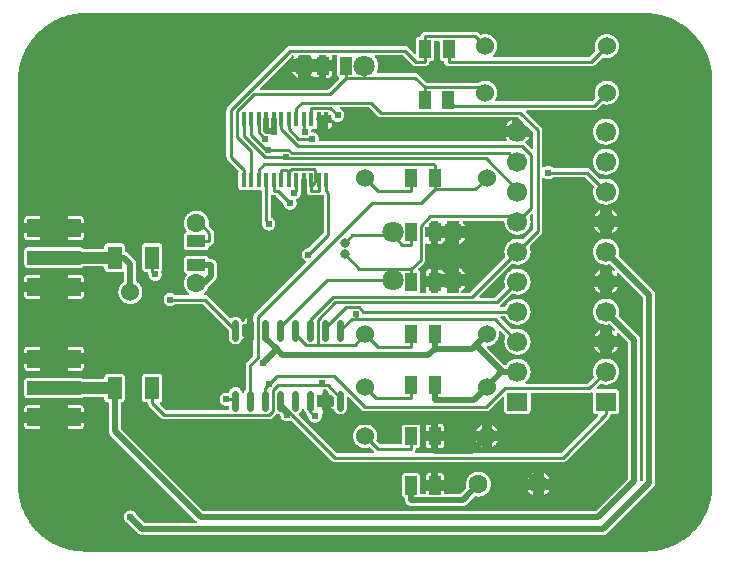
<source format=gtl>
G04 Layer: TopLayer*
G04 EasyEDA v6.4.5, 2020-09-10T22:57:59+08:00*
G04 36a55f9fcc144517bb6f4fc5ac697fe8,26442c311dbe4305b3cc573dcfb82818,10*
G04 Gerber Generator version 0.2*
G04 Scale: 100 percent, Rotated: No, Reflected: No *
G04 Dimensions in millimeters *
G04 leading zeros omitted , absolute positions ,3 integer and 3 decimal *
%FSLAX33Y33*%
%MOMM*%
G90*
G71D02*

%ADD11C,0.259994*%
%ADD12C,0.499999*%
%ADD13C,0.999998*%
%ADD14C,0.599999*%
%ADD15C,0.610006*%
%ADD16R,0.999998X1.550010*%
%ADD17R,1.199998X1.899996*%
%ADD19R,1.550010X0.999998*%
%ADD20R,0.399999X1.199998*%
%ADD21C,1.524000*%
%ADD22C,0.799998*%
%ADD23C,1.599997*%
%ADD24C,1.699997*%
%ADD25R,1.699997X1.574800*%
%ADD27C,1.799996*%

%LPD*%
G36*
G01X53378Y45844D02*
G01X5930Y45844D01*
G01X5823Y45843D01*
G01X5716Y45840D01*
G01X5608Y45835D01*
G01X5501Y45828D01*
G01X5394Y45819D01*
G01X5288Y45807D01*
G01X5181Y45794D01*
G01X5074Y45779D01*
G01X4969Y45762D01*
G01X4863Y45743D01*
G01X4758Y45722D01*
G01X4653Y45698D01*
G01X4549Y45673D01*
G01X4445Y45646D01*
G01X4341Y45617D01*
G01X4238Y45586D01*
G01X4136Y45553D01*
G01X4035Y45518D01*
G01X3934Y45481D01*
G01X3833Y45442D01*
G01X3734Y45401D01*
G01X3636Y45359D01*
G01X3538Y45315D01*
G01X3441Y45268D01*
G01X3345Y45221D01*
G01X3250Y45171D01*
G01X3156Y45119D01*
G01X3062Y45066D01*
G01X2970Y45010D01*
G01X2879Y44953D01*
G01X2789Y44895D01*
G01X2700Y44835D01*
G01X2613Y44773D01*
G01X2526Y44709D01*
G01X2441Y44644D01*
G01X2357Y44577D01*
G01X2274Y44509D01*
G01X2193Y44439D01*
G01X2112Y44367D01*
G01X2034Y44294D01*
G01X1956Y44220D01*
G01X1880Y44144D01*
G01X1806Y44066D01*
G01X1733Y43988D01*
G01X1661Y43907D01*
G01X1591Y43826D01*
G01X1523Y43743D01*
G01X1456Y43659D01*
G01X1391Y43574D01*
G01X1327Y43487D01*
G01X1265Y43400D01*
G01X1205Y43311D01*
G01X1147Y43221D01*
G01X1090Y43130D01*
G01X1034Y43038D01*
G01X981Y42944D01*
G01X929Y42850D01*
G01X879Y42755D01*
G01X832Y42659D01*
G01X785Y42562D01*
G01X741Y42464D01*
G01X699Y42366D01*
G01X658Y42267D01*
G01X619Y42166D01*
G01X582Y42065D01*
G01X547Y41964D01*
G01X514Y41862D01*
G01X483Y41759D01*
G01X454Y41656D01*
G01X427Y41551D01*
G01X402Y41447D01*
G01X378Y41342D01*
G01X357Y41237D01*
G01X338Y41131D01*
G01X321Y41026D01*
G01X306Y40919D01*
G01X293Y40812D01*
G01X281Y40706D01*
G01X272Y40599D01*
G01X265Y40492D01*
G01X260Y40384D01*
G01X257Y40277D01*
G01X256Y40170D01*
G01X256Y5930D01*
G01X257Y5823D01*
G01X260Y5716D01*
G01X265Y5608D01*
G01X272Y5501D01*
G01X281Y5394D01*
G01X293Y5288D01*
G01X306Y5181D01*
G01X321Y5074D01*
G01X338Y4969D01*
G01X357Y4863D01*
G01X378Y4758D01*
G01X402Y4653D01*
G01X427Y4549D01*
G01X454Y4445D01*
G01X483Y4341D01*
G01X514Y4238D01*
G01X547Y4136D01*
G01X582Y4035D01*
G01X619Y3934D01*
G01X658Y3833D01*
G01X699Y3734D01*
G01X741Y3636D01*
G01X785Y3538D01*
G01X832Y3441D01*
G01X879Y3345D01*
G01X929Y3250D01*
G01X981Y3156D01*
G01X1034Y3062D01*
G01X1090Y2970D01*
G01X1147Y2879D01*
G01X1205Y2789D01*
G01X1265Y2700D01*
G01X1327Y2613D01*
G01X1391Y2526D01*
G01X1456Y2441D01*
G01X1523Y2357D01*
G01X1591Y2274D01*
G01X1661Y2193D01*
G01X1733Y2112D01*
G01X1806Y2034D01*
G01X1880Y1956D01*
G01X1956Y1880D01*
G01X2034Y1806D01*
G01X2112Y1733D01*
G01X2193Y1661D01*
G01X2274Y1591D01*
G01X2357Y1523D01*
G01X2441Y1456D01*
G01X2526Y1391D01*
G01X2613Y1327D01*
G01X2700Y1265D01*
G01X2789Y1205D01*
G01X2879Y1147D01*
G01X2970Y1090D01*
G01X3062Y1034D01*
G01X3156Y981D01*
G01X3250Y929D01*
G01X3345Y879D01*
G01X3441Y832D01*
G01X3538Y785D01*
G01X3636Y741D01*
G01X3734Y699D01*
G01X3833Y658D01*
G01X3934Y619D01*
G01X4035Y582D01*
G01X4136Y547D01*
G01X4238Y514D01*
G01X4341Y483D01*
G01X4445Y454D01*
G01X4549Y427D01*
G01X4653Y402D01*
G01X4758Y378D01*
G01X4863Y357D01*
G01X4969Y338D01*
G01X5074Y321D01*
G01X5181Y306D01*
G01X5288Y293D01*
G01X5394Y281D01*
G01X5501Y272D01*
G01X5608Y265D01*
G01X5716Y260D01*
G01X5823Y257D01*
G01X5930Y256D01*
G01X53378Y256D01*
G01X53485Y257D01*
G01X53592Y260D01*
G01X53700Y265D01*
G01X53807Y272D01*
G01X53914Y281D01*
G01X54020Y293D01*
G01X54127Y306D01*
G01X54234Y321D01*
G01X54339Y338D01*
G01X54445Y357D01*
G01X54550Y378D01*
G01X54655Y402D01*
G01X54759Y427D01*
G01X54864Y454D01*
G01X54967Y483D01*
G01X55070Y514D01*
G01X55172Y547D01*
G01X55273Y582D01*
G01X55374Y619D01*
G01X55475Y658D01*
G01X55574Y699D01*
G01X55672Y741D01*
G01X55770Y785D01*
G01X55867Y832D01*
G01X55963Y879D01*
G01X56058Y929D01*
G01X56152Y981D01*
G01X56246Y1034D01*
G01X56338Y1090D01*
G01X56429Y1147D01*
G01X56519Y1205D01*
G01X56608Y1265D01*
G01X56695Y1327D01*
G01X56782Y1391D01*
G01X56867Y1456D01*
G01X56951Y1523D01*
G01X57034Y1591D01*
G01X57115Y1661D01*
G01X57196Y1733D01*
G01X57274Y1806D01*
G01X57352Y1880D01*
G01X57428Y1956D01*
G01X57502Y2034D01*
G01X57575Y2112D01*
G01X57647Y2193D01*
G01X57717Y2274D01*
G01X57785Y2357D01*
G01X57852Y2441D01*
G01X57917Y2526D01*
G01X57981Y2613D01*
G01X58043Y2700D01*
G01X58103Y2789D01*
G01X58161Y2879D01*
G01X58218Y2970D01*
G01X58274Y3062D01*
G01X58327Y3156D01*
G01X58379Y3250D01*
G01X58429Y3345D01*
G01X58476Y3441D01*
G01X58523Y3538D01*
G01X58567Y3636D01*
G01X58609Y3734D01*
G01X58650Y3833D01*
G01X58689Y3934D01*
G01X58726Y4035D01*
G01X58761Y4136D01*
G01X58794Y4238D01*
G01X58825Y4341D01*
G01X58854Y4445D01*
G01X58881Y4549D01*
G01X58906Y4653D01*
G01X58930Y4758D01*
G01X58951Y4863D01*
G01X58970Y4969D01*
G01X58987Y5074D01*
G01X59002Y5181D01*
G01X59015Y5288D01*
G01X59027Y5394D01*
G01X59036Y5501D01*
G01X59043Y5608D01*
G01X59048Y5716D01*
G01X59051Y5823D01*
G01X59052Y5930D01*
G01X59052Y40170D01*
G01X59051Y40277D01*
G01X59048Y40384D01*
G01X59043Y40492D01*
G01X59036Y40599D01*
G01X59027Y40706D01*
G01X59015Y40812D01*
G01X59002Y40919D01*
G01X58987Y41026D01*
G01X58970Y41131D01*
G01X58951Y41237D01*
G01X58930Y41342D01*
G01X58906Y41447D01*
G01X58881Y41551D01*
G01X58854Y41656D01*
G01X58825Y41759D01*
G01X58794Y41862D01*
G01X58761Y41964D01*
G01X58726Y42065D01*
G01X58689Y42166D01*
G01X58650Y42267D01*
G01X58609Y42366D01*
G01X58567Y42464D01*
G01X58523Y42562D01*
G01X58476Y42659D01*
G01X58429Y42755D01*
G01X58379Y42850D01*
G01X58327Y42944D01*
G01X58274Y43038D01*
G01X58218Y43130D01*
G01X58161Y43221D01*
G01X58103Y43311D01*
G01X58043Y43400D01*
G01X57981Y43487D01*
G01X57917Y43574D01*
G01X57852Y43659D01*
G01X57785Y43743D01*
G01X57717Y43826D01*
G01X57647Y43907D01*
G01X57575Y43988D01*
G01X57502Y44066D01*
G01X57428Y44144D01*
G01X57352Y44220D01*
G01X57274Y44294D01*
G01X57196Y44367D01*
G01X57115Y44439D01*
G01X57034Y44509D01*
G01X56951Y44577D01*
G01X56867Y44644D01*
G01X56782Y44709D01*
G01X56695Y44773D01*
G01X56608Y44835D01*
G01X56519Y44895D01*
G01X56429Y44953D01*
G01X56338Y45010D01*
G01X56246Y45066D01*
G01X56152Y45119D01*
G01X56058Y45171D01*
G01X55963Y45221D01*
G01X55867Y45268D01*
G01X55770Y45315D01*
G01X55672Y45359D01*
G01X55574Y45401D01*
G01X55475Y45442D01*
G01X55374Y45481D01*
G01X55273Y45518D01*
G01X55172Y45553D01*
G01X55070Y45586D01*
G01X54967Y45617D01*
G01X54864Y45646D01*
G01X54759Y45673D01*
G01X54655Y45698D01*
G01X54550Y45722D01*
G01X54445Y45743D01*
G01X54339Y45762D01*
G01X54234Y45779D01*
G01X54127Y45794D01*
G01X54020Y45807D01*
G01X53914Y45819D01*
G01X53807Y45828D01*
G01X53700Y45835D01*
G01X53592Y45840D01*
G01X53485Y45843D01*
G01X53378Y45844D01*
G37*

%LPC*%
G36*
G01X50086Y26759D02*
G01X50038Y26760D01*
G01X49989Y26759D01*
G01X49941Y26756D01*
G01X49893Y26751D01*
G01X49845Y26743D01*
G01X49798Y26734D01*
G01X49751Y26722D01*
G01X49705Y26709D01*
G01X49659Y26693D01*
G01X49614Y26676D01*
G01X49570Y26656D01*
G01X49526Y26635D01*
G01X49484Y26612D01*
G01X49443Y26587D01*
G01X49403Y26560D01*
G01X49364Y26531D01*
G01X49326Y26501D01*
G01X49290Y26469D01*
G01X49255Y26436D01*
G01X49222Y26401D01*
G01X49190Y26365D01*
G01X49160Y26327D01*
G01X49131Y26288D01*
G01X49104Y26248D01*
G01X49079Y26207D01*
G01X49056Y26165D01*
G01X49035Y26121D01*
G01X49015Y26077D01*
G01X48998Y26032D01*
G01X48982Y25986D01*
G01X48969Y25940D01*
G01X48957Y25893D01*
G01X48948Y25846D01*
G01X48940Y25798D01*
G01X48935Y25750D01*
G01X48932Y25702D01*
G01X48931Y25654D01*
G01X48932Y25605D01*
G01X48935Y25557D01*
G01X48940Y25509D01*
G01X48948Y25461D01*
G01X48957Y25414D01*
G01X48969Y25367D01*
G01X48982Y25321D01*
G01X48998Y25275D01*
G01X49015Y25230D01*
G01X49035Y25186D01*
G01X49056Y25142D01*
G01X49079Y25100D01*
G01X49104Y25059D01*
G01X49131Y25019D01*
G01X49160Y24980D01*
G01X49190Y24942D01*
G01X49222Y24906D01*
G01X49255Y24871D01*
G01X49290Y24838D01*
G01X49326Y24806D01*
G01X49364Y24776D01*
G01X49403Y24747D01*
G01X49443Y24720D01*
G01X49484Y24695D01*
G01X49526Y24672D01*
G01X49570Y24651D01*
G01X49614Y24631D01*
G01X49659Y24614D01*
G01X49705Y24598D01*
G01X49751Y24585D01*
G01X49798Y24573D01*
G01X49845Y24564D01*
G01X49893Y24556D01*
G01X49941Y24551D01*
G01X49989Y24548D01*
G01X50038Y24547D01*
G01X50085Y24548D01*
G01X50132Y24551D01*
G01X50180Y24556D01*
G01X50227Y24563D01*
G01X50274Y24572D01*
G01X50320Y24584D01*
G01X50346Y24587D01*
G01X50362Y24586D01*
G01X50377Y24582D01*
G01X50392Y24576D01*
G01X50405Y24567D01*
G01X50417Y24557D01*
G01X50793Y24181D01*
G01X50804Y24169D01*
G01X50812Y24155D01*
G01X50818Y24141D01*
G01X50822Y24125D01*
G01X50823Y24109D01*
G01X50822Y24094D01*
G01X50819Y24081D01*
G01X50814Y24067D01*
G01X50807Y24054D01*
G01X50798Y24043D01*
G01X50788Y24032D01*
G01X50777Y24024D01*
G01X50764Y24017D01*
G01X50750Y24012D01*
G01X50737Y24009D01*
G01X50722Y24008D01*
G01X50707Y24009D01*
G01X50692Y24012D01*
G01X50678Y24018D01*
G01X50664Y24025D01*
G01X50620Y24055D01*
G01X50573Y24082D01*
G01X50526Y24106D01*
G01X50526Y23602D01*
G01X51030Y23602D01*
G01X51006Y23649D01*
G01X50979Y23696D01*
G01X50949Y23740D01*
G01X50942Y23754D01*
G01X50936Y23768D01*
G01X50933Y23783D01*
G01X50932Y23798D01*
G01X50933Y23813D01*
G01X50936Y23826D01*
G01X50941Y23840D01*
G01X50948Y23853D01*
G01X50956Y23864D01*
G01X50967Y23874D01*
G01X50978Y23883D01*
G01X50991Y23890D01*
G01X51005Y23895D01*
G01X51018Y23898D01*
G01X51033Y23899D01*
G01X51049Y23898D01*
G01X51065Y23894D01*
G01X51079Y23888D01*
G01X51093Y23880D01*
G01X51105Y23869D01*
G01X53184Y21791D01*
G01X53195Y21778D01*
G01X53203Y21765D01*
G01X53209Y21750D01*
G01X53213Y21734D01*
G01X53214Y21719D01*
G01X53214Y6347D01*
G01X53213Y6332D01*
G01X53209Y6316D01*
G01X53203Y6301D01*
G01X53195Y6288D01*
G01X53184Y6275D01*
G01X53131Y6222D01*
G01X53119Y6211D01*
G01X53105Y6203D01*
G01X53090Y6197D01*
G01X53074Y6194D01*
G01X53059Y6192D01*
G01X53044Y6193D01*
G01X53030Y6196D01*
G01X53016Y6201D01*
G01X53004Y6208D01*
G01X52992Y6217D01*
G01X52982Y6227D01*
G01X52973Y6239D01*
G01X52966Y6251D01*
G01X52961Y6265D01*
G01X52958Y6279D01*
G01X52957Y6294D01*
G01X52957Y18161D01*
G01X52956Y18194D01*
G01X52953Y18227D01*
G01X52947Y18260D01*
G01X52940Y18292D01*
G01X52930Y18324D01*
G01X52918Y18355D01*
G01X52905Y18385D01*
G01X52889Y18414D01*
G01X52872Y18442D01*
G01X52852Y18469D01*
G01X52832Y18494D01*
G01X52809Y18519D01*
G01X51134Y20194D01*
G01X51124Y20206D01*
G01X51115Y20219D01*
G01X51109Y20234D01*
G01X51105Y20249D01*
G01X51104Y20265D01*
G01X51107Y20291D01*
G01X51119Y20337D01*
G01X51128Y20384D01*
G01X51135Y20431D01*
G01X51140Y20479D01*
G01X51143Y20526D01*
G01X51144Y20574D01*
G01X51143Y20622D01*
G01X51140Y20670D01*
G01X51135Y20718D01*
G01X51127Y20766D01*
G01X51118Y20813D01*
G01X51106Y20860D01*
G01X51093Y20906D01*
G01X51077Y20952D01*
G01X51060Y20997D01*
G01X51040Y21041D01*
G01X51019Y21085D01*
G01X50996Y21127D01*
G01X50971Y21168D01*
G01X50944Y21208D01*
G01X50915Y21247D01*
G01X50885Y21285D01*
G01X50853Y21321D01*
G01X50820Y21356D01*
G01X50785Y21389D01*
G01X50749Y21421D01*
G01X50711Y21451D01*
G01X50672Y21480D01*
G01X50632Y21507D01*
G01X50591Y21532D01*
G01X50549Y21555D01*
G01X50505Y21576D01*
G01X50461Y21596D01*
G01X50416Y21613D01*
G01X50370Y21629D01*
G01X50324Y21642D01*
G01X50277Y21654D01*
G01X50230Y21663D01*
G01X50182Y21671D01*
G01X50134Y21676D01*
G01X50086Y21679D01*
G01X50038Y21680D01*
G01X49989Y21679D01*
G01X49941Y21676D01*
G01X49893Y21671D01*
G01X49845Y21663D01*
G01X49798Y21654D01*
G01X49751Y21642D01*
G01X49705Y21629D01*
G01X49659Y21613D01*
G01X49614Y21596D01*
G01X49570Y21576D01*
G01X49526Y21555D01*
G01X49484Y21532D01*
G01X49443Y21507D01*
G01X49403Y21480D01*
G01X49364Y21451D01*
G01X49326Y21421D01*
G01X49290Y21389D01*
G01X49255Y21356D01*
G01X49222Y21321D01*
G01X49190Y21285D01*
G01X49160Y21247D01*
G01X49131Y21208D01*
G01X49104Y21168D01*
G01X49079Y21127D01*
G01X49056Y21085D01*
G01X49035Y21041D01*
G01X49015Y20997D01*
G01X48998Y20952D01*
G01X48982Y20906D01*
G01X48969Y20860D01*
G01X48957Y20813D01*
G01X48948Y20766D01*
G01X48940Y20718D01*
G01X48935Y20670D01*
G01X48932Y20622D01*
G01X48931Y20574D01*
G01X48932Y20525D01*
G01X48935Y20477D01*
G01X48940Y20429D01*
G01X48948Y20381D01*
G01X48957Y20334D01*
G01X48969Y20287D01*
G01X48982Y20241D01*
G01X48998Y20195D01*
G01X49015Y20150D01*
G01X49035Y20106D01*
G01X49056Y20062D01*
G01X49079Y20020D01*
G01X49104Y19979D01*
G01X49131Y19939D01*
G01X49160Y19900D01*
G01X49190Y19862D01*
G01X49222Y19826D01*
G01X49255Y19791D01*
G01X49290Y19758D01*
G01X49326Y19726D01*
G01X49364Y19696D01*
G01X49403Y19667D01*
G01X49443Y19640D01*
G01X49484Y19615D01*
G01X49526Y19592D01*
G01X49570Y19571D01*
G01X49614Y19551D01*
G01X49659Y19534D01*
G01X49705Y19518D01*
G01X49751Y19505D01*
G01X49798Y19493D01*
G01X49845Y19484D01*
G01X49893Y19476D01*
G01X49941Y19471D01*
G01X49989Y19468D01*
G01X50038Y19467D01*
G01X50085Y19468D01*
G01X50132Y19471D01*
G01X50180Y19476D01*
G01X50227Y19483D01*
G01X50274Y19492D01*
G01X50320Y19504D01*
G01X50346Y19507D01*
G01X50362Y19506D01*
G01X50377Y19502D01*
G01X50392Y19496D01*
G01X50405Y19487D01*
G01X50417Y19477D01*
G01X50793Y19101D01*
G01X50804Y19089D01*
G01X50812Y19075D01*
G01X50818Y19061D01*
G01X50822Y19045D01*
G01X50823Y19029D01*
G01X50822Y19014D01*
G01X50819Y19001D01*
G01X50814Y18987D01*
G01X50807Y18974D01*
G01X50798Y18963D01*
G01X50788Y18952D01*
G01X50777Y18944D01*
G01X50764Y18937D01*
G01X50750Y18932D01*
G01X50737Y18929D01*
G01X50722Y18928D01*
G01X50707Y18929D01*
G01X50692Y18932D01*
G01X50678Y18938D01*
G01X50664Y18945D01*
G01X50620Y18975D01*
G01X50573Y19002D01*
G01X50526Y19026D01*
G01X50526Y18522D01*
G01X51030Y18522D01*
G01X51006Y18569D01*
G01X50979Y18616D01*
G01X50949Y18660D01*
G01X50942Y18674D01*
G01X50936Y18688D01*
G01X50933Y18703D01*
G01X50932Y18718D01*
G01X50933Y18733D01*
G01X50936Y18746D01*
G01X50941Y18760D01*
G01X50948Y18773D01*
G01X50956Y18784D01*
G01X50967Y18794D01*
G01X50978Y18803D01*
G01X50991Y18810D01*
G01X51005Y18815D01*
G01X51018Y18818D01*
G01X51033Y18819D01*
G01X51049Y18818D01*
G01X51065Y18814D01*
G01X51079Y18808D01*
G01X51093Y18800D01*
G01X51105Y18789D01*
G01X51914Y17981D01*
G01X51925Y17968D01*
G01X51933Y17955D01*
G01X51939Y17940D01*
G01X51943Y17924D01*
G01X51944Y17909D01*
G01X51944Y6474D01*
G01X51943Y6459D01*
G01X51939Y6443D01*
G01X51933Y6428D01*
G01X51925Y6415D01*
G01X51914Y6402D01*
G01X49223Y3711D01*
G01X49210Y3700D01*
G01X49197Y3692D01*
G01X49182Y3686D01*
G01X49166Y3683D01*
G01X49151Y3681D01*
G01X15999Y3681D01*
G01X15984Y3683D01*
G01X15968Y3686D01*
G01X15953Y3692D01*
G01X15940Y3700D01*
G01X15927Y3711D01*
G01X8969Y10670D01*
G01X8958Y10682D01*
G01X8950Y10695D01*
G01X8944Y10710D01*
G01X8940Y10726D01*
G01X8939Y10742D01*
G01X8939Y12788D01*
G01X8940Y12804D01*
G01X8944Y12819D01*
G01X8949Y12834D01*
G01X8958Y12847D01*
G01X8968Y12860D01*
G01X8979Y12870D01*
G01X8993Y12878D01*
G01X9007Y12884D01*
G01X9023Y12888D01*
G01X9038Y12890D01*
G01X9061Y12892D01*
G01X9085Y12895D01*
G01X9107Y12901D01*
G01X9129Y12909D01*
G01X9150Y12918D01*
G01X9170Y12930D01*
G01X9190Y12944D01*
G01X9208Y12959D01*
G01X9224Y12976D01*
G01X9238Y12994D01*
G01X9252Y13013D01*
G01X9263Y13034D01*
G01X9272Y13055D01*
G01X9279Y13077D01*
G01X9285Y13100D01*
G01X9288Y13123D01*
G01X9289Y13147D01*
G01X9289Y15046D01*
G01X9288Y15070D01*
G01X9285Y15094D01*
G01X9279Y15117D01*
G01X9272Y15139D01*
G01X9262Y15161D01*
G01X9251Y15182D01*
G01X9237Y15201D01*
G01X9222Y15219D01*
G01X9205Y15236D01*
G01X9187Y15251D01*
G01X9167Y15264D01*
G01X9147Y15276D01*
G01X9125Y15286D01*
G01X9102Y15293D01*
G01X9079Y15299D01*
G01X9056Y15302D01*
G01X9032Y15303D01*
G01X7832Y15303D01*
G01X7808Y15302D01*
G01X7785Y15299D01*
G01X7762Y15293D01*
G01X7740Y15286D01*
G01X7718Y15276D01*
G01X7697Y15264D01*
G01X7678Y15251D01*
G01X7660Y15236D01*
G01X7643Y15219D01*
G01X7628Y15201D01*
G01X7614Y15182D01*
G01X7603Y15161D01*
G01X7593Y15139D01*
G01X7585Y15117D01*
G01X7580Y15094D01*
G01X7577Y15070D01*
G01X7576Y15046D01*
G01X7576Y14955D01*
G01X7575Y14940D01*
G01X7572Y14926D01*
G01X7567Y14912D01*
G01X7560Y14900D01*
G01X7551Y14888D01*
G01X7541Y14878D01*
G01X7529Y14869D01*
G01X7516Y14862D01*
G01X7503Y14857D01*
G01X7488Y14854D01*
G01X7474Y14853D01*
G01X5794Y14853D01*
G01X5779Y14854D01*
G01X5764Y14857D01*
G01X5750Y14863D01*
G01X5737Y14871D01*
G01X5725Y14880D01*
G01X5706Y14896D01*
G01X5687Y14910D01*
G01X5666Y14922D01*
G01X5644Y14932D01*
G01X5621Y14940D01*
G01X5598Y14945D01*
G01X5573Y14949D01*
G01X5549Y14950D01*
G01X1054Y14950D01*
G01X1030Y14949D01*
G01X1006Y14945D01*
G01X983Y14940D01*
G01X961Y14933D01*
G01X939Y14923D01*
G01X918Y14911D01*
G01X899Y14898D01*
G01X881Y14883D01*
G01X864Y14866D01*
G01X849Y14848D01*
G01X836Y14829D01*
G01X824Y14808D01*
G01X814Y14786D01*
G01X807Y14764D01*
G01X802Y14741D01*
G01X798Y14717D01*
G01X797Y14693D01*
G01X797Y13500D01*
G01X798Y13476D01*
G01X802Y13452D01*
G01X807Y13429D01*
G01X814Y13407D01*
G01X824Y13385D01*
G01X836Y13364D01*
G01X849Y13345D01*
G01X864Y13327D01*
G01X881Y13310D01*
G01X899Y13295D01*
G01X918Y13282D01*
G01X939Y13270D01*
G01X961Y13260D01*
G01X983Y13253D01*
G01X1006Y13248D01*
G01X1030Y13244D01*
G01X1054Y13243D01*
G01X5549Y13243D01*
G01X5573Y13244D01*
G01X5598Y13248D01*
G01X5621Y13253D01*
G01X5644Y13261D01*
G01X5666Y13271D01*
G01X5687Y13283D01*
G01X5706Y13297D01*
G01X5725Y13313D01*
G01X5737Y13322D01*
G01X5750Y13330D01*
G01X5764Y13336D01*
G01X5779Y13339D01*
G01X5794Y13340D01*
G01X7474Y13340D01*
G01X7488Y13339D01*
G01X7503Y13336D01*
G01X7516Y13331D01*
G01X7529Y13324D01*
G01X7541Y13315D01*
G01X7551Y13305D01*
G01X7560Y13293D01*
G01X7567Y13281D01*
G01X7572Y13267D01*
G01X7575Y13253D01*
G01X7576Y13238D01*
G01X7576Y13147D01*
G01X7577Y13123D01*
G01X7580Y13100D01*
G01X7585Y13077D01*
G01X7593Y13055D01*
G01X7602Y13034D01*
G01X7613Y13013D01*
G01X7626Y12994D01*
G01X7641Y12976D01*
G01X7657Y12959D01*
G01X7675Y12944D01*
G01X7694Y12931D01*
G01X7714Y12919D01*
G01X7735Y12909D01*
G01X7758Y12901D01*
G01X7780Y12895D01*
G01X7803Y12892D01*
G01X7826Y12890D01*
G01X7842Y12888D01*
G01X7857Y12884D01*
G01X7872Y12878D01*
G01X7885Y12870D01*
G01X7897Y12860D01*
G01X7907Y12847D01*
G01X7915Y12834D01*
G01X7921Y12819D01*
G01X7924Y12804D01*
G01X7926Y12788D01*
G01X7926Y10490D01*
G01X7927Y10457D01*
G01X7930Y10424D01*
G01X7935Y10391D01*
G01X7943Y10359D01*
G01X7953Y10327D01*
G01X7964Y10296D01*
G01X7978Y10266D01*
G01X7993Y10236D01*
G01X8011Y10208D01*
G01X8030Y10181D01*
G01X8051Y10156D01*
G01X8074Y10132D01*
G01X15367Y2839D01*
G01X15378Y2827D01*
G01X15386Y2813D01*
G01X15392Y2798D01*
G01X15395Y2782D01*
G01X15397Y2767D01*
G01X15396Y2752D01*
G01X15393Y2738D01*
G01X15388Y2724D01*
G01X15381Y2712D01*
G01X15372Y2700D01*
G01X15362Y2690D01*
G01X15350Y2681D01*
G01X15338Y2674D01*
G01X15324Y2669D01*
G01X15310Y2666D01*
G01X15295Y2665D01*
G01X11046Y2665D01*
G01X11031Y2667D01*
G01X11015Y2670D01*
G01X11000Y2676D01*
G01X10987Y2684D01*
G01X10974Y2695D01*
G01X10324Y3346D01*
G01X10310Y3362D01*
G01X10301Y3380D01*
G01X10287Y3413D01*
G01X10271Y3444D01*
G01X10253Y3475D01*
G01X10233Y3504D01*
G01X10212Y3532D01*
G01X10188Y3559D01*
G01X10164Y3583D01*
G01X10137Y3607D01*
G01X10109Y3629D01*
G01X10080Y3648D01*
G01X10049Y3666D01*
G01X10018Y3683D01*
G01X9985Y3697D01*
G01X9952Y3708D01*
G01X9918Y3719D01*
G01X9884Y3726D01*
G01X9849Y3732D01*
G01X9814Y3735D01*
G01X9779Y3736D01*
G01X9744Y3735D01*
G01X9711Y3732D01*
G01X9677Y3727D01*
G01X9644Y3720D01*
G01X9611Y3710D01*
G01X9579Y3700D01*
G01X9548Y3687D01*
G01X9517Y3672D01*
G01X9488Y3655D01*
G01X9459Y3637D01*
G01X9432Y3616D01*
G01X9406Y3595D01*
G01X9381Y3572D01*
G01X9358Y3547D01*
G01X9337Y3521D01*
G01X9316Y3494D01*
G01X9298Y3465D01*
G01X9281Y3436D01*
G01X9266Y3405D01*
G01X9253Y3374D01*
G01X9243Y3342D01*
G01X9233Y3309D01*
G01X9226Y3276D01*
G01X9221Y3242D01*
G01X9218Y3209D01*
G01X9217Y3175D01*
G01X9218Y3139D01*
G01X9221Y3104D01*
G01X9227Y3069D01*
G01X9234Y3035D01*
G01X9245Y3001D01*
G01X9256Y2968D01*
G01X9271Y2935D01*
G01X9287Y2904D01*
G01X9305Y2873D01*
G01X9324Y2844D01*
G01X9346Y2816D01*
G01X9370Y2789D01*
G01X9394Y2765D01*
G01X9421Y2741D01*
G01X9449Y2720D01*
G01X9478Y2700D01*
G01X9509Y2682D01*
G01X9540Y2666D01*
G01X9573Y2652D01*
G01X9591Y2643D01*
G01X9607Y2629D01*
G01X10436Y1800D01*
G01X10461Y1778D01*
G01X10486Y1757D01*
G01X10513Y1737D01*
G01X10541Y1720D01*
G01X10570Y1704D01*
G01X10600Y1691D01*
G01X10631Y1679D01*
G01X10663Y1669D01*
G01X10695Y1662D01*
G01X10728Y1656D01*
G01X10761Y1653D01*
G01X10795Y1652D01*
G01X49784Y1652D01*
G01X49817Y1653D01*
G01X49850Y1656D01*
G01X49883Y1662D01*
G01X49915Y1669D01*
G01X49947Y1679D01*
G01X49978Y1691D01*
G01X50008Y1704D01*
G01X50037Y1720D01*
G01X50065Y1737D01*
G01X50092Y1757D01*
G01X50117Y1778D01*
G01X50142Y1800D01*
G01X54079Y5737D01*
G01X54102Y5762D01*
G01X54122Y5787D01*
G01X54142Y5814D01*
G01X54159Y5842D01*
G01X54175Y5871D01*
G01X54188Y5901D01*
G01X54200Y5932D01*
G01X54210Y5964D01*
G01X54217Y5996D01*
G01X54223Y6029D01*
G01X54226Y6062D01*
G01X54227Y6096D01*
G01X54227Y21971D01*
G01X54226Y22004D01*
G01X54223Y22037D01*
G01X54217Y22070D01*
G01X54210Y22102D01*
G01X54200Y22134D01*
G01X54188Y22165D01*
G01X54175Y22195D01*
G01X54159Y22224D01*
G01X54142Y22252D01*
G01X54122Y22279D01*
G01X54102Y22304D01*
G01X54079Y22329D01*
G01X51134Y25274D01*
G01X51124Y25286D01*
G01X51115Y25299D01*
G01X51109Y25314D01*
G01X51105Y25329D01*
G01X51104Y25345D01*
G01X51107Y25371D01*
G01X51119Y25417D01*
G01X51128Y25464D01*
G01X51135Y25511D01*
G01X51140Y25559D01*
G01X51143Y25606D01*
G01X51144Y25654D01*
G01X51143Y25702D01*
G01X51140Y25750D01*
G01X51135Y25798D01*
G01X51127Y25846D01*
G01X51118Y25893D01*
G01X51106Y25940D01*
G01X51093Y25986D01*
G01X51077Y26032D01*
G01X51060Y26077D01*
G01X51040Y26121D01*
G01X51019Y26165D01*
G01X50996Y26207D01*
G01X50971Y26248D01*
G01X50944Y26288D01*
G01X50915Y26327D01*
G01X50885Y26365D01*
G01X50853Y26401D01*
G01X50820Y26436D01*
G01X50785Y26469D01*
G01X50749Y26501D01*
G01X50711Y26531D01*
G01X50672Y26560D01*
G01X50632Y26587D01*
G01X50591Y26612D01*
G01X50549Y26635D01*
G01X50505Y26656D01*
G01X50461Y26676D01*
G01X50416Y26693D01*
G01X50370Y26709D01*
G01X50324Y26722D01*
G01X50277Y26734D01*
G01X50230Y26743D01*
G01X50182Y26751D01*
G01X50134Y26756D01*
G01X50086Y26759D01*
G37*
G36*
G01X39290Y7024D02*
G01X39243Y7025D01*
G01X39195Y7024D01*
G01X39148Y7021D01*
G01X39101Y7015D01*
G01X39054Y7008D01*
G01X39007Y6999D01*
G01X38962Y6987D01*
G01X38916Y6973D01*
G01X38871Y6958D01*
G01X38827Y6940D01*
G01X38784Y6920D01*
G01X38742Y6899D01*
G01X38700Y6875D01*
G01X38660Y6850D01*
G01X38622Y6823D01*
G01X38584Y6795D01*
G01X38548Y6764D01*
G01X38513Y6732D01*
G01X38479Y6698D01*
G01X38447Y6663D01*
G01X38416Y6627D01*
G01X38388Y6589D01*
G01X38361Y6551D01*
G01X38336Y6511D01*
G01X38312Y6469D01*
G01X38291Y6427D01*
G01X38271Y6384D01*
G01X38253Y6340D01*
G01X38238Y6295D01*
G01X38224Y6249D01*
G01X38212Y6204D01*
G01X38203Y6157D01*
G01X38196Y6110D01*
G01X38190Y6063D01*
G01X38187Y6016D01*
G01X38186Y5969D01*
G01X38187Y5919D01*
G01X38190Y5870D01*
G01X38196Y5822D01*
G01X38204Y5773D01*
G01X38214Y5725D01*
G01X38217Y5702D01*
G01X38216Y5686D01*
G01X38212Y5670D01*
G01X38206Y5656D01*
G01X38198Y5642D01*
G01X38187Y5630D01*
G01X37711Y5154D01*
G01X37699Y5143D01*
G01X37685Y5135D01*
G01X37671Y5129D01*
G01X37655Y5125D01*
G01X37639Y5124D01*
G01X36402Y5124D01*
G01X36387Y5125D01*
G01X36373Y5128D01*
G01X36360Y5133D01*
G01X36347Y5140D01*
G01X36335Y5149D01*
G01X36325Y5159D01*
G01X36316Y5170D01*
G01X36309Y5183D01*
G01X36304Y5197D01*
G01X36301Y5211D01*
G01X36300Y5225D01*
G01X36300Y5390D01*
G01X35857Y5390D01*
G01X35857Y5225D01*
G01X35856Y5211D01*
G01X35853Y5197D01*
G01X35848Y5183D01*
G01X35841Y5170D01*
G01X35832Y5159D01*
G01X35822Y5149D01*
G01X35810Y5140D01*
G01X35798Y5133D01*
G01X35784Y5128D01*
G01X35770Y5125D01*
G01X35756Y5124D01*
G01X35331Y5124D01*
G01X35317Y5125D01*
G01X35303Y5128D01*
G01X35289Y5133D01*
G01X35277Y5140D01*
G01X35265Y5149D01*
G01X35255Y5159D01*
G01X35246Y5170D01*
G01X35239Y5183D01*
G01X35234Y5197D01*
G01X35231Y5211D01*
G01X35230Y5225D01*
G01X35230Y5390D01*
G01X34787Y5390D01*
G01X34787Y5225D01*
G01X34786Y5211D01*
G01X34783Y5197D01*
G01X34778Y5183D01*
G01X34771Y5170D01*
G01X34762Y5159D01*
G01X34752Y5149D01*
G01X34740Y5140D01*
G01X34727Y5133D01*
G01X34714Y5128D01*
G01X34700Y5125D01*
G01X34685Y5124D01*
G01X34402Y5124D01*
G01X34387Y5125D01*
G01X34373Y5128D01*
G01X34360Y5133D01*
G01X34347Y5140D01*
G01X34335Y5149D01*
G01X34325Y5159D01*
G01X34316Y5170D01*
G01X34309Y5183D01*
G01X34304Y5197D01*
G01X34301Y5211D01*
G01X34300Y5225D01*
G01X34300Y6617D01*
G01X34299Y6640D01*
G01X34296Y6663D01*
G01X34290Y6687D01*
G01X34283Y6709D01*
G01X34273Y6731D01*
G01X34262Y6751D01*
G01X34248Y6771D01*
G01X34233Y6789D01*
G01X34216Y6806D01*
G01X34198Y6821D01*
G01X34179Y6835D01*
G01X34158Y6846D01*
G01X34136Y6855D01*
G01X34114Y6863D01*
G01X34091Y6869D01*
G01X34067Y6872D01*
G01X34044Y6873D01*
G01X33043Y6873D01*
G01X33020Y6872D01*
G01X32996Y6869D01*
G01X32973Y6863D01*
G01X32951Y6855D01*
G01X32929Y6846D01*
G01X32908Y6835D01*
G01X32889Y6821D01*
G01X32871Y6806D01*
G01X32854Y6789D01*
G01X32839Y6771D01*
G01X32825Y6751D01*
G01X32814Y6731D01*
G01X32804Y6709D01*
G01X32797Y6687D01*
G01X32791Y6663D01*
G01X32788Y6640D01*
G01X32787Y6617D01*
G01X32787Y5066D01*
G01X32788Y5043D01*
G01X32791Y5021D01*
G01X32796Y4998D01*
G01X32804Y4976D01*
G01X32813Y4955D01*
G01X32823Y4934D01*
G01X32836Y4915D01*
G01X32851Y4897D01*
G01X32867Y4880D01*
G01X32884Y4865D01*
G01X32903Y4852D01*
G01X32923Y4840D01*
G01X32944Y4830D01*
G01X32966Y4822D01*
G01X32980Y4816D01*
G01X32994Y4808D01*
G01X33006Y4798D01*
G01X33016Y4785D01*
G01X33025Y4772D01*
G01X33031Y4757D01*
G01X33035Y4741D01*
G01X33036Y4725D01*
G01X33036Y4617D01*
G01X33037Y4584D01*
G01X33040Y4551D01*
G01X33046Y4518D01*
G01X33054Y4486D01*
G01X33063Y4454D01*
G01X33075Y4423D01*
G01X33089Y4393D01*
G01X33104Y4364D01*
G01X33122Y4336D01*
G01X33141Y4309D01*
G01X33162Y4283D01*
G01X33185Y4259D01*
G01X33209Y4236D01*
G01X33234Y4215D01*
G01X33261Y4196D01*
G01X33289Y4178D01*
G01X33319Y4163D01*
G01X33349Y4149D01*
G01X33380Y4138D01*
G01X33412Y4128D01*
G01X33444Y4120D01*
G01X33477Y4115D01*
G01X33510Y4112D01*
G01X33543Y4111D01*
G01X37891Y4111D01*
G01X37924Y4112D01*
G01X37957Y4115D01*
G01X37990Y4120D01*
G01X38022Y4128D01*
G01X38054Y4138D01*
G01X38085Y4149D01*
G01X38115Y4163D01*
G01X38145Y4178D01*
G01X38173Y4196D01*
G01X38200Y4215D01*
G01X38225Y4236D01*
G01X38249Y4259D01*
G01X38904Y4913D01*
G01X38916Y4924D01*
G01X38930Y4932D01*
G01X38944Y4938D01*
G01X38960Y4942D01*
G01X38976Y4943D01*
G01X38999Y4940D01*
G01X39047Y4930D01*
G01X39096Y4922D01*
G01X39144Y4916D01*
G01X39193Y4913D01*
G01X39243Y4912D01*
G01X39290Y4913D01*
G01X39337Y4916D01*
G01X39384Y4922D01*
G01X39431Y4929D01*
G01X39478Y4938D01*
G01X39523Y4950D01*
G01X39569Y4964D01*
G01X39614Y4979D01*
G01X39658Y4997D01*
G01X39701Y5017D01*
G01X39743Y5038D01*
G01X39785Y5062D01*
G01X39825Y5087D01*
G01X39863Y5114D01*
G01X39901Y5142D01*
G01X39937Y5173D01*
G01X39972Y5205D01*
G01X40006Y5239D01*
G01X40038Y5274D01*
G01X40069Y5310D01*
G01X40097Y5348D01*
G01X40124Y5386D01*
G01X40149Y5426D01*
G01X40173Y5468D01*
G01X40194Y5510D01*
G01X40214Y5553D01*
G01X40232Y5597D01*
G01X40247Y5642D01*
G01X40261Y5688D01*
G01X40273Y5733D01*
G01X40282Y5780D01*
G01X40289Y5827D01*
G01X40295Y5874D01*
G01X40298Y5921D01*
G01X40299Y5969D01*
G01X40298Y6016D01*
G01X40295Y6063D01*
G01X40289Y6110D01*
G01X40282Y6157D01*
G01X40273Y6204D01*
G01X40261Y6249D01*
G01X40247Y6295D01*
G01X40232Y6340D01*
G01X40214Y6384D01*
G01X40194Y6427D01*
G01X40173Y6469D01*
G01X40149Y6511D01*
G01X40124Y6551D01*
G01X40097Y6589D01*
G01X40069Y6627D01*
G01X40038Y6663D01*
G01X40006Y6698D01*
G01X39972Y6732D01*
G01X39937Y6764D01*
G01X39901Y6795D01*
G01X39863Y6823D01*
G01X39825Y6850D01*
G01X39785Y6875D01*
G01X39743Y6899D01*
G01X39701Y6920D01*
G01X39658Y6940D01*
G01X39614Y6958D01*
G01X39569Y6973D01*
G01X39523Y6987D01*
G01X39478Y6999D01*
G01X39431Y7008D01*
G01X39384Y7015D01*
G01X39337Y7021D01*
G01X39290Y7024D01*
G37*
G36*
G01X45272Y5505D02*
G01X44786Y5505D01*
G01X44786Y5019D01*
G01X44827Y5040D01*
G01X44868Y5064D01*
G01X44907Y5089D01*
G01X44946Y5115D01*
G01X44983Y5144D01*
G01X45018Y5173D01*
G01X45053Y5205D01*
G01X45086Y5238D01*
G01X45118Y5273D01*
G01X45147Y5308D01*
G01X45176Y5345D01*
G01X45202Y5384D01*
G01X45227Y5423D01*
G01X45251Y5464D01*
G01X45272Y5505D01*
G37*
G36*
G01X43859Y5505D02*
G01X43373Y5505D01*
G01X43394Y5464D01*
G01X43418Y5423D01*
G01X43443Y5384D01*
G01X43469Y5345D01*
G01X43498Y5308D01*
G01X43527Y5273D01*
G01X43559Y5238D01*
G01X43592Y5205D01*
G01X43627Y5173D01*
G01X43662Y5144D01*
G01X43699Y5115D01*
G01X43738Y5089D01*
G01X43777Y5064D01*
G01X43818Y5040D01*
G01X43859Y5019D01*
G01X43859Y5505D01*
G37*
G36*
G01X35230Y6873D02*
G01X35043Y6873D01*
G01X35020Y6872D01*
G01X34996Y6869D01*
G01X34973Y6863D01*
G01X34951Y6855D01*
G01X34929Y6846D01*
G01X34908Y6835D01*
G01X34889Y6821D01*
G01X34871Y6806D01*
G01X34854Y6789D01*
G01X34839Y6771D01*
G01X34825Y6751D01*
G01X34814Y6731D01*
G01X34804Y6709D01*
G01X34797Y6687D01*
G01X34791Y6663D01*
G01X34788Y6640D01*
G01X34787Y6617D01*
G01X34787Y6293D01*
G01X35230Y6293D01*
G01X35230Y6873D01*
G37*
G36*
G01X36044Y6873D02*
G01X35857Y6873D01*
G01X35857Y6293D01*
G01X36300Y6293D01*
G01X36300Y6617D01*
G01X36299Y6640D01*
G01X36296Y6663D01*
G01X36290Y6687D01*
G01X36283Y6709D01*
G01X36273Y6731D01*
G01X36262Y6751D01*
G01X36248Y6771D01*
G01X36233Y6789D01*
G01X36216Y6806D01*
G01X36198Y6821D01*
G01X36179Y6835D01*
G01X36158Y6846D01*
G01X36136Y6855D01*
G01X36114Y6863D01*
G01X36091Y6869D01*
G01X36067Y6872D01*
G01X36044Y6873D01*
G37*
G36*
G01X43859Y6432D02*
G01X43859Y6918D01*
G01X43818Y6897D01*
G01X43777Y6873D01*
G01X43738Y6848D01*
G01X43699Y6822D01*
G01X43662Y6793D01*
G01X43627Y6764D01*
G01X43592Y6732D01*
G01X43559Y6699D01*
G01X43527Y6664D01*
G01X43498Y6629D01*
G01X43469Y6592D01*
G01X43443Y6553D01*
G01X43418Y6514D01*
G01X43394Y6473D01*
G01X43373Y6432D01*
G01X43859Y6432D01*
G37*
G36*
G01X44827Y6897D02*
G01X44786Y6918D01*
G01X44786Y6432D01*
G01X45272Y6432D01*
G01X45251Y6473D01*
G01X45227Y6514D01*
G01X45202Y6553D01*
G01X45176Y6592D01*
G01X45147Y6629D01*
G01X45118Y6664D01*
G01X45086Y6699D01*
G01X45053Y6732D01*
G01X45018Y6764D01*
G01X44983Y6793D01*
G01X44946Y6822D01*
G01X44907Y6848D01*
G01X44868Y6873D01*
G01X44827Y6897D01*
G37*
G36*
G01X38983Y44262D02*
G01X34714Y44262D01*
G01X34685Y44261D01*
G01X34656Y44257D01*
G01X34627Y44252D01*
G01X34599Y44244D01*
G01X34571Y44235D01*
G01X34545Y44223D01*
G01X34519Y44209D01*
G01X34494Y44193D01*
G01X34471Y44176D01*
G01X34449Y44157D01*
G01X34428Y44136D01*
G01X34409Y44114D01*
G01X34392Y44090D01*
G01X34377Y44065D01*
G01X34364Y44040D01*
G01X34352Y44013D01*
G01X34343Y43985D01*
G01X34336Y43957D01*
G01X34331Y43928D01*
G01X34328Y43914D01*
G01X34323Y43900D01*
G01X34316Y43887D01*
G01X34307Y43875D01*
G01X34297Y43865D01*
G01X34285Y43857D01*
G01X34272Y43850D01*
G01X34259Y43844D01*
G01X34245Y43841D01*
G01X34230Y43840D01*
G01X34214Y43840D01*
G01X34191Y43839D01*
G01X34168Y43836D01*
G01X34144Y43830D01*
G01X34122Y43823D01*
G01X34100Y43813D01*
G01X34080Y43802D01*
G01X34060Y43788D01*
G01X34042Y43773D01*
G01X34025Y43757D01*
G01X34010Y43738D01*
G01X33996Y43718D01*
G01X33985Y43698D01*
G01X33975Y43676D01*
G01X33968Y43654D01*
G01X33962Y43631D01*
G01X33959Y43607D01*
G01X33958Y43583D01*
G01X33958Y42497D01*
G01X33957Y42483D01*
G01X33954Y42468D01*
G01X33949Y42455D01*
G01X33942Y42442D01*
G01X33933Y42431D01*
G01X33923Y42420D01*
G01X33911Y42411D01*
G01X33898Y42405D01*
G01X33885Y42400D01*
G01X33871Y42397D01*
G01X33856Y42396D01*
G01X33840Y42397D01*
G01X33825Y42400D01*
G01X33810Y42406D01*
G01X33797Y42415D01*
G01X33785Y42425D01*
G01X33262Y42947D01*
G01X33240Y42968D01*
G01X33216Y42987D01*
G01X33191Y43004D01*
G01X33164Y43018D01*
G01X33137Y43031D01*
G01X33108Y43042D01*
G01X33079Y43050D01*
G01X33049Y43056D01*
G01X33020Y43060D01*
G01X32989Y43061D01*
G01X23327Y43061D01*
G01X23296Y43060D01*
G01X23266Y43056D01*
G01X23236Y43050D01*
G01X23207Y43042D01*
G01X23179Y43031D01*
G01X23152Y43018D01*
G01X23125Y43004D01*
G01X23100Y42987D01*
G01X23076Y42968D01*
G01X23054Y42947D01*
G01X18022Y37918D01*
G01X18001Y37896D01*
G01X17983Y37872D01*
G01X17965Y37847D01*
G01X17951Y37821D01*
G01X17938Y37793D01*
G01X17927Y37764D01*
G01X17919Y37735D01*
G01X17913Y37705D01*
G01X17910Y37675D01*
G01X17909Y37645D01*
G01X17909Y33652D01*
G01X17910Y33621D01*
G01X17913Y33592D01*
G01X17919Y33562D01*
G01X17927Y33533D01*
G01X17938Y33504D01*
G01X17951Y33476D01*
G01X17966Y33450D01*
G01X17983Y33424D01*
G01X18001Y33401D01*
G01X18022Y33378D01*
G01X18907Y32496D01*
G01X18917Y32484D01*
G01X18926Y32470D01*
G01X18932Y32455D01*
G01X18935Y32440D01*
G01X18937Y32424D01*
G01X18935Y32404D01*
G01X18929Y32386D01*
G01X18921Y32363D01*
G01X18915Y32339D01*
G01X18912Y32314D01*
G01X18910Y32290D01*
G01X18910Y31090D01*
G01X18911Y31066D01*
G01X18915Y31042D01*
G01X18920Y31020D01*
G01X18928Y30997D01*
G01X18937Y30975D01*
G01X18949Y30954D01*
G01X18962Y30935D01*
G01X18977Y30917D01*
G01X18994Y30900D01*
G01X19012Y30885D01*
G01X19032Y30872D01*
G01X19053Y30860D01*
G01X19074Y30850D01*
G01X19097Y30843D01*
G01X19120Y30837D01*
G01X19143Y30834D01*
G01X19167Y30833D01*
G01X19567Y30833D01*
G01X19596Y30835D01*
G01X19624Y30839D01*
G01X19651Y30847D01*
G01X19668Y30851D01*
G01X19685Y30853D01*
G01X19701Y30851D01*
G01X19718Y30847D01*
G01X19745Y30839D01*
G01X19773Y30835D01*
G01X19802Y30833D01*
G01X20202Y30833D01*
G01X20231Y30835D01*
G01X20259Y30839D01*
G01X20286Y30847D01*
G01X20303Y30851D01*
G01X20320Y30853D01*
G01X20336Y30851D01*
G01X20353Y30847D01*
G01X20380Y30839D01*
G01X20408Y30835D01*
G01X20437Y30833D01*
G01X20784Y30833D01*
G01X20799Y30832D01*
G01X20812Y30829D01*
G01X20826Y30824D01*
G01X20839Y30817D01*
G01X20850Y30808D01*
G01X20861Y30798D01*
G01X20869Y30786D01*
G01X20876Y30774D01*
G01X20881Y30760D01*
G01X20884Y30746D01*
G01X20885Y30731D01*
G01X20885Y28209D01*
G01X20887Y28178D01*
G01X20890Y28147D01*
G01X20897Y28117D01*
G01X20905Y28087D01*
G01X20916Y28058D01*
G01X20922Y28039D01*
G01X20924Y28018D01*
G01X20924Y27995D01*
G01X20925Y27961D01*
G01X20928Y27928D01*
G01X20933Y27894D01*
G01X20940Y27861D01*
G01X20949Y27828D01*
G01X20960Y27796D01*
G01X20973Y27765D01*
G01X20988Y27734D01*
G01X21005Y27705D01*
G01X21023Y27676D01*
G01X21043Y27649D01*
G01X21065Y27623D01*
G01X21088Y27598D01*
G01X21113Y27575D01*
G01X21139Y27553D01*
G01X21166Y27533D01*
G01X21195Y27515D01*
G01X21224Y27498D01*
G01X21255Y27483D01*
G01X21286Y27470D01*
G01X21318Y27459D01*
G01X21351Y27450D01*
G01X21384Y27443D01*
G01X21418Y27438D01*
G01X21451Y27435D01*
G01X21485Y27434D01*
G01X21519Y27435D01*
G01X21553Y27438D01*
G01X21586Y27443D01*
G01X21620Y27450D01*
G01X21652Y27459D01*
G01X21684Y27470D01*
G01X21716Y27483D01*
G01X21746Y27498D01*
G01X21776Y27515D01*
G01X21804Y27533D01*
G01X21832Y27553D01*
G01X21858Y27575D01*
G01X21883Y27598D01*
G01X21905Y27623D01*
G01X21927Y27649D01*
G01X21948Y27676D01*
G01X21966Y27705D01*
G01X21983Y27734D01*
G01X22011Y27796D01*
G01X22021Y27828D01*
G01X22030Y27861D01*
G01X22038Y27894D01*
G01X22043Y27928D01*
G01X22046Y27961D01*
G01X22047Y27995D01*
G01X22046Y28029D01*
G01X22043Y28063D01*
G01X22038Y28096D01*
G01X22031Y28129D01*
G01X22022Y28162D01*
G01X22011Y28194D01*
G01X21998Y28225D01*
G01X21983Y28255D01*
G01X21966Y28285D01*
G01X21948Y28313D01*
G01X21928Y28341D01*
G01X21906Y28367D01*
G01X21884Y28391D01*
G01X21859Y28414D01*
G01X21833Y28436D01*
G01X21806Y28456D01*
G01X21778Y28475D01*
G01X21749Y28492D01*
G01X21718Y28506D01*
G01X21705Y28514D01*
G01X21694Y28522D01*
G01X21683Y28532D01*
G01X21675Y28544D01*
G01X21668Y28557D01*
G01X21663Y28570D01*
G01X21660Y28585D01*
G01X21659Y28599D01*
G01X21659Y30332D01*
G01X21660Y30346D01*
G01X21663Y30360D01*
G01X21668Y30374D01*
G01X21675Y30387D01*
G01X21683Y30398D01*
G01X21694Y30408D01*
G01X21705Y30417D01*
G01X21718Y30424D01*
G01X21732Y30429D01*
G01X21745Y30432D01*
G01X21760Y30433D01*
G01X21775Y30432D01*
G01X21819Y30421D01*
G01X21848Y30415D01*
G01X21878Y30411D01*
G01X21907Y30410D01*
G01X22040Y30410D01*
G01X22056Y30409D01*
G01X22072Y30405D01*
G01X22086Y30399D01*
G01X22100Y30391D01*
G01X22112Y30381D01*
G01X22698Y29795D01*
G01X22708Y29783D01*
G01X22716Y29770D01*
G01X22722Y29757D01*
G01X22726Y29742D01*
G01X22728Y29727D01*
G01X22730Y29693D01*
G01X22735Y29659D01*
G01X22742Y29625D01*
G01X22750Y29592D01*
G01X22761Y29559D01*
G01X22774Y29528D01*
G01X22788Y29496D01*
G01X22805Y29466D01*
G01X22823Y29437D01*
G01X22843Y29409D01*
G01X22865Y29383D01*
G01X22888Y29357D01*
G01X22913Y29333D01*
G01X22939Y29311D01*
G01X22966Y29291D01*
G01X22995Y29272D01*
G01X23025Y29255D01*
G01X23056Y29239D01*
G01X23087Y29226D01*
G01X23120Y29215D01*
G01X23153Y29206D01*
G01X23186Y29198D01*
G01X23220Y29193D01*
G01X23254Y29190D01*
G01X23289Y29189D01*
G01X23323Y29190D01*
G01X23356Y29193D01*
G01X23390Y29198D01*
G01X23423Y29205D01*
G01X23456Y29215D01*
G01X23488Y29225D01*
G01X23519Y29238D01*
G01X23550Y29253D01*
G01X23579Y29270D01*
G01X23608Y29288D01*
G01X23635Y29309D01*
G01X23661Y29330D01*
G01X23686Y29353D01*
G01X23709Y29378D01*
G01X23731Y29404D01*
G01X23751Y29431D01*
G01X23769Y29460D01*
G01X23786Y29489D01*
G01X23801Y29520D01*
G01X23814Y29551D01*
G01X23825Y29583D01*
G01X23834Y29616D01*
G01X23841Y29649D01*
G01X23846Y29683D01*
G01X23849Y29716D01*
G01X23850Y29751D01*
G01X23849Y29786D01*
G01X23846Y29822D01*
G01X23840Y29857D01*
G01X23832Y29892D01*
G01X23822Y29926D01*
G01X23810Y29959D01*
G01X23805Y29978D01*
G01X23803Y29997D01*
G01X23804Y30012D01*
G01X23807Y30026D01*
G01X23812Y30040D01*
G01X23819Y30052D01*
G01X23828Y30064D01*
G01X23838Y30074D01*
G01X23850Y30083D01*
G01X23893Y30105D01*
G01X23923Y30121D01*
G01X23951Y30140D01*
G01X23978Y30159D01*
G01X24005Y30181D01*
G01X24029Y30205D01*
G01X24052Y30229D01*
G01X24074Y30255D01*
G01X24094Y30283D01*
G01X24112Y30311D01*
G01X24129Y30341D01*
G01X24144Y30371D01*
G01X24157Y30402D01*
G01X24168Y30434D01*
G01X24177Y30467D01*
G01X24184Y30500D01*
G01X24189Y30534D01*
G01X24192Y30567D01*
G01X24193Y30601D01*
G01X24192Y30635D01*
G01X24189Y30670D01*
G01X24188Y30682D01*
G01X24190Y30703D01*
G01X24197Y30742D01*
G01X24199Y30757D01*
G01X24204Y30771D01*
G01X24211Y30784D01*
G01X24219Y30796D01*
G01X24230Y30807D01*
G01X24242Y30816D01*
G01X24255Y30823D01*
G01X24269Y30829D01*
G01X24283Y30832D01*
G01X24283Y31375D01*
G01X24275Y31391D01*
G01X24270Y31409D01*
G01X24269Y31427D01*
G01X24269Y31952D01*
G01X24270Y31970D01*
G01X24275Y31988D01*
G01X24283Y32005D01*
G01X24283Y32168D01*
G01X24284Y32183D01*
G01X24287Y32197D01*
G01X24293Y32210D01*
G01X24300Y32223D01*
G01X24308Y32235D01*
G01X24318Y32245D01*
G01X24330Y32253D01*
G01X24343Y32261D01*
G01X24357Y32266D01*
G01X24371Y32269D01*
G01X24385Y32270D01*
G01X24509Y32270D01*
G01X24523Y32269D01*
G01X24537Y32266D01*
G01X24551Y32261D01*
G01X24564Y32253D01*
G01X24576Y32245D01*
G01X24586Y32235D01*
G01X24594Y32223D01*
G01X24601Y32210D01*
G01X24607Y32197D01*
G01X24610Y32183D01*
G01X24611Y32168D01*
G01X24611Y32005D01*
G01X24619Y31988D01*
G01X24624Y31970D01*
G01X24625Y31952D01*
G01X24625Y31427D01*
G01X24624Y31409D01*
G01X24619Y31391D01*
G01X24611Y31375D01*
G01X24611Y30832D01*
G01X24625Y30830D01*
G01X24639Y30824D01*
G01X24652Y30817D01*
G01X24664Y30809D01*
G01X24675Y30799D01*
G01X24684Y30786D01*
G01X24691Y30774D01*
G01X24696Y30759D01*
G01X24699Y30745D01*
G01X24704Y30716D01*
G01X24711Y30688D01*
G01X24720Y30660D01*
G01X24732Y30633D01*
G01X24745Y30608D01*
G01X24760Y30583D01*
G01X24778Y30559D01*
G01X24797Y30536D01*
G01X24817Y30516D01*
G01X24839Y30496D01*
G01X24862Y30479D01*
G01X24887Y30463D01*
G01X24913Y30450D01*
G01X24939Y30438D01*
G01X24967Y30428D01*
G01X24995Y30421D01*
G01X25024Y30415D01*
G01X25053Y30411D01*
G01X25082Y30410D01*
G01X25717Y30410D01*
G01X25747Y30411D01*
G01X25777Y30415D01*
G01X25807Y30421D01*
G01X25836Y30429D01*
G01X25865Y30440D01*
G01X25892Y30453D01*
G01X25919Y30467D01*
G01X25944Y30484D01*
G01X25967Y30503D01*
G01X25982Y30513D01*
G01X25998Y30521D01*
G01X26016Y30525D01*
G01X26033Y30527D01*
G01X26049Y30526D01*
G01X26065Y30522D01*
G01X26080Y30516D01*
G01X26093Y30507D01*
G01X26105Y30497D01*
G01X26119Y30484D01*
G01X26129Y30472D01*
G01X26137Y30458D01*
G01X26143Y30443D01*
G01X26147Y30428D01*
G01X26148Y30412D01*
G01X26148Y27260D01*
G01X26147Y27245D01*
G01X26143Y27229D01*
G01X26137Y27214D01*
G01X26129Y27200D01*
G01X26119Y27189D01*
G01X24893Y25962D01*
G01X24881Y25952D01*
G01X24868Y25945D01*
G01X24854Y25938D01*
G01X24840Y25934D01*
G01X24825Y25932D01*
G01X24790Y25930D01*
G01X24756Y25926D01*
G01X24723Y25919D01*
G01X24690Y25910D01*
G01X24657Y25899D01*
G01X24625Y25887D01*
G01X24594Y25872D01*
G01X24564Y25856D01*
G01X24535Y25837D01*
G01X24507Y25818D01*
G01X24481Y25796D01*
G01X24455Y25772D01*
G01X24431Y25747D01*
G01X24409Y25722D01*
G01X24389Y25694D01*
G01X24370Y25665D01*
G01X24353Y25635D01*
G01X24337Y25605D01*
G01X24324Y25573D01*
G01X24313Y25541D01*
G01X24304Y25508D01*
G01X24296Y25474D01*
G01X24291Y25440D01*
G01X24288Y25406D01*
G01X24287Y25372D01*
G01X24288Y25336D01*
G01X24291Y25301D01*
G01X24297Y25266D01*
G01X24305Y25231D01*
G01X24314Y25197D01*
G01X24327Y25164D01*
G01X24340Y25132D01*
G01X24357Y25100D01*
G01X24375Y25070D01*
G01X24395Y25040D01*
G01X24417Y25013D01*
G01X24440Y24986D01*
G01X24465Y24961D01*
G01X24492Y24938D01*
G01X24520Y24916D01*
G01X24549Y24897D01*
G01X24580Y24879D01*
G01X24592Y24870D01*
G01X24604Y24859D01*
G01X24614Y24848D01*
G01X24622Y24835D01*
G01X24628Y24820D01*
G01X24631Y24805D01*
G01X24632Y24789D01*
G01X24631Y24774D01*
G01X24627Y24758D01*
G01X24621Y24743D01*
G01X24613Y24729D01*
G01X24602Y24718D01*
G01X20300Y20415D01*
G01X20279Y20392D01*
G01X20260Y20368D01*
G01X20243Y20342D01*
G01X20228Y20315D01*
G01X20215Y20287D01*
G01X20205Y20258D01*
G01X20197Y20228D01*
G01X20191Y20198D01*
G01X20187Y20182D01*
G01X20182Y20168D01*
G01X20174Y20154D01*
G01X20164Y20142D01*
G01X20152Y20132D01*
G01X20152Y19461D01*
G01X20162Y19451D01*
G01X20171Y19440D01*
G01X20178Y19427D01*
G01X20183Y19413D01*
G01X20186Y19399D01*
G01X20187Y19385D01*
G01X20187Y18562D01*
G01X20186Y18548D01*
G01X20183Y18533D01*
G01X20178Y18520D01*
G01X20171Y18507D01*
G01X20162Y18495D01*
G01X20152Y18485D01*
G01X20152Y17809D01*
G01X20162Y17799D01*
G01X20171Y17788D01*
G01X20178Y17775D01*
G01X20183Y17761D01*
G01X20186Y17747D01*
G01X20187Y17733D01*
G01X20187Y16872D01*
G01X20186Y16856D01*
G01X20182Y16840D01*
G01X20176Y16825D01*
G01X20168Y16812D01*
G01X20157Y16800D01*
G01X19665Y16308D01*
G01X19644Y16285D01*
G01X19626Y16262D01*
G01X19609Y16237D01*
G01X19594Y16210D01*
G01X19581Y16182D01*
G01X19571Y16154D01*
G01X19563Y16125D01*
G01X19556Y16095D01*
G01X19553Y16065D01*
G01X19552Y16035D01*
G01X19552Y14070D01*
G01X19551Y14055D01*
G01X19548Y14041D01*
G01X19542Y14027D01*
G01X19535Y14014D01*
G01X19525Y14002D01*
G01X19502Y13974D01*
G01X19480Y13944D01*
G01X19459Y13912D01*
G01X19442Y13879D01*
G01X19426Y13846D01*
G01X19413Y13810D01*
G01X19402Y13775D01*
G01X19396Y13761D01*
G01X19390Y13748D01*
G01X19381Y13736D01*
G01X19371Y13726D01*
G01X19359Y13717D01*
G01X19346Y13709D01*
G01X19332Y13704D01*
G01X19318Y13701D01*
G01X19304Y13700D01*
G01X19289Y13701D01*
G01X19275Y13704D01*
G01X19261Y13709D01*
G01X19248Y13717D01*
G01X19236Y13726D01*
G01X19226Y13736D01*
G01X19217Y13748D01*
G01X19211Y13761D01*
G01X19205Y13775D01*
G01X19195Y13808D01*
G01X19183Y13840D01*
G01X19169Y13872D01*
G01X19153Y13902D01*
G01X19135Y13932D01*
G01X19116Y13960D01*
G01X19094Y13988D01*
G01X19071Y14013D01*
G01X19046Y14038D01*
G01X19020Y14060D01*
G01X18993Y14081D01*
G01X18964Y14101D01*
G01X18934Y14118D01*
G01X18903Y14134D01*
G01X18871Y14147D01*
G01X18839Y14158D01*
G01X18805Y14168D01*
G01X18772Y14176D01*
G01X18738Y14181D01*
G01X18703Y14184D01*
G01X18669Y14185D01*
G01X18633Y14184D01*
G01X18598Y14181D01*
G01X18564Y14175D01*
G01X18529Y14168D01*
G01X18463Y14146D01*
G01X18430Y14132D01*
G01X18399Y14116D01*
G01X18369Y14098D01*
G01X18340Y14078D01*
G01X18312Y14056D01*
G01X18286Y14033D01*
G01X18261Y14008D01*
G01X18238Y13982D01*
G01X18217Y13954D01*
G01X18197Y13924D01*
G01X18179Y13894D01*
G01X18164Y13863D01*
G01X18150Y13830D01*
G01X18138Y13797D01*
G01X18128Y13763D01*
G01X18124Y13749D01*
G01X18117Y13736D01*
G01X18109Y13724D01*
G01X18098Y13712D01*
G01X18086Y13703D01*
G01X18074Y13696D01*
G01X18059Y13691D01*
G01X18045Y13688D01*
G01X18030Y13687D01*
G01X18009Y13689D01*
G01X17971Y13695D01*
G01X17932Y13699D01*
G01X17894Y13700D01*
G01X17860Y13699D01*
G01X17826Y13696D01*
G01X17793Y13691D01*
G01X17759Y13684D01*
G01X17727Y13675D01*
G01X17695Y13664D01*
G01X17663Y13651D01*
G01X17633Y13636D01*
G01X17603Y13619D01*
G01X17575Y13601D01*
G01X17547Y13581D01*
G01X17521Y13559D01*
G01X17497Y13536D01*
G01X17474Y13511D01*
G01X17452Y13485D01*
G01X17432Y13458D01*
G01X17413Y13429D01*
G01X17396Y13400D01*
G01X17382Y13370D01*
G01X17369Y13338D01*
G01X17358Y13306D01*
G01X17349Y13274D01*
G01X17342Y13240D01*
G01X17337Y13206D01*
G01X17333Y13173D01*
G01X17332Y13139D01*
G01X17333Y13105D01*
G01X17337Y13071D01*
G01X17342Y13038D01*
G01X17349Y13004D01*
G01X17358Y12972D01*
G01X17369Y12940D01*
G01X17382Y12908D01*
G01X17396Y12878D01*
G01X17413Y12848D01*
G01X17432Y12820D01*
G01X17452Y12792D01*
G01X17474Y12767D01*
G01X17497Y12742D01*
G01X17521Y12719D01*
G01X17547Y12697D01*
G01X17575Y12677D01*
G01X17603Y12658D01*
G01X17633Y12642D01*
G01X17663Y12627D01*
G01X17695Y12614D01*
G01X17727Y12603D01*
G01X17759Y12594D01*
G01X17793Y12587D01*
G01X17826Y12582D01*
G01X17860Y12579D01*
G01X17894Y12578D01*
G01X17944Y12580D01*
G01X17992Y12586D01*
G01X18010Y12588D01*
G01X18025Y12587D01*
G01X18039Y12584D01*
G01X18053Y12579D01*
G01X18066Y12571D01*
G01X18077Y12563D01*
G01X18087Y12553D01*
G01X18096Y12541D01*
G01X18103Y12528D01*
G01X18108Y12515D01*
G01X18111Y12500D01*
G01X18112Y12486D01*
G01X18112Y12431D01*
G01X18114Y12386D01*
G01X18119Y12340D01*
G01X18121Y12324D01*
G01X18120Y12309D01*
G01X18116Y12296D01*
G01X18112Y12282D01*
G01X18105Y12269D01*
G01X18096Y12258D01*
G01X18086Y12247D01*
G01X18074Y12239D01*
G01X18061Y12232D01*
G01X18048Y12227D01*
G01X18034Y12224D01*
G01X18019Y12222D01*
G01X12851Y12222D01*
G01X12835Y12224D01*
G01X12820Y12228D01*
G01X12805Y12234D01*
G01X12791Y12242D01*
G01X12779Y12252D01*
G01X12292Y12741D01*
G01X12281Y12753D01*
G01X12273Y12767D01*
G01X12267Y12782D01*
G01X12263Y12797D01*
G01X12262Y12813D01*
G01X12263Y12828D01*
G01X12266Y12843D01*
G01X12272Y12857D01*
G01X12279Y12870D01*
G01X12289Y12882D01*
G01X12300Y12893D01*
G01X12312Y12901D01*
G01X12326Y12908D01*
G01X12348Y12917D01*
G01X12368Y12929D01*
G01X12388Y12942D01*
G01X12406Y12958D01*
G01X12423Y12974D01*
G01X12451Y13012D01*
G01X12462Y13033D01*
G01X12472Y13054D01*
G01X12480Y13076D01*
G01X12485Y13099D01*
G01X12488Y13123D01*
G01X12489Y13147D01*
G01X12489Y15046D01*
G01X12488Y15070D01*
G01X12485Y15094D01*
G01X12479Y15117D01*
G01X12472Y15139D01*
G01X12462Y15161D01*
G01X12451Y15182D01*
G01X12437Y15201D01*
G01X12422Y15219D01*
G01X12405Y15236D01*
G01X12387Y15251D01*
G01X12368Y15264D01*
G01X12347Y15276D01*
G01X12325Y15286D01*
G01X12303Y15293D01*
G01X12279Y15299D01*
G01X12256Y15302D01*
G01X12233Y15303D01*
G01X11032Y15303D01*
G01X11009Y15302D01*
G01X10986Y15299D01*
G01X10962Y15293D01*
G01X10940Y15286D01*
G01X10918Y15276D01*
G01X10898Y15264D01*
G01X10878Y15251D01*
G01X10860Y15236D01*
G01X10843Y15219D01*
G01X10828Y15201D01*
G01X10814Y15182D01*
G01X10803Y15161D01*
G01X10793Y15139D01*
G01X10786Y15117D01*
G01X10780Y15094D01*
G01X10777Y15070D01*
G01X10776Y15046D01*
G01X10776Y13147D01*
G01X10777Y13123D01*
G01X10780Y13099D01*
G01X10786Y13076D01*
G01X10793Y13054D01*
G01X10803Y13032D01*
G01X10814Y13011D01*
G01X10828Y12992D01*
G01X10843Y12974D01*
G01X10860Y12957D01*
G01X10878Y12942D01*
G01X10898Y12929D01*
G01X10918Y12917D01*
G01X10940Y12907D01*
G01X10962Y12900D01*
G01X10986Y12894D01*
G01X11009Y12891D01*
G01X11032Y12890D01*
G01X11149Y12890D01*
G01X11164Y12889D01*
G01X11178Y12886D01*
G01X11191Y12881D01*
G01X11204Y12874D01*
G01X11216Y12865D01*
G01X11226Y12854D01*
G01X11235Y12843D01*
G01X11242Y12830D01*
G01X11247Y12816D01*
G01X11250Y12802D01*
G01X11255Y12771D01*
G01X11263Y12741D01*
G01X11274Y12712D01*
G01X11286Y12683D01*
G01X11301Y12655D01*
G01X11319Y12629D01*
G01X11338Y12605D01*
G01X11359Y12582D01*
G01X12375Y11563D01*
G01X12397Y11542D01*
G01X12421Y11523D01*
G01X12473Y11491D01*
G01X12500Y11479D01*
G01X12529Y11468D01*
G01X12558Y11460D01*
G01X12588Y11454D01*
G01X12618Y11450D01*
G01X12649Y11449D01*
G01X21531Y11449D01*
G01X21562Y11450D01*
G01X21592Y11454D01*
G01X21622Y11460D01*
G01X21650Y11468D01*
G01X21679Y11479D01*
G01X21706Y11491D01*
G01X21733Y11506D01*
G01X21758Y11523D01*
G01X21782Y11542D01*
G01X21804Y11563D01*
G01X22142Y11900D01*
G01X22154Y11911D01*
G01X22168Y11919D01*
G01X22182Y11925D01*
G01X22198Y11928D01*
G01X22214Y11930D01*
G01X22235Y11928D01*
G01X22254Y11921D01*
G01X22286Y11909D01*
G01X22319Y11897D01*
G01X22353Y11889D01*
G01X22387Y11882D01*
G01X22401Y11879D01*
G01X22414Y11873D01*
G01X22427Y11865D01*
G01X22439Y11856D01*
G01X22449Y11846D01*
G01X22457Y11833D01*
G01X22464Y11820D01*
G01X22468Y11806D01*
G01X22471Y11792D01*
G01X22475Y11757D01*
G01X22482Y11724D01*
G01X22490Y11690D01*
G01X22501Y11657D01*
G01X22514Y11625D01*
G01X22528Y11594D01*
G01X22545Y11564D01*
G01X22563Y11534D01*
G01X22583Y11506D01*
G01X22604Y11479D01*
G01X22627Y11454D01*
G01X22652Y11430D01*
G01X22679Y11408D01*
G01X22706Y11387D01*
G01X22735Y11368D01*
G01X22765Y11351D01*
G01X22795Y11336D01*
G01X22827Y11322D01*
G01X22860Y11311D01*
G01X22893Y11301D01*
G01X22927Y11294D01*
G01X22961Y11289D01*
G01X22995Y11286D01*
G01X23030Y11285D01*
G01X23064Y11286D01*
G01X23099Y11289D01*
G01X23133Y11294D01*
G01X23167Y11301D01*
G01X23200Y11311D01*
G01X23233Y11323D01*
G01X23265Y11337D01*
G01X23296Y11352D01*
G01X23312Y11358D01*
G01X23328Y11362D01*
G01X23345Y11364D01*
G01X23360Y11363D01*
G01X23376Y11359D01*
G01X23391Y11353D01*
G01X23404Y11345D01*
G01X23416Y11335D01*
G01X26815Y7935D01*
G01X26838Y7915D01*
G01X26862Y7896D01*
G01X26886Y7879D01*
G01X26913Y7864D01*
G01X26941Y7852D01*
G01X26969Y7841D01*
G01X26998Y7833D01*
G01X27028Y7827D01*
G01X27058Y7823D01*
G01X27089Y7822D01*
G01X46375Y7822D01*
G01X46405Y7823D01*
G01X46435Y7827D01*
G01X46465Y7833D01*
G01X46494Y7841D01*
G01X46523Y7852D01*
G01X46551Y7864D01*
G01X46577Y7879D01*
G01X46602Y7896D01*
G01X46626Y7915D01*
G01X46648Y7935D01*
G01X50311Y11601D01*
G01X50332Y11624D01*
G01X50351Y11648D01*
G01X50369Y11675D01*
G01X50384Y11702D01*
G01X50397Y11731D01*
G01X50407Y11761D01*
G01X50415Y11791D01*
G01X50421Y11822D01*
G01X50424Y11836D01*
G01X50429Y11850D01*
G01X50435Y11862D01*
G01X50444Y11874D01*
G01X50455Y11885D01*
G01X50466Y11893D01*
G01X50479Y11900D01*
G01X50492Y11905D01*
G01X50506Y11909D01*
G01X50521Y11910D01*
G01X50887Y11910D01*
G01X50911Y11911D01*
G01X50935Y11914D01*
G01X50957Y11919D01*
G01X50980Y11927D01*
G01X51002Y11936D01*
G01X51023Y11948D01*
G01X51042Y11961D01*
G01X51060Y11977D01*
G01X51077Y11993D01*
G01X51092Y12012D01*
G01X51106Y12031D01*
G01X51117Y12052D01*
G01X51127Y12074D01*
G01X51134Y12096D01*
G01X51140Y12119D01*
G01X51143Y12142D01*
G01X51144Y12166D01*
G01X51144Y13741D01*
G01X51143Y13765D01*
G01X51140Y13788D01*
G01X51134Y13811D01*
G01X51127Y13833D01*
G01X51117Y13855D01*
G01X51106Y13876D01*
G01X51092Y13895D01*
G01X51077Y13914D01*
G01X51060Y13930D01*
G01X51042Y13946D01*
G01X51023Y13959D01*
G01X51002Y13971D01*
G01X50980Y13980D01*
G01X50957Y13988D01*
G01X50935Y13993D01*
G01X50911Y13996D01*
G01X50887Y13997D01*
G01X49333Y13997D01*
G01X49319Y13998D01*
G01X49305Y14002D01*
G01X49291Y14007D01*
G01X49279Y14014D01*
G01X49267Y14022D01*
G01X49257Y14032D01*
G01X49248Y14044D01*
G01X49241Y14057D01*
G01X49236Y14071D01*
G01X49233Y14085D01*
G01X49232Y14099D01*
G01X49233Y14115D01*
G01X49237Y14131D01*
G01X49243Y14145D01*
G01X49251Y14159D01*
G01X49261Y14171D01*
G01X49530Y14439D01*
G01X49542Y14449D01*
G01X49555Y14457D01*
G01X49570Y14463D01*
G01X49585Y14467D01*
G01X49601Y14468D01*
G01X49620Y14467D01*
G01X49638Y14462D01*
G01X49686Y14444D01*
G01X49735Y14429D01*
G01X49784Y14417D01*
G01X49834Y14406D01*
G01X49885Y14398D01*
G01X49935Y14392D01*
G01X49986Y14388D01*
G01X50038Y14387D01*
G01X50086Y14388D01*
G01X50134Y14391D01*
G01X50182Y14396D01*
G01X50230Y14404D01*
G01X50277Y14413D01*
G01X50324Y14425D01*
G01X50370Y14438D01*
G01X50416Y14454D01*
G01X50461Y14471D01*
G01X50505Y14491D01*
G01X50549Y14512D01*
G01X50591Y14535D01*
G01X50632Y14560D01*
G01X50672Y14587D01*
G01X50711Y14616D01*
G01X50749Y14646D01*
G01X50785Y14678D01*
G01X50820Y14711D01*
G01X50853Y14746D01*
G01X50885Y14782D01*
G01X50915Y14820D01*
G01X50944Y14859D01*
G01X50971Y14899D01*
G01X50996Y14940D01*
G01X51019Y14982D01*
G01X51040Y15026D01*
G01X51060Y15070D01*
G01X51077Y15115D01*
G01X51093Y15161D01*
G01X51106Y15207D01*
G01X51118Y15254D01*
G01X51127Y15301D01*
G01X51135Y15349D01*
G01X51140Y15397D01*
G01X51143Y15445D01*
G01X51144Y15494D01*
G01X51143Y15542D01*
G01X51140Y15590D01*
G01X51135Y15638D01*
G01X51127Y15686D01*
G01X51118Y15733D01*
G01X51106Y15780D01*
G01X51093Y15826D01*
G01X51077Y15872D01*
G01X51060Y15917D01*
G01X51040Y15961D01*
G01X51019Y16005D01*
G01X50996Y16047D01*
G01X50971Y16088D01*
G01X50944Y16128D01*
G01X50915Y16167D01*
G01X50885Y16205D01*
G01X50853Y16241D01*
G01X50820Y16276D01*
G01X50785Y16309D01*
G01X50749Y16341D01*
G01X50711Y16371D01*
G01X50672Y16400D01*
G01X50632Y16427D01*
G01X50591Y16452D01*
G01X50549Y16475D01*
G01X50505Y16496D01*
G01X50461Y16516D01*
G01X50416Y16533D01*
G01X50370Y16549D01*
G01X50324Y16562D01*
G01X50277Y16574D01*
G01X50230Y16583D01*
G01X50182Y16591D01*
G01X50134Y16596D01*
G01X50086Y16599D01*
G01X50038Y16600D01*
G01X49989Y16599D01*
G01X49941Y16596D01*
G01X49893Y16591D01*
G01X49845Y16583D01*
G01X49798Y16574D01*
G01X49751Y16562D01*
G01X49705Y16549D01*
G01X49659Y16533D01*
G01X49614Y16516D01*
G01X49570Y16496D01*
G01X49526Y16475D01*
G01X49484Y16452D01*
G01X49443Y16427D01*
G01X49403Y16400D01*
G01X49364Y16371D01*
G01X49326Y16341D01*
G01X49290Y16309D01*
G01X49255Y16276D01*
G01X49222Y16241D01*
G01X49190Y16205D01*
G01X49160Y16167D01*
G01X49131Y16128D01*
G01X49104Y16088D01*
G01X49079Y16047D01*
G01X49056Y16005D01*
G01X49035Y15961D01*
G01X49015Y15917D01*
G01X48998Y15872D01*
G01X48982Y15826D01*
G01X48969Y15780D01*
G01X48957Y15733D01*
G01X48948Y15686D01*
G01X48940Y15638D01*
G01X48935Y15590D01*
G01X48932Y15542D01*
G01X48931Y15494D01*
G01X48932Y15442D01*
G01X48936Y15391D01*
G01X48942Y15341D01*
G01X48950Y15290D01*
G01X48961Y15240D01*
G01X48973Y15191D01*
G01X48988Y15142D01*
G01X49006Y15094D01*
G01X49011Y15076D01*
G01X49012Y15057D01*
G01X49011Y15041D01*
G01X49007Y15026D01*
G01X49001Y15011D01*
G01X48993Y14998D01*
G01X48983Y14986D01*
G01X48485Y14487D01*
G01X48473Y14477D01*
G01X48459Y14469D01*
G01X48444Y14463D01*
G01X48429Y14459D01*
G01X48413Y14458D01*
G01X43311Y14458D01*
G01X43296Y14459D01*
G01X43282Y14462D01*
G01X43268Y14467D01*
G01X43256Y14474D01*
G01X43244Y14483D01*
G01X43234Y14493D01*
G01X43225Y14504D01*
G01X43218Y14517D01*
G01X43213Y14531D01*
G01X43210Y14545D01*
G01X43209Y14559D01*
G01X43210Y14574D01*
G01X43213Y14589D01*
G01X43219Y14602D01*
G01X43226Y14616D01*
G01X43235Y14627D01*
G01X43246Y14638D01*
G01X43283Y14670D01*
G01X43319Y14703D01*
G01X43353Y14738D01*
G01X43386Y14775D01*
G01X43417Y14812D01*
G01X43446Y14851D01*
G01X43473Y14892D01*
G01X43499Y14934D01*
G01X43523Y14976D01*
G01X43545Y15020D01*
G01X43565Y15065D01*
G01X43582Y15110D01*
G01X43599Y15157D01*
G01X43612Y15203D01*
G01X43624Y15251D01*
G01X43634Y15299D01*
G01X43641Y15347D01*
G01X43647Y15396D01*
G01X43650Y15445D01*
G01X43651Y15494D01*
G01X43650Y15542D01*
G01X43647Y15590D01*
G01X43642Y15638D01*
G01X43634Y15686D01*
G01X43625Y15733D01*
G01X43613Y15780D01*
G01X43600Y15826D01*
G01X43584Y15872D01*
G01X43567Y15917D01*
G01X43547Y15961D01*
G01X43526Y16005D01*
G01X43503Y16047D01*
G01X43478Y16088D01*
G01X43451Y16128D01*
G01X43422Y16167D01*
G01X43392Y16205D01*
G01X43360Y16241D01*
G01X43327Y16276D01*
G01X43292Y16309D01*
G01X43256Y16341D01*
G01X43218Y16371D01*
G01X43179Y16400D01*
G01X43139Y16427D01*
G01X43098Y16452D01*
G01X43056Y16475D01*
G01X43012Y16496D01*
G01X42968Y16516D01*
G01X42923Y16533D01*
G01X42877Y16549D01*
G01X42831Y16562D01*
G01X42784Y16574D01*
G01X42737Y16583D01*
G01X42689Y16591D01*
G01X42641Y16596D01*
G01X42593Y16599D01*
G01X42545Y16600D01*
G01X42495Y16599D01*
G01X42446Y16596D01*
G01X42397Y16590D01*
G01X42348Y16583D01*
G01X42299Y16572D01*
G01X42251Y16560D01*
G01X42204Y16547D01*
G01X42157Y16530D01*
G01X42111Y16512D01*
G01X42066Y16491D01*
G01X42022Y16469D01*
G01X41979Y16445D01*
G01X41937Y16419D01*
G01X41897Y16391D01*
G01X41857Y16361D01*
G01X41819Y16329D01*
G01X41783Y16296D01*
G01X41747Y16261D01*
G01X41714Y16225D01*
G01X41682Y16187D01*
G01X41652Y16148D01*
G01X41623Y16107D01*
G01X41597Y16066D01*
G01X41588Y16053D01*
G01X41578Y16043D01*
G01X41567Y16034D01*
G01X41553Y16026D01*
G01X41540Y16021D01*
G01X41525Y16017D01*
G01X41510Y16016D01*
G01X41494Y16017D01*
G01X41479Y16021D01*
G01X41464Y16027D01*
G01X41450Y16036D01*
G01X41439Y16046D01*
G01X40001Y17483D01*
G01X39990Y17496D01*
G01X39982Y17509D01*
G01X39976Y17524D01*
G01X39972Y17540D01*
G01X39971Y17555D01*
G01X39972Y17570D01*
G01X39976Y17584D01*
G01X39981Y17599D01*
G01X39988Y17611D01*
G01X39997Y17623D01*
G01X40008Y17633D01*
G01X40020Y17642D01*
G01X40033Y17649D01*
G01X40047Y17654D01*
G01X40061Y17657D01*
G01X40107Y17663D01*
G01X40153Y17671D01*
G01X40198Y17681D01*
G01X40243Y17694D01*
G01X40287Y17708D01*
G01X40331Y17725D01*
G01X40373Y17743D01*
G01X40415Y17764D01*
G01X40456Y17786D01*
G01X40495Y17810D01*
G01X40534Y17836D01*
G01X40571Y17863D01*
G01X40607Y17892D01*
G01X40642Y17923D01*
G01X40675Y17956D01*
G01X40707Y17990D01*
G01X40737Y18025D01*
G01X40765Y18061D01*
G01X40792Y18100D01*
G01X40817Y18139D01*
G01X40841Y18179D01*
G01X40862Y18220D01*
G01X40881Y18262D01*
G01X40899Y18305D01*
G01X40915Y18349D01*
G01X40928Y18393D01*
G01X40940Y18438D01*
G01X40949Y18484D01*
G01X40956Y18530D01*
G01X40962Y18576D01*
G01X40965Y18622D01*
G01X40966Y18669D01*
G01X40965Y18718D01*
G01X40961Y18768D01*
G01X40955Y18817D01*
G01X40954Y18832D01*
G01X40955Y18846D01*
G01X40958Y18861D01*
G01X40963Y18874D01*
G01X40970Y18887D01*
G01X40979Y18899D01*
G01X40989Y18909D01*
G01X41013Y18925D01*
G01X41027Y18930D01*
G01X41041Y18933D01*
G01X41056Y18934D01*
G01X41071Y18932D01*
G01X41087Y18929D01*
G01X41102Y18923D01*
G01X41115Y18914D01*
G01X41128Y18904D01*
G01X41490Y18542D01*
G01X41500Y18529D01*
G01X41508Y18516D01*
G01X41514Y18501D01*
G01X41518Y18486D01*
G01X41519Y18470D01*
G01X41518Y18451D01*
G01X41513Y18433D01*
G01X41495Y18385D01*
G01X41480Y18336D01*
G01X41468Y18287D01*
G01X41457Y18237D01*
G01X41449Y18186D01*
G01X41443Y18136D01*
G01X41439Y18085D01*
G01X41438Y18034D01*
G01X41439Y17985D01*
G01X41442Y17937D01*
G01X41447Y17889D01*
G01X41455Y17841D01*
G01X41464Y17794D01*
G01X41476Y17747D01*
G01X41489Y17701D01*
G01X41505Y17655D01*
G01X41522Y17610D01*
G01X41542Y17566D01*
G01X41563Y17522D01*
G01X41586Y17480D01*
G01X41611Y17439D01*
G01X41638Y17399D01*
G01X41667Y17360D01*
G01X41697Y17322D01*
G01X41729Y17286D01*
G01X41762Y17251D01*
G01X41797Y17218D01*
G01X41833Y17186D01*
G01X41871Y17156D01*
G01X41910Y17127D01*
G01X41950Y17100D01*
G01X41991Y17075D01*
G01X42033Y17052D01*
G01X42077Y17031D01*
G01X42121Y17011D01*
G01X42166Y16994D01*
G01X42212Y16978D01*
G01X42258Y16965D01*
G01X42305Y16953D01*
G01X42352Y16944D01*
G01X42400Y16936D01*
G01X42448Y16931D01*
G01X42496Y16928D01*
G01X42545Y16927D01*
G01X42593Y16928D01*
G01X42641Y16931D01*
G01X42689Y16936D01*
G01X42737Y16944D01*
G01X42784Y16953D01*
G01X42831Y16965D01*
G01X42877Y16978D01*
G01X42923Y16994D01*
G01X42968Y17011D01*
G01X43012Y17031D01*
G01X43056Y17052D01*
G01X43098Y17075D01*
G01X43139Y17100D01*
G01X43179Y17127D01*
G01X43218Y17156D01*
G01X43256Y17186D01*
G01X43292Y17218D01*
G01X43327Y17251D01*
G01X43360Y17286D01*
G01X43392Y17322D01*
G01X43422Y17360D01*
G01X43451Y17399D01*
G01X43478Y17439D01*
G01X43503Y17480D01*
G01X43526Y17522D01*
G01X43547Y17566D01*
G01X43567Y17610D01*
G01X43584Y17655D01*
G01X43600Y17701D01*
G01X43613Y17747D01*
G01X43625Y17794D01*
G01X43634Y17841D01*
G01X43642Y17889D01*
G01X43647Y17937D01*
G01X43650Y17985D01*
G01X43651Y18034D01*
G01X43650Y18082D01*
G01X43647Y18130D01*
G01X43642Y18178D01*
G01X43634Y18226D01*
G01X43625Y18273D01*
G01X43613Y18320D01*
G01X43600Y18366D01*
G01X43584Y18412D01*
G01X43567Y18457D01*
G01X43547Y18501D01*
G01X43526Y18545D01*
G01X43503Y18587D01*
G01X43478Y18628D01*
G01X43451Y18668D01*
G01X43422Y18707D01*
G01X43392Y18745D01*
G01X43360Y18781D01*
G01X43327Y18816D01*
G01X43292Y18849D01*
G01X43256Y18881D01*
G01X43218Y18911D01*
G01X43179Y18940D01*
G01X43139Y18967D01*
G01X43098Y18992D01*
G01X43056Y19015D01*
G01X43012Y19036D01*
G01X42968Y19056D01*
G01X42923Y19073D01*
G01X42877Y19089D01*
G01X42831Y19102D01*
G01X42784Y19114D01*
G01X42737Y19123D01*
G01X42689Y19131D01*
G01X42641Y19136D01*
G01X42593Y19139D01*
G01X42545Y19140D01*
G01X42493Y19139D01*
G01X42442Y19135D01*
G01X42392Y19129D01*
G01X42341Y19121D01*
G01X42291Y19110D01*
G01X42242Y19098D01*
G01X42193Y19083D01*
G01X42145Y19065D01*
G01X42127Y19060D01*
G01X42108Y19059D01*
G01X42092Y19060D01*
G01X42077Y19064D01*
G01X42062Y19070D01*
G01X42049Y19078D01*
G01X42037Y19088D01*
G01X41111Y20014D01*
G01X41101Y20026D01*
G01X41093Y20039D01*
G01X41087Y20054D01*
G01X41082Y20070D01*
G01X41081Y20085D01*
G01X41082Y20100D01*
G01X41086Y20114D01*
G01X41091Y20127D01*
G01X41098Y20140D01*
G01X41106Y20152D01*
G01X41117Y20162D01*
G01X41128Y20171D01*
G01X41141Y20178D01*
G01X41154Y20183D01*
G01X41168Y20186D01*
G01X41183Y20187D01*
G01X41440Y20187D01*
G01X41454Y20186D01*
G01X41468Y20183D01*
G01X41482Y20178D01*
G01X41495Y20171D01*
G01X41507Y20162D01*
G01X41517Y20151D01*
G01X41525Y20139D01*
G01X41532Y20126D01*
G01X41553Y20082D01*
G01X41576Y20039D01*
G01X41601Y19996D01*
G01X41627Y19955D01*
G01X41656Y19915D01*
G01X41686Y19876D01*
G01X41717Y19838D01*
G01X41751Y19802D01*
G01X41786Y19768D01*
G01X41823Y19735D01*
G01X41861Y19704D01*
G01X41900Y19674D01*
G01X41940Y19646D01*
G01X41982Y19620D01*
G01X42025Y19597D01*
G01X42069Y19574D01*
G01X42114Y19554D01*
G01X42159Y19536D01*
G01X42206Y19520D01*
G01X42253Y19506D01*
G01X42301Y19494D01*
G01X42349Y19484D01*
G01X42398Y19477D01*
G01X42446Y19471D01*
G01X42495Y19468D01*
G01X42545Y19467D01*
G01X42593Y19468D01*
G01X42641Y19471D01*
G01X42689Y19476D01*
G01X42737Y19484D01*
G01X42784Y19493D01*
G01X42831Y19505D01*
G01X42877Y19518D01*
G01X42923Y19534D01*
G01X42968Y19551D01*
G01X43012Y19571D01*
G01X43056Y19592D01*
G01X43098Y19615D01*
G01X43139Y19640D01*
G01X43179Y19667D01*
G01X43218Y19696D01*
G01X43256Y19726D01*
G01X43292Y19758D01*
G01X43327Y19791D01*
G01X43360Y19826D01*
G01X43392Y19862D01*
G01X43422Y19900D01*
G01X43451Y19939D01*
G01X43478Y19979D01*
G01X43503Y20020D01*
G01X43526Y20062D01*
G01X43547Y20106D01*
G01X43567Y20150D01*
G01X43584Y20195D01*
G01X43600Y20241D01*
G01X43613Y20287D01*
G01X43625Y20334D01*
G01X43634Y20381D01*
G01X43642Y20429D01*
G01X43647Y20477D01*
G01X43650Y20525D01*
G01X43651Y20574D01*
G01X43650Y20622D01*
G01X43647Y20670D01*
G01X43642Y20718D01*
G01X43634Y20766D01*
G01X43625Y20813D01*
G01X43613Y20860D01*
G01X43600Y20906D01*
G01X43584Y20952D01*
G01X43567Y20997D01*
G01X43547Y21041D01*
G01X43526Y21085D01*
G01X43503Y21127D01*
G01X43478Y21168D01*
G01X43451Y21208D01*
G01X43422Y21247D01*
G01X43392Y21285D01*
G01X43360Y21321D01*
G01X43327Y21356D01*
G01X43292Y21389D01*
G01X43256Y21421D01*
G01X43218Y21451D01*
G01X43179Y21480D01*
G01X43139Y21507D01*
G01X43098Y21532D01*
G01X43056Y21555D01*
G01X43012Y21576D01*
G01X42968Y21596D01*
G01X42923Y21613D01*
G01X42877Y21629D01*
G01X42831Y21642D01*
G01X42784Y21654D01*
G01X42737Y21663D01*
G01X42689Y21671D01*
G01X42641Y21676D01*
G01X42593Y21679D01*
G01X42545Y21680D01*
G01X42495Y21679D01*
G01X42446Y21676D01*
G01X42398Y21670D01*
G01X42349Y21663D01*
G01X42301Y21653D01*
G01X42253Y21641D01*
G01X42206Y21627D01*
G01X42159Y21611D01*
G01X42114Y21593D01*
G01X42069Y21573D01*
G01X42025Y21550D01*
G01X41982Y21527D01*
G01X41940Y21501D01*
G01X41900Y21473D01*
G01X41861Y21443D01*
G01X41823Y21412D01*
G01X41786Y21379D01*
G01X41751Y21345D01*
G01X41717Y21309D01*
G01X41686Y21271D01*
G01X41656Y21232D01*
G01X41627Y21192D01*
G01X41601Y21151D01*
G01X41576Y21108D01*
G01X41553Y21065D01*
G01X41532Y21021D01*
G01X41525Y21008D01*
G01X41517Y20996D01*
G01X41507Y20985D01*
G01X41495Y20976D01*
G01X41482Y20969D01*
G01X41468Y20964D01*
G01X41454Y20961D01*
G01X41440Y20960D01*
G01X41183Y20960D01*
G01X41168Y20961D01*
G01X41154Y20964D01*
G01X41141Y20969D01*
G01X41128Y20976D01*
G01X41117Y20985D01*
G01X41106Y20995D01*
G01X41098Y21007D01*
G01X41091Y21020D01*
G01X41086Y21033D01*
G01X41082Y21047D01*
G01X41081Y21062D01*
G01X41082Y21077D01*
G01X41087Y21093D01*
G01X41093Y21108D01*
G01X41101Y21121D01*
G01X41111Y21133D01*
G01X42037Y22059D01*
G01X42049Y22069D01*
G01X42062Y22077D01*
G01X42077Y22083D01*
G01X42092Y22087D01*
G01X42108Y22088D01*
G01X42127Y22087D01*
G01X42145Y22082D01*
G01X42193Y22064D01*
G01X42242Y22049D01*
G01X42291Y22037D01*
G01X42341Y22026D01*
G01X42392Y22018D01*
G01X42442Y22012D01*
G01X42493Y22008D01*
G01X42545Y22007D01*
G01X42593Y22008D01*
G01X42641Y22011D01*
G01X42689Y22016D01*
G01X42737Y22024D01*
G01X42784Y22033D01*
G01X42831Y22045D01*
G01X42877Y22058D01*
G01X42923Y22074D01*
G01X42968Y22091D01*
G01X43012Y22111D01*
G01X43056Y22132D01*
G01X43098Y22155D01*
G01X43139Y22180D01*
G01X43179Y22207D01*
G01X43218Y22236D01*
G01X43256Y22266D01*
G01X43292Y22298D01*
G01X43327Y22331D01*
G01X43360Y22366D01*
G01X43392Y22402D01*
G01X43422Y22440D01*
G01X43451Y22479D01*
G01X43478Y22519D01*
G01X43503Y22560D01*
G01X43526Y22602D01*
G01X43547Y22646D01*
G01X43567Y22690D01*
G01X43584Y22735D01*
G01X43600Y22781D01*
G01X43613Y22827D01*
G01X43625Y22874D01*
G01X43634Y22921D01*
G01X43642Y22969D01*
G01X43647Y23017D01*
G01X43650Y23065D01*
G01X43651Y23114D01*
G01X43650Y23162D01*
G01X43647Y23210D01*
G01X43642Y23258D01*
G01X43634Y23306D01*
G01X43625Y23353D01*
G01X43613Y23400D01*
G01X43600Y23446D01*
G01X43584Y23492D01*
G01X43567Y23537D01*
G01X43547Y23581D01*
G01X43526Y23625D01*
G01X43503Y23667D01*
G01X43478Y23708D01*
G01X43451Y23748D01*
G01X43422Y23787D01*
G01X43392Y23825D01*
G01X43360Y23861D01*
G01X43327Y23896D01*
G01X43292Y23929D01*
G01X43256Y23961D01*
G01X43218Y23991D01*
G01X43179Y24020D01*
G01X43139Y24047D01*
G01X43098Y24072D01*
G01X43056Y24095D01*
G01X43012Y24116D01*
G01X42968Y24136D01*
G01X42923Y24153D01*
G01X42877Y24169D01*
G01X42831Y24182D01*
G01X42784Y24194D01*
G01X42737Y24203D01*
G01X42689Y24211D01*
G01X42641Y24216D01*
G01X42593Y24219D01*
G01X42545Y24220D01*
G01X42496Y24219D01*
G01X42448Y24216D01*
G01X42400Y24211D01*
G01X42352Y24203D01*
G01X42305Y24194D01*
G01X42258Y24182D01*
G01X42212Y24169D01*
G01X42166Y24153D01*
G01X42121Y24136D01*
G01X42077Y24116D01*
G01X42033Y24095D01*
G01X41991Y24072D01*
G01X41950Y24047D01*
G01X41910Y24020D01*
G01X41871Y23991D01*
G01X41833Y23961D01*
G01X41797Y23929D01*
G01X41762Y23896D01*
G01X41729Y23861D01*
G01X41697Y23825D01*
G01X41667Y23787D01*
G01X41638Y23748D01*
G01X41611Y23708D01*
G01X41586Y23667D01*
G01X41563Y23625D01*
G01X41542Y23581D01*
G01X41522Y23537D01*
G01X41505Y23492D01*
G01X41489Y23446D01*
G01X41476Y23400D01*
G01X41464Y23353D01*
G01X41455Y23306D01*
G01X41447Y23258D01*
G01X41442Y23210D01*
G01X41439Y23162D01*
G01X41438Y23114D01*
G01X41439Y23062D01*
G01X41443Y23011D01*
G01X41449Y22961D01*
G01X41457Y22910D01*
G01X41468Y22860D01*
G01X41480Y22811D01*
G01X41495Y22762D01*
G01X41513Y22714D01*
G01X41518Y22696D01*
G01X41519Y22677D01*
G01X41518Y22661D01*
G01X41514Y22646D01*
G01X41508Y22631D01*
G01X41500Y22618D01*
G01X41490Y22606D01*
G01X40654Y21769D01*
G01X40642Y21759D01*
G01X40628Y21751D01*
G01X40614Y21745D01*
G01X40598Y21741D01*
G01X40582Y21740D01*
G01X39425Y21740D01*
G01X39411Y21741D01*
G01X39396Y21744D01*
G01X39383Y21749D01*
G01X39370Y21756D01*
G01X39358Y21765D01*
G01X39348Y21775D01*
G01X39332Y21799D01*
G01X39327Y21813D01*
G01X39324Y21827D01*
G01X39323Y21841D01*
G01X39325Y21857D01*
G01X39328Y21873D01*
G01X39334Y21888D01*
G01X39343Y21901D01*
G01X39353Y21913D01*
G01X42037Y24598D01*
G01X42049Y24609D01*
G01X42062Y24617D01*
G01X42077Y24623D01*
G01X42093Y24627D01*
G01X42109Y24628D01*
G01X42127Y24627D01*
G01X42145Y24622D01*
G01X42193Y24604D01*
G01X42242Y24589D01*
G01X42292Y24576D01*
G01X42341Y24566D01*
G01X42392Y24558D01*
G01X42442Y24552D01*
G01X42494Y24548D01*
G01X42545Y24547D01*
G01X42593Y24548D01*
G01X42641Y24551D01*
G01X42689Y24556D01*
G01X42737Y24564D01*
G01X42784Y24573D01*
G01X42831Y24585D01*
G01X42877Y24598D01*
G01X42923Y24614D01*
G01X42968Y24631D01*
G01X43012Y24651D01*
G01X43056Y24672D01*
G01X43098Y24695D01*
G01X43139Y24720D01*
G01X43179Y24747D01*
G01X43218Y24776D01*
G01X43256Y24806D01*
G01X43292Y24838D01*
G01X43327Y24871D01*
G01X43360Y24906D01*
G01X43392Y24942D01*
G01X43422Y24980D01*
G01X43451Y25019D01*
G01X43478Y25059D01*
G01X43503Y25100D01*
G01X43526Y25142D01*
G01X43547Y25186D01*
G01X43567Y25230D01*
G01X43584Y25275D01*
G01X43600Y25321D01*
G01X43613Y25367D01*
G01X43625Y25414D01*
G01X43634Y25461D01*
G01X43642Y25509D01*
G01X43647Y25557D01*
G01X43650Y25605D01*
G01X43651Y25654D01*
G01X43650Y25705D01*
G01X43646Y25756D01*
G01X43640Y25806D01*
G01X43632Y25857D01*
G01X43621Y25907D01*
G01X43609Y25956D01*
G01X43594Y26005D01*
G01X43576Y26053D01*
G01X43571Y26071D01*
G01X43570Y26090D01*
G01X43571Y26106D01*
G01X43575Y26121D01*
G01X43581Y26136D01*
G01X43589Y26149D01*
G01X43599Y26162D01*
G01X44540Y27102D01*
G01X44561Y27125D01*
G01X44580Y27149D01*
G01X44596Y27173D01*
G01X44611Y27200D01*
G01X44624Y27228D01*
G01X44634Y27256D01*
G01X44643Y27285D01*
G01X44649Y27315D01*
G01X44652Y27345D01*
G01X44653Y27376D01*
G01X44653Y31822D01*
G01X44654Y31836D01*
G01X44657Y31850D01*
G01X44662Y31864D01*
G01X44669Y31877D01*
G01X44678Y31888D01*
G01X44688Y31898D01*
G01X44700Y31907D01*
G01X44713Y31914D01*
G01X44726Y31919D01*
G01X44740Y31922D01*
G01X44755Y31923D01*
G01X44772Y31922D01*
G01X44788Y31918D01*
G01X44803Y31911D01*
G01X44817Y31901D01*
G01X44873Y31863D01*
G01X44903Y31847D01*
G01X44933Y31832D01*
G01X44965Y31819D01*
G01X44997Y31808D01*
G01X45029Y31799D01*
G01X45062Y31792D01*
G01X45096Y31787D01*
G01X45129Y31784D01*
G01X45163Y31783D01*
G01X45198Y31784D01*
G01X45233Y31787D01*
G01X45267Y31792D01*
G01X45301Y31799D01*
G01X45334Y31809D01*
G01X45367Y31821D01*
G01X45399Y31834D01*
G01X45430Y31850D01*
G01X45460Y31867D01*
G01X45489Y31887D01*
G01X45517Y31908D01*
G01X45543Y31930D01*
G01X45555Y31940D01*
G01X45568Y31948D01*
G01X45582Y31953D01*
G01X45597Y31956D01*
G01X45612Y31957D01*
G01X48225Y31957D01*
G01X48241Y31956D01*
G01X48256Y31952D01*
G01X48271Y31946D01*
G01X48285Y31938D01*
G01X48297Y31928D01*
G01X48983Y31242D01*
G01X48993Y31229D01*
G01X49001Y31216D01*
G01X49007Y31201D01*
G01X49011Y31186D01*
G01X49012Y31170D01*
G01X49011Y31151D01*
G01X49006Y31133D01*
G01X48988Y31085D01*
G01X48973Y31036D01*
G01X48961Y30987D01*
G01X48950Y30937D01*
G01X48942Y30886D01*
G01X48936Y30836D01*
G01X48932Y30785D01*
G01X48931Y30734D01*
G01X48932Y30685D01*
G01X48935Y30637D01*
G01X48940Y30589D01*
G01X48948Y30541D01*
G01X48957Y30494D01*
G01X48969Y30447D01*
G01X48982Y30401D01*
G01X48998Y30355D01*
G01X49015Y30310D01*
G01X49035Y30266D01*
G01X49056Y30222D01*
G01X49079Y30180D01*
G01X49104Y30139D01*
G01X49131Y30099D01*
G01X49160Y30060D01*
G01X49190Y30022D01*
G01X49222Y29986D01*
G01X49255Y29951D01*
G01X49290Y29918D01*
G01X49326Y29886D01*
G01X49364Y29856D01*
G01X49403Y29827D01*
G01X49443Y29800D01*
G01X49484Y29775D01*
G01X49526Y29752D01*
G01X49570Y29731D01*
G01X49614Y29711D01*
G01X49659Y29694D01*
G01X49705Y29678D01*
G01X49751Y29665D01*
G01X49798Y29653D01*
G01X49845Y29644D01*
G01X49893Y29636D01*
G01X49941Y29631D01*
G01X49989Y29628D01*
G01X50038Y29627D01*
G01X50086Y29628D01*
G01X50134Y29631D01*
G01X50182Y29636D01*
G01X50230Y29644D01*
G01X50277Y29653D01*
G01X50324Y29665D01*
G01X50370Y29678D01*
G01X50416Y29694D01*
G01X50461Y29711D01*
G01X50505Y29731D01*
G01X50549Y29752D01*
G01X50591Y29775D01*
G01X50632Y29800D01*
G01X50672Y29827D01*
G01X50711Y29856D01*
G01X50749Y29886D01*
G01X50785Y29918D01*
G01X50820Y29951D01*
G01X50853Y29986D01*
G01X50885Y30022D01*
G01X50915Y30060D01*
G01X50944Y30099D01*
G01X50971Y30139D01*
G01X50996Y30180D01*
G01X51019Y30222D01*
G01X51040Y30266D01*
G01X51060Y30310D01*
G01X51077Y30355D01*
G01X51093Y30401D01*
G01X51106Y30447D01*
G01X51118Y30494D01*
G01X51127Y30541D01*
G01X51135Y30589D01*
G01X51140Y30637D01*
G01X51143Y30685D01*
G01X51144Y30734D01*
G01X51143Y30782D01*
G01X51140Y30830D01*
G01X51135Y30878D01*
G01X51127Y30926D01*
G01X51118Y30973D01*
G01X51106Y31020D01*
G01X51093Y31066D01*
G01X51077Y31112D01*
G01X51060Y31157D01*
G01X51040Y31201D01*
G01X51019Y31245D01*
G01X50996Y31287D01*
G01X50971Y31328D01*
G01X50944Y31368D01*
G01X50915Y31407D01*
G01X50885Y31445D01*
G01X50853Y31481D01*
G01X50820Y31516D01*
G01X50785Y31549D01*
G01X50749Y31581D01*
G01X50711Y31611D01*
G01X50672Y31640D01*
G01X50632Y31667D01*
G01X50591Y31692D01*
G01X50549Y31715D01*
G01X50505Y31736D01*
G01X50461Y31756D01*
G01X50416Y31773D01*
G01X50370Y31789D01*
G01X50324Y31802D01*
G01X50277Y31814D01*
G01X50230Y31823D01*
G01X50182Y31831D01*
G01X50134Y31836D01*
G01X50086Y31839D01*
G01X50038Y31840D01*
G01X49986Y31839D01*
G01X49935Y31835D01*
G01X49885Y31829D01*
G01X49834Y31821D01*
G01X49784Y31810D01*
G01X49735Y31798D01*
G01X49686Y31783D01*
G01X49638Y31765D01*
G01X49620Y31760D01*
G01X49601Y31759D01*
G01X49585Y31760D01*
G01X49570Y31764D01*
G01X49555Y31770D01*
G01X49542Y31778D01*
G01X49530Y31788D01*
G01X48700Y32617D01*
G01X48678Y32638D01*
G01X48654Y32657D01*
G01X48629Y32674D01*
G01X48602Y32688D01*
G01X48575Y32701D01*
G01X48547Y32712D01*
G01X48518Y32720D01*
G01X48488Y32726D01*
G01X48458Y32729D01*
G01X48427Y32730D01*
G01X45612Y32730D01*
G01X45597Y32731D01*
G01X45582Y32735D01*
G01X45568Y32740D01*
G01X45555Y32748D01*
G01X45543Y32757D01*
G01X45517Y32780D01*
G01X45489Y32801D01*
G01X45460Y32820D01*
G01X45430Y32838D01*
G01X45399Y32853D01*
G01X45367Y32867D01*
G01X45334Y32879D01*
G01X45301Y32888D01*
G01X45267Y32896D01*
G01X45233Y32901D01*
G01X45198Y32904D01*
G01X45163Y32905D01*
G01X45129Y32904D01*
G01X45096Y32901D01*
G01X45062Y32896D01*
G01X45029Y32889D01*
G01X44997Y32880D01*
G01X44965Y32869D01*
G01X44933Y32856D01*
G01X44903Y32841D01*
G01X44873Y32824D01*
G01X44845Y32806D01*
G01X44817Y32786D01*
G01X44803Y32777D01*
G01X44788Y32770D01*
G01X44772Y32766D01*
G01X44755Y32764D01*
G01X44740Y32766D01*
G01X44726Y32769D01*
G01X44713Y32774D01*
G01X44700Y32781D01*
G01X44688Y32789D01*
G01X44678Y32800D01*
G01X44669Y32811D01*
G01X44662Y32824D01*
G01X44657Y32838D01*
G01X44654Y32852D01*
G01X44653Y32866D01*
G01X44653Y35920D01*
G01X44652Y35951D01*
G01X44649Y35981D01*
G01X44643Y36011D01*
G01X44634Y36040D01*
G01X44624Y36068D01*
G01X44611Y36095D01*
G01X44596Y36122D01*
G01X44580Y36147D01*
G01X44561Y36171D01*
G01X44540Y36193D01*
G01X43300Y37433D01*
G01X43290Y37445D01*
G01X43282Y37458D01*
G01X43276Y37473D01*
G01X43272Y37489D01*
G01X43271Y37505D01*
G01X43272Y37519D01*
G01X43275Y37533D01*
G01X43280Y37547D01*
G01X43287Y37559D01*
G01X43296Y37571D01*
G01X43306Y37581D01*
G01X43318Y37590D01*
G01X43330Y37597D01*
G01X43344Y37602D01*
G01X43358Y37605D01*
G01X43373Y37606D01*
G01X48986Y37606D01*
G01X49016Y37607D01*
G01X49046Y37611D01*
G01X49076Y37617D01*
G01X49105Y37625D01*
G01X49134Y37636D01*
G01X49161Y37648D01*
G01X49188Y37663D01*
G01X49213Y37680D01*
G01X49237Y37699D01*
G01X49259Y37720D01*
G01X49669Y38129D01*
G01X49681Y38139D01*
G01X49695Y38148D01*
G01X49709Y38154D01*
G01X49725Y38157D01*
G01X49741Y38159D01*
G01X49758Y38157D01*
G01X49774Y38153D01*
G01X49820Y38138D01*
G01X49867Y38126D01*
G01X49915Y38115D01*
G01X49962Y38107D01*
G01X50011Y38102D01*
G01X50059Y38098D01*
G01X50108Y38097D01*
G01X50153Y38098D01*
G01X50199Y38101D01*
G01X50244Y38106D01*
G01X50289Y38113D01*
G01X50334Y38122D01*
G01X50378Y38134D01*
G01X50422Y38147D01*
G01X50465Y38162D01*
G01X50508Y38179D01*
G01X50550Y38198D01*
G01X50590Y38218D01*
G01X50630Y38241D01*
G01X50668Y38266D01*
G01X50706Y38292D01*
G01X50743Y38319D01*
G01X50778Y38348D01*
G01X50811Y38379D01*
G01X50844Y38411D01*
G01X50875Y38445D01*
G01X50904Y38481D01*
G01X50932Y38517D01*
G01X50957Y38554D01*
G01X50982Y38593D01*
G01X51004Y38633D01*
G01X51025Y38674D01*
G01X51044Y38715D01*
G01X51061Y38757D01*
G01X51076Y38801D01*
G01X51090Y38845D01*
G01X51101Y38889D01*
G01X51110Y38934D01*
G01X51117Y38979D01*
G01X51122Y39024D01*
G01X51125Y39070D01*
G01X51126Y39116D01*
G01X51125Y39161D01*
G01X51122Y39207D01*
G01X51117Y39252D01*
G01X51110Y39297D01*
G01X51101Y39342D01*
G01X51090Y39386D01*
G01X51076Y39430D01*
G01X51061Y39474D01*
G01X51044Y39516D01*
G01X51025Y39557D01*
G01X51004Y39598D01*
G01X50982Y39638D01*
G01X50957Y39677D01*
G01X50932Y39714D01*
G01X50904Y39751D01*
G01X50875Y39786D01*
G01X50844Y39820D01*
G01X50811Y39852D01*
G01X50778Y39883D01*
G01X50743Y39912D01*
G01X50706Y39939D01*
G01X50668Y39965D01*
G01X50630Y39990D01*
G01X50590Y40013D01*
G01X50550Y40033D01*
G01X50508Y40052D01*
G01X50465Y40069D01*
G01X50422Y40084D01*
G01X50378Y40097D01*
G01X50334Y40109D01*
G01X50289Y40118D01*
G01X50244Y40125D01*
G01X50199Y40130D01*
G01X50153Y40133D01*
G01X50108Y40134D01*
G01X50062Y40133D01*
G01X50016Y40130D01*
G01X49971Y40125D01*
G01X49926Y40118D01*
G01X49881Y40109D01*
G01X49836Y40097D01*
G01X49793Y40084D01*
G01X49749Y40069D01*
G01X49707Y40052D01*
G01X49666Y40033D01*
G01X49625Y40013D01*
G01X49585Y39990D01*
G01X49546Y39965D01*
G01X49509Y39939D01*
G01X49473Y39912D01*
G01X49438Y39883D01*
G01X49404Y39852D01*
G01X49372Y39820D01*
G01X49341Y39786D01*
G01X49311Y39751D01*
G01X49257Y39677D01*
G01X49233Y39638D01*
G01X49210Y39598D01*
G01X49190Y39557D01*
G01X49171Y39516D01*
G01X49154Y39474D01*
G01X49139Y39430D01*
G01X49126Y39386D01*
G01X49114Y39342D01*
G01X49105Y39297D01*
G01X49098Y39252D01*
G01X49093Y39207D01*
G01X49090Y39161D01*
G01X49089Y39116D01*
G01X49090Y39067D01*
G01X49094Y39018D01*
G01X49099Y38970D01*
G01X49107Y38921D01*
G01X49118Y38874D01*
G01X49131Y38827D01*
G01X49145Y38780D01*
G01X49150Y38764D01*
G01X49152Y38747D01*
G01X49150Y38731D01*
G01X49146Y38716D01*
G01X49140Y38701D01*
G01X49132Y38687D01*
G01X49122Y38675D01*
G01X48855Y38409D01*
G01X48844Y38399D01*
G01X48830Y38391D01*
G01X48815Y38384D01*
G01X48800Y38380D01*
G01X48784Y38379D01*
G01X40730Y38379D01*
G01X40716Y38380D01*
G01X40702Y38383D01*
G01X40688Y38389D01*
G01X40676Y38396D01*
G01X40664Y38404D01*
G01X40654Y38414D01*
G01X40645Y38426D01*
G01X40638Y38439D01*
G01X40633Y38453D01*
G01X40630Y38466D01*
G01X40629Y38481D01*
G01X40630Y38496D01*
G01X40633Y38511D01*
G01X40639Y38525D01*
G01X40647Y38538D01*
G01X40673Y38578D01*
G01X40719Y38660D01*
G01X40739Y38703D01*
G01X40757Y38747D01*
G01X40773Y38791D01*
G01X40787Y38836D01*
G01X40799Y38882D01*
G01X40809Y38928D01*
G01X40816Y38974D01*
G01X40822Y39021D01*
G01X40825Y39068D01*
G01X40826Y39116D01*
G01X40825Y39161D01*
G01X40822Y39207D01*
G01X40817Y39252D01*
G01X40810Y39297D01*
G01X40801Y39342D01*
G01X40789Y39386D01*
G01X40776Y39430D01*
G01X40761Y39474D01*
G01X40744Y39516D01*
G01X40725Y39557D01*
G01X40705Y39598D01*
G01X40682Y39638D01*
G01X40658Y39677D01*
G01X40604Y39751D01*
G01X40574Y39786D01*
G01X40543Y39820D01*
G01X40511Y39852D01*
G01X40477Y39883D01*
G01X40442Y39912D01*
G01X40406Y39939D01*
G01X40369Y39965D01*
G01X40330Y39990D01*
G01X40290Y40013D01*
G01X40249Y40033D01*
G01X40208Y40052D01*
G01X40166Y40069D01*
G01X40122Y40084D01*
G01X40079Y40097D01*
G01X40034Y40109D01*
G01X39989Y40118D01*
G01X39944Y40125D01*
G01X39899Y40130D01*
G01X39853Y40133D01*
G01X39807Y40134D01*
G01X39760Y40133D01*
G01X39712Y40129D01*
G01X39665Y40124D01*
G01X39618Y40116D01*
G01X39572Y40107D01*
G01X39526Y40094D01*
G01X39480Y40080D01*
G01X39436Y40064D01*
G01X39392Y40045D01*
G01X39349Y40025D01*
G01X39307Y40002D01*
G01X39266Y39978D01*
G01X39226Y39952D01*
G01X39213Y39944D01*
G01X39199Y39938D01*
G01X39184Y39935D01*
G01X39168Y39934D01*
G01X34888Y39934D01*
G01X34873Y39935D01*
G01X34857Y39939D01*
G01X34842Y39945D01*
G01X34828Y39953D01*
G01X34816Y39964D01*
G01X34132Y40651D01*
G01X34109Y40672D01*
G01X34085Y40690D01*
G01X34060Y40707D01*
G01X34033Y40722D01*
G01X34006Y40735D01*
G01X33978Y40746D01*
G01X33948Y40754D01*
G01X33918Y40759D01*
G01X33888Y40763D01*
G01X33858Y40764D01*
G01X30729Y40764D01*
G01X30715Y40765D01*
G01X30700Y40769D01*
G01X30687Y40774D01*
G01X30674Y40781D01*
G01X30662Y40789D01*
G01X30652Y40800D01*
G01X30644Y40811D01*
G01X30636Y40824D01*
G01X30631Y40838D01*
G01X30628Y40851D01*
G01X30627Y40866D01*
G01X30628Y40881D01*
G01X30632Y40896D01*
G01X30637Y40909D01*
G01X30658Y40956D01*
G01X30676Y41003D01*
G01X30693Y41051D01*
G01X30707Y41100D01*
G01X30719Y41150D01*
G01X30729Y41199D01*
G01X30737Y41250D01*
G01X30743Y41300D01*
G01X30746Y41351D01*
G01X30747Y41402D01*
G01X30746Y41450D01*
G01X30743Y41499D01*
G01X30738Y41547D01*
G01X30730Y41595D01*
G01X30721Y41643D01*
G01X30710Y41691D01*
G01X30697Y41737D01*
G01X30682Y41784D01*
G01X30665Y41829D01*
G01X30646Y41874D01*
G01X30625Y41918D01*
G01X30603Y41961D01*
G01X30579Y42003D01*
G01X30552Y42044D01*
G01X30524Y42084D01*
G01X30495Y42122D01*
G01X30485Y42137D01*
G01X30478Y42152D01*
G01X30474Y42169D01*
G01X30472Y42186D01*
G01X30473Y42201D01*
G01X30476Y42214D01*
G01X30482Y42228D01*
G01X30489Y42241D01*
G01X30497Y42252D01*
G01X30507Y42263D01*
G01X30519Y42271D01*
G01X30532Y42278D01*
G01X30546Y42283D01*
G01X30560Y42286D01*
G01X30574Y42287D01*
G01X32787Y42287D01*
G01X32803Y42286D01*
G01X32818Y42282D01*
G01X32833Y42276D01*
G01X32847Y42268D01*
G01X32858Y42258D01*
G01X33648Y41469D01*
G01X33670Y41448D01*
G01X33694Y41429D01*
G01X33719Y41412D01*
G01X33746Y41397D01*
G01X33773Y41385D01*
G01X33802Y41374D01*
G01X33831Y41366D01*
G01X33861Y41360D01*
G01X33891Y41356D01*
G01X33921Y41355D01*
G01X34714Y41355D01*
G01X34743Y41356D01*
G01X34772Y41360D01*
G01X34801Y41365D01*
G01X34828Y41373D01*
G01X34856Y41383D01*
G01X34883Y41394D01*
G01X34909Y41408D01*
G01X34933Y41424D01*
G01X34957Y41441D01*
G01X34978Y41460D01*
G01X34999Y41481D01*
G01X35018Y41504D01*
G01X35035Y41527D01*
G01X35050Y41552D01*
G01X35064Y41578D01*
G01X35075Y41605D01*
G01X35085Y41632D01*
G01X35092Y41661D01*
G01X35097Y41690D01*
G01X35100Y41704D01*
G01X35105Y41717D01*
G01X35111Y41730D01*
G01X35120Y41742D01*
G01X35131Y41752D01*
G01X35142Y41761D01*
G01X35155Y41768D01*
G01X35168Y41773D01*
G01X35183Y41776D01*
G01X35197Y41777D01*
G01X35215Y41777D01*
G01X35238Y41778D01*
G01X35262Y41781D01*
G01X35285Y41787D01*
G01X35307Y41794D01*
G01X35329Y41804D01*
G01X35350Y41816D01*
G01X35369Y41829D01*
G01X35387Y41844D01*
G01X35404Y41861D01*
G01X35419Y41879D01*
G01X35433Y41898D01*
G01X35444Y41919D01*
G01X35454Y41941D01*
G01X35461Y41963D01*
G01X35467Y41987D01*
G01X35470Y42010D01*
G01X35471Y42033D01*
G01X35471Y43387D01*
G01X35472Y43402D01*
G01X35475Y43416D01*
G01X35480Y43429D01*
G01X35487Y43442D01*
G01X35496Y43454D01*
G01X35506Y43464D01*
G01X35518Y43473D01*
G01X35531Y43480D01*
G01X35544Y43485D01*
G01X35558Y43488D01*
G01X35573Y43489D01*
G01X35856Y43489D01*
G01X35871Y43488D01*
G01X35885Y43485D01*
G01X35898Y43480D01*
G01X35911Y43473D01*
G01X35923Y43464D01*
G01X35933Y43454D01*
G01X35942Y43442D01*
G01X35949Y43429D01*
G01X35954Y43416D01*
G01X35957Y43402D01*
G01X35958Y43387D01*
G01X35958Y42033D01*
G01X35959Y42010D01*
G01X35962Y41987D01*
G01X35968Y41963D01*
G01X35975Y41941D01*
G01X35985Y41919D01*
G01X35996Y41898D01*
G01X36010Y41879D01*
G01X36025Y41861D01*
G01X36042Y41844D01*
G01X36060Y41829D01*
G01X36080Y41816D01*
G01X36100Y41804D01*
G01X36122Y41794D01*
G01X36144Y41787D01*
G01X36168Y41781D01*
G01X36191Y41778D01*
G01X36214Y41777D01*
G01X36232Y41777D01*
G01X36246Y41776D01*
G01X36261Y41773D01*
G01X36274Y41768D01*
G01X36287Y41761D01*
G01X36298Y41752D01*
G01X36309Y41742D01*
G01X36317Y41730D01*
G01X36324Y41717D01*
G01X36329Y41704D01*
G01X36332Y41690D01*
G01X36337Y41661D01*
G01X36344Y41632D01*
G01X36354Y41605D01*
G01X36365Y41578D01*
G01X36378Y41552D01*
G01X36394Y41527D01*
G01X36411Y41504D01*
G01X36430Y41481D01*
G01X36451Y41460D01*
G01X36472Y41441D01*
G01X36496Y41424D01*
G01X36520Y41408D01*
G01X36546Y41394D01*
G01X36573Y41383D01*
G01X36600Y41373D01*
G01X36628Y41365D01*
G01X36657Y41360D01*
G01X36686Y41356D01*
G01X36715Y41355D01*
G01X48795Y41355D01*
G01X48826Y41356D01*
G01X48856Y41360D01*
G01X48885Y41366D01*
G01X48915Y41374D01*
G01X48943Y41385D01*
G01X48971Y41397D01*
G01X48997Y41412D01*
G01X49023Y41429D01*
G01X49046Y41448D01*
G01X49069Y41468D01*
G01X49668Y42066D01*
G01X49680Y42077D01*
G01X49694Y42085D01*
G01X49708Y42091D01*
G01X49724Y42095D01*
G01X49740Y42096D01*
G01X49757Y42095D01*
G01X49773Y42090D01*
G01X49819Y42076D01*
G01X49866Y42063D01*
G01X49914Y42053D01*
G01X49962Y42045D01*
G01X50010Y42039D01*
G01X50059Y42035D01*
G01X50108Y42034D01*
G01X50153Y42035D01*
G01X50199Y42038D01*
G01X50244Y42043D01*
G01X50289Y42050D01*
G01X50334Y42059D01*
G01X50378Y42071D01*
G01X50422Y42084D01*
G01X50465Y42099D01*
G01X50508Y42116D01*
G01X50550Y42135D01*
G01X50590Y42155D01*
G01X50630Y42178D01*
G01X50668Y42203D01*
G01X50706Y42229D01*
G01X50743Y42256D01*
G01X50778Y42285D01*
G01X50811Y42316D01*
G01X50844Y42348D01*
G01X50875Y42382D01*
G01X50904Y42418D01*
G01X50932Y42454D01*
G01X50957Y42491D01*
G01X50982Y42530D01*
G01X51004Y42570D01*
G01X51025Y42611D01*
G01X51044Y42652D01*
G01X51061Y42694D01*
G01X51076Y42738D01*
G01X51090Y42782D01*
G01X51101Y42826D01*
G01X51110Y42871D01*
G01X51117Y42916D01*
G01X51122Y42961D01*
G01X51125Y43007D01*
G01X51126Y43053D01*
G01X51125Y43098D01*
G01X51122Y43144D01*
G01X51117Y43189D01*
G01X51110Y43234D01*
G01X51101Y43279D01*
G01X51090Y43323D01*
G01X51076Y43367D01*
G01X51061Y43411D01*
G01X51044Y43453D01*
G01X51025Y43494D01*
G01X51004Y43535D01*
G01X50982Y43575D01*
G01X50957Y43614D01*
G01X50932Y43651D01*
G01X50904Y43688D01*
G01X50875Y43723D01*
G01X50844Y43757D01*
G01X50811Y43789D01*
G01X50778Y43820D01*
G01X50743Y43849D01*
G01X50706Y43876D01*
G01X50668Y43902D01*
G01X50630Y43927D01*
G01X50590Y43950D01*
G01X50550Y43970D01*
G01X50508Y43989D01*
G01X50465Y44006D01*
G01X50422Y44021D01*
G01X50378Y44034D01*
G01X50334Y44046D01*
G01X50289Y44055D01*
G01X50244Y44062D01*
G01X50199Y44067D01*
G01X50153Y44070D01*
G01X50108Y44071D01*
G01X50062Y44070D01*
G01X50016Y44067D01*
G01X49971Y44062D01*
G01X49926Y44055D01*
G01X49881Y44046D01*
G01X49836Y44034D01*
G01X49793Y44021D01*
G01X49749Y44006D01*
G01X49707Y43989D01*
G01X49666Y43970D01*
G01X49625Y43950D01*
G01X49585Y43927D01*
G01X49546Y43902D01*
G01X49509Y43876D01*
G01X49473Y43849D01*
G01X49438Y43820D01*
G01X49404Y43789D01*
G01X49372Y43757D01*
G01X49341Y43723D01*
G01X49311Y43688D01*
G01X49257Y43614D01*
G01X49233Y43575D01*
G01X49210Y43535D01*
G01X49190Y43494D01*
G01X49171Y43453D01*
G01X49154Y43411D01*
G01X49139Y43367D01*
G01X49126Y43323D01*
G01X49114Y43279D01*
G01X49105Y43234D01*
G01X49098Y43189D01*
G01X49093Y43144D01*
G01X49090Y43098D01*
G01X49089Y43053D01*
G01X49090Y43004D01*
G01X49094Y42955D01*
G01X49099Y42907D01*
G01X49107Y42859D01*
G01X49118Y42812D01*
G01X49131Y42764D01*
G01X49145Y42718D01*
G01X49150Y42702D01*
G01X49151Y42685D01*
G01X49150Y42669D01*
G01X49146Y42654D01*
G01X49140Y42639D01*
G01X49132Y42625D01*
G01X49121Y42613D01*
G01X48665Y42158D01*
G01X48653Y42148D01*
G01X48639Y42140D01*
G01X48625Y42134D01*
G01X48610Y42129D01*
G01X48594Y42128D01*
G01X40568Y42128D01*
G01X40554Y42129D01*
G01X40539Y42133D01*
G01X40526Y42138D01*
G01X40513Y42145D01*
G01X40501Y42153D01*
G01X40491Y42164D01*
G01X40483Y42175D01*
G01X40475Y42188D01*
G01X40470Y42202D01*
G01X40467Y42215D01*
G01X40466Y42230D01*
G01X40468Y42247D01*
G01X40472Y42263D01*
G01X40478Y42278D01*
G01X40488Y42292D01*
G01X40499Y42305D01*
G01X40532Y42337D01*
G01X40564Y42371D01*
G01X40595Y42406D01*
G01X40624Y42443D01*
G01X40651Y42481D01*
G01X40676Y42520D01*
G01X40699Y42561D01*
G01X40721Y42602D01*
G01X40741Y42645D01*
G01X40758Y42688D01*
G01X40774Y42731D01*
G01X40788Y42776D01*
G01X40800Y42821D01*
G01X40809Y42867D01*
G01X40816Y42913D01*
G01X40822Y42960D01*
G01X40825Y43006D01*
G01X40826Y43053D01*
G01X40825Y43098D01*
G01X40822Y43144D01*
G01X40817Y43189D01*
G01X40810Y43234D01*
G01X40801Y43279D01*
G01X40789Y43323D01*
G01X40776Y43367D01*
G01X40761Y43411D01*
G01X40744Y43453D01*
G01X40725Y43494D01*
G01X40705Y43535D01*
G01X40682Y43575D01*
G01X40658Y43614D01*
G01X40604Y43688D01*
G01X40574Y43723D01*
G01X40543Y43757D01*
G01X40511Y43789D01*
G01X40477Y43820D01*
G01X40442Y43849D01*
G01X40406Y43876D01*
G01X40369Y43902D01*
G01X40330Y43927D01*
G01X40290Y43950D01*
G01X40249Y43970D01*
G01X40208Y43989D01*
G01X40166Y44006D01*
G01X40122Y44021D01*
G01X40079Y44034D01*
G01X40034Y44046D01*
G01X39989Y44055D01*
G01X39944Y44062D01*
G01X39899Y44067D01*
G01X39853Y44070D01*
G01X39807Y44071D01*
G01X39759Y44070D01*
G01X39710Y44066D01*
G01X39662Y44060D01*
G01X39613Y44052D01*
G01X39566Y44042D01*
G01X39519Y44029D01*
G01X39472Y44014D01*
G01X39456Y44010D01*
G01X39439Y44009D01*
G01X39423Y44010D01*
G01X39408Y44014D01*
G01X39393Y44020D01*
G01X39379Y44028D01*
G01X39367Y44039D01*
G01X39257Y44149D01*
G01X39234Y44170D01*
G01X39210Y44188D01*
G01X39186Y44205D01*
G01X39159Y44220D01*
G01X39131Y44233D01*
G01X39103Y44243D01*
G01X39074Y44251D01*
G01X39044Y44257D01*
G01X39014Y44261D01*
G01X38983Y44262D01*
G37*
G36*
G01X5806Y11163D02*
G01X4489Y11163D01*
G01X4489Y10589D01*
G01X5549Y10589D01*
G01X5573Y10590D01*
G01X5597Y10593D01*
G01X5620Y10598D01*
G01X5642Y10606D01*
G01X5664Y10616D01*
G01X5685Y10627D01*
G01X5704Y10641D01*
G01X5722Y10656D01*
G01X5739Y10673D01*
G01X5754Y10691D01*
G01X5767Y10710D01*
G01X5779Y10731D01*
G01X5789Y10753D01*
G01X5796Y10775D01*
G01X5801Y10798D01*
G01X5805Y10821D01*
G01X5806Y10845D01*
G01X5806Y11163D01*
G37*
G36*
G01X2114Y11163D02*
G01X797Y11163D01*
G01X797Y10845D01*
G01X798Y10821D01*
G01X802Y10798D01*
G01X807Y10775D01*
G01X814Y10753D01*
G01X824Y10731D01*
G01X836Y10710D01*
G01X849Y10691D01*
G01X864Y10673D01*
G01X881Y10656D01*
G01X899Y10641D01*
G01X918Y10627D01*
G01X939Y10616D01*
G01X961Y10606D01*
G01X983Y10598D01*
G01X1006Y10593D01*
G01X1030Y10590D01*
G01X1054Y10589D01*
G01X2114Y10589D01*
G01X2114Y11163D01*
G37*
G36*
G01X5549Y12626D02*
G01X4489Y12626D01*
G01X4489Y12052D01*
G01X5806Y12052D01*
G01X5806Y12369D01*
G01X5805Y12393D01*
G01X5801Y12417D01*
G01X5796Y12439D01*
G01X5789Y12462D01*
G01X5779Y12484D01*
G01X5767Y12504D01*
G01X5754Y12524D01*
G01X5739Y12542D01*
G01X5722Y12559D01*
G01X5704Y12574D01*
G01X5685Y12587D01*
G01X5664Y12599D01*
G01X5642Y12609D01*
G01X5620Y12616D01*
G01X5597Y12621D01*
G01X5573Y12625D01*
G01X5549Y12626D01*
G37*
G36*
G01X2114Y12626D02*
G01X1054Y12626D01*
G01X1030Y12625D01*
G01X1006Y12621D01*
G01X983Y12616D01*
G01X961Y12609D01*
G01X939Y12599D01*
G01X918Y12587D01*
G01X899Y12574D01*
G01X881Y12559D01*
G01X864Y12542D01*
G01X849Y12524D01*
G01X836Y12504D01*
G01X824Y12484D01*
G01X814Y12462D01*
G01X807Y12439D01*
G01X802Y12417D01*
G01X798Y12393D01*
G01X797Y12369D01*
G01X797Y12052D01*
G01X2114Y12052D01*
G01X2114Y12626D01*
G37*
G36*
G01X5806Y16141D02*
G01X4489Y16141D01*
G01X4489Y15567D01*
G01X5549Y15567D01*
G01X5573Y15568D01*
G01X5597Y15572D01*
G01X5620Y15577D01*
G01X5642Y15584D01*
G01X5664Y15594D01*
G01X5685Y15606D01*
G01X5704Y15619D01*
G01X5722Y15634D01*
G01X5739Y15651D01*
G01X5754Y15669D01*
G01X5767Y15689D01*
G01X5779Y15709D01*
G01X5789Y15731D01*
G01X5796Y15754D01*
G01X5801Y15776D01*
G01X5805Y15800D01*
G01X5806Y15824D01*
G01X5806Y16141D01*
G37*
G36*
G01X2114Y16141D02*
G01X797Y16141D01*
G01X797Y15824D01*
G01X798Y15800D01*
G01X802Y15776D01*
G01X807Y15754D01*
G01X814Y15731D01*
G01X824Y15709D01*
G01X836Y15689D01*
G01X849Y15669D01*
G01X864Y15651D01*
G01X881Y15634D01*
G01X899Y15619D01*
G01X918Y15606D01*
G01X939Y15594D01*
G01X961Y15584D01*
G01X983Y15577D01*
G01X1006Y15572D01*
G01X1030Y15568D01*
G01X1054Y15567D01*
G01X2114Y15567D01*
G01X2114Y16141D01*
G37*
G36*
G01X5549Y17604D02*
G01X4489Y17604D01*
G01X4489Y17030D01*
G01X5806Y17030D01*
G01X5806Y17348D01*
G01X5805Y17372D01*
G01X5801Y17395D01*
G01X5796Y17418D01*
G01X5789Y17440D01*
G01X5779Y17462D01*
G01X5767Y17483D01*
G01X5754Y17502D01*
G01X5739Y17520D01*
G01X5722Y17537D01*
G01X5704Y17552D01*
G01X5685Y17566D01*
G01X5664Y17577D01*
G01X5642Y17587D01*
G01X5620Y17595D01*
G01X5597Y17600D01*
G01X5573Y17603D01*
G01X5549Y17604D01*
G37*
G36*
G01X2114Y17604D02*
G01X1054Y17604D01*
G01X1030Y17603D01*
G01X1006Y17600D01*
G01X983Y17595D01*
G01X961Y17587D01*
G01X939Y17577D01*
G01X918Y17566D01*
G01X899Y17552D01*
G01X881Y17537D01*
G01X864Y17520D01*
G01X849Y17502D01*
G01X836Y17483D01*
G01X824Y17462D01*
G01X814Y17440D01*
G01X807Y17418D01*
G01X802Y17395D01*
G01X798Y17372D01*
G01X797Y17348D01*
G01X797Y17030D01*
G01X2114Y17030D01*
G01X2114Y17604D01*
G37*
G36*
G01X51030Y17545D02*
G01X50526Y17545D01*
G01X50526Y17041D01*
G01X50569Y17063D01*
G01X50611Y17087D01*
G01X50652Y17113D01*
G01X50691Y17141D01*
G01X50730Y17170D01*
G01X50767Y17201D01*
G01X50803Y17234D01*
G01X50837Y17268D01*
G01X50870Y17304D01*
G01X50901Y17341D01*
G01X50930Y17380D01*
G01X50958Y17419D01*
G01X50984Y17460D01*
G01X51008Y17502D01*
G01X51030Y17545D01*
G37*
G36*
G01X49549Y17545D02*
G01X49045Y17545D01*
G01X49067Y17502D01*
G01X49091Y17460D01*
G01X49117Y17419D01*
G01X49145Y17380D01*
G01X49174Y17341D01*
G01X49205Y17304D01*
G01X49238Y17268D01*
G01X49272Y17234D01*
G01X49308Y17201D01*
G01X49345Y17170D01*
G01X49384Y17141D01*
G01X49423Y17113D01*
G01X49464Y17087D01*
G01X49506Y17063D01*
G01X49549Y17041D01*
G01X49549Y17545D01*
G37*
G36*
G01X16142Y25283D02*
G01X14591Y25283D01*
G01X14568Y25282D01*
G01X14545Y25279D01*
G01X14521Y25273D01*
G01X14499Y25266D01*
G01X14477Y25256D01*
G01X14457Y25245D01*
G01X14437Y25231D01*
G01X14419Y25216D01*
G01X14402Y25199D01*
G01X14387Y25181D01*
G01X14373Y25162D01*
G01X14362Y25141D01*
G01X14353Y25119D01*
G01X14345Y25097D01*
G01X14339Y25074D01*
G01X14336Y25050D01*
G01X14335Y25027D01*
G01X14335Y24026D01*
G01X14336Y24004D01*
G01X14339Y23981D01*
G01X14344Y23958D01*
G01X14352Y23936D01*
G01X14361Y23915D01*
G01X14371Y23895D01*
G01X14384Y23876D01*
G01X14399Y23857D01*
G01X14415Y23841D01*
G01X14432Y23826D01*
G01X14451Y23812D01*
G01X14470Y23800D01*
G01X14491Y23790D01*
G01X14504Y23784D01*
G01X14517Y23775D01*
G01X14527Y23765D01*
G01X14536Y23753D01*
G01X14544Y23740D01*
G01X14549Y23726D01*
G01X14552Y23711D01*
G01X14553Y23697D01*
G01X14552Y23680D01*
G01X14548Y23664D01*
G01X14541Y23648D01*
G01X14532Y23635D01*
G01X14532Y23634D01*
G01X14504Y23597D01*
G01X14478Y23559D01*
G01X14454Y23519D01*
G01X14431Y23478D01*
G01X14410Y23437D01*
G01X14392Y23394D01*
G01X14375Y23351D01*
G01X14360Y23307D01*
G01X14346Y23262D01*
G01X14335Y23217D01*
G01X14326Y23171D01*
G01X14319Y23126D01*
G01X14314Y23079D01*
G01X14311Y23033D01*
G01X14310Y22987D01*
G01X14311Y22939D01*
G01X14314Y22892D01*
G01X14320Y22844D01*
G01X14327Y22798D01*
G01X14336Y22751D01*
G01X14348Y22705D01*
G01X14362Y22659D01*
G01X14377Y22615D01*
G01X14395Y22571D01*
G01X14415Y22528D01*
G01X14436Y22485D01*
G01X14460Y22444D01*
G01X14485Y22404D01*
G01X14512Y22365D01*
G01X14541Y22327D01*
G01X14571Y22291D01*
G01X14603Y22255D01*
G01X14637Y22222D01*
G01X14672Y22190D01*
G01X14709Y22159D01*
G01X14720Y22149D01*
G01X14729Y22138D01*
G01X14737Y22124D01*
G01X14743Y22110D01*
G01X14746Y22095D01*
G01X14747Y22080D01*
G01X14746Y22065D01*
G01X14743Y22052D01*
G01X14738Y22038D01*
G01X14731Y22025D01*
G01X14722Y22014D01*
G01X14712Y22004D01*
G01X14701Y21995D01*
G01X14688Y21988D01*
G01X14674Y21983D01*
G01X14660Y21980D01*
G01X14646Y21979D01*
G01X13588Y21979D01*
G01X13573Y21980D01*
G01X13558Y21983D01*
G01X13544Y21988D01*
G01X13531Y21996D01*
G01X13519Y22006D01*
G01X13492Y22028D01*
G01X13465Y22049D01*
G01X13436Y22069D01*
G01X13406Y22086D01*
G01X13375Y22102D01*
G01X13343Y22115D01*
G01X13310Y22127D01*
G01X13277Y22137D01*
G01X13243Y22144D01*
G01X13209Y22149D01*
G01X13173Y22152D01*
G01X13139Y22153D01*
G01X13105Y22152D01*
G01X13071Y22149D01*
G01X13038Y22144D01*
G01X13004Y22137D01*
G01X12972Y22128D01*
G01X12940Y22117D01*
G01X12908Y22104D01*
G01X12878Y22089D01*
G01X12848Y22073D01*
G01X12820Y22054D01*
G01X12792Y22034D01*
G01X12767Y22012D01*
G01X12742Y21989D01*
G01X12719Y21964D01*
G01X12697Y21938D01*
G01X12677Y21911D01*
G01X12658Y21883D01*
G01X12642Y21853D01*
G01X12627Y21823D01*
G01X12614Y21791D01*
G01X12603Y21759D01*
G01X12594Y21727D01*
G01X12587Y21693D01*
G01X12582Y21660D01*
G01X12579Y21626D01*
G01X12578Y21592D01*
G01X12579Y21558D01*
G01X12582Y21524D01*
G01X12587Y21491D01*
G01X12594Y21457D01*
G01X12603Y21425D01*
G01X12614Y21393D01*
G01X12627Y21361D01*
G01X12642Y21331D01*
G01X12658Y21301D01*
G01X12677Y21273D01*
G01X12697Y21246D01*
G01X12719Y21220D01*
G01X12742Y21195D01*
G01X12767Y21172D01*
G01X12792Y21150D01*
G01X12820Y21130D01*
G01X12848Y21111D01*
G01X12878Y21095D01*
G01X12908Y21080D01*
G01X12940Y21067D01*
G01X12972Y21056D01*
G01X13004Y21047D01*
G01X13038Y21040D01*
G01X13071Y21035D01*
G01X13105Y21032D01*
G01X13139Y21031D01*
G01X13173Y21032D01*
G01X13209Y21035D01*
G01X13243Y21040D01*
G01X13277Y21047D01*
G01X13310Y21057D01*
G01X13343Y21069D01*
G01X13375Y21083D01*
G01X13406Y21098D01*
G01X13436Y21116D01*
G01X13465Y21135D01*
G01X13492Y21156D01*
G01X13519Y21179D01*
G01X13531Y21188D01*
G01X13544Y21196D01*
G01X13558Y21201D01*
G01X13573Y21204D01*
G01X13588Y21205D01*
G01X15848Y21205D01*
G01X15863Y21204D01*
G01X15879Y21200D01*
G01X15894Y21194D01*
G01X15908Y21186D01*
G01X15919Y21176D01*
G01X18082Y19013D01*
G01X18092Y19001D01*
G01X18101Y18987D01*
G01X18107Y18972D01*
G01X18111Y18957D01*
G01X18112Y18941D01*
G01X18112Y18374D01*
G01X18113Y18341D01*
G01X18116Y18307D01*
G01X18121Y18274D01*
G01X18128Y18241D01*
G01X18137Y18209D01*
G01X18148Y18177D01*
G01X18161Y18146D01*
G01X18176Y18116D01*
G01X18192Y18086D01*
G01X18210Y18058D01*
G01X18231Y18031D01*
G01X18252Y18005D01*
G01X18275Y17981D01*
G01X18300Y17958D01*
G01X18325Y17936D01*
G01X18353Y17916D01*
G01X18380Y17898D01*
G01X18410Y17882D01*
G01X18440Y17867D01*
G01X18471Y17854D01*
G01X18503Y17843D01*
G01X18535Y17834D01*
G01X18568Y17827D01*
G01X18601Y17822D01*
G01X18635Y17819D01*
G01X18669Y17818D01*
G01X18703Y17819D01*
G01X18738Y17822D01*
G01X18772Y17827D01*
G01X18805Y17835D01*
G01X18839Y17845D01*
G01X18871Y17856D01*
G01X18903Y17869D01*
G01X18934Y17885D01*
G01X18964Y17902D01*
G01X18993Y17922D01*
G01X19020Y17943D01*
G01X19046Y17965D01*
G01X19071Y17990D01*
G01X19094Y18015D01*
G01X19116Y18043D01*
G01X19135Y18071D01*
G01X19153Y18101D01*
G01X19169Y18131D01*
G01X19183Y18163D01*
G01X19195Y18195D01*
G01X19205Y18228D01*
G01X19211Y18242D01*
G01X19217Y18255D01*
G01X19226Y18267D01*
G01X19236Y18277D01*
G01X19248Y18286D01*
G01X19261Y18294D01*
G01X19275Y18299D01*
G01X19289Y18302D01*
G01X19304Y18303D01*
G01X19318Y18302D01*
G01X19332Y18299D01*
G01X19346Y18294D01*
G01X19359Y18286D01*
G01X19371Y18277D01*
G01X19381Y18267D01*
G01X19390Y18255D01*
G01X19396Y18242D01*
G01X19402Y18228D01*
G01X19411Y18196D01*
G01X19423Y18164D01*
G01X19437Y18133D01*
G01X19452Y18103D01*
G01X19470Y18074D01*
G01X19489Y18046D01*
G01X19510Y18020D01*
G01X19532Y17994D01*
G01X19556Y17970D01*
G01X19581Y17948D01*
G01X19608Y17927D01*
G01X19635Y17908D01*
G01X19664Y17890D01*
G01X19694Y17874D01*
G01X19725Y17860D01*
G01X19725Y18460D01*
G01X19327Y18460D01*
G01X19312Y18461D01*
G01X19298Y18464D01*
G01X19284Y18469D01*
G01X19271Y18476D01*
G01X19260Y18485D01*
G01X19250Y18495D01*
G01X19241Y18507D01*
G01X19234Y18520D01*
G01X19229Y18533D01*
G01X19226Y18548D01*
G01X19225Y18562D01*
G01X19225Y19385D01*
G01X19226Y19399D01*
G01X19229Y19413D01*
G01X19234Y19427D01*
G01X19241Y19440D01*
G01X19250Y19451D01*
G01X19260Y19461D01*
G01X19271Y19470D01*
G01X19284Y19477D01*
G01X19298Y19482D01*
G01X19312Y19485D01*
G01X19327Y19486D01*
G01X19725Y19486D01*
G01X19725Y20086D01*
G01X19694Y20072D01*
G01X19664Y20056D01*
G01X19635Y20039D01*
G01X19608Y20020D01*
G01X19581Y19999D01*
G01X19556Y19977D01*
G01X19532Y19952D01*
G01X19510Y19927D01*
G01X19489Y19900D01*
G01X19470Y19872D01*
G01X19452Y19844D01*
G01X19437Y19814D01*
G01X19423Y19783D01*
G01X19411Y19751D01*
G01X19402Y19719D01*
G01X19396Y19705D01*
G01X19390Y19692D01*
G01X19381Y19680D01*
G01X19371Y19669D01*
G01X19359Y19660D01*
G01X19346Y19653D01*
G01X19332Y19648D01*
G01X19318Y19645D01*
G01X19304Y19644D01*
G01X19289Y19645D01*
G01X19275Y19648D01*
G01X19261Y19653D01*
G01X19248Y19660D01*
G01X19236Y19669D01*
G01X19226Y19680D01*
G01X19217Y19692D01*
G01X19211Y19705D01*
G01X19205Y19719D01*
G01X19195Y19752D01*
G01X19183Y19784D01*
G01X19169Y19816D01*
G01X19153Y19846D01*
G01X19135Y19876D01*
G01X19116Y19904D01*
G01X19094Y19931D01*
G01X19071Y19957D01*
G01X19046Y19981D01*
G01X19020Y20004D01*
G01X18993Y20025D01*
G01X18964Y20044D01*
G01X18934Y20061D01*
G01X18903Y20077D01*
G01X18871Y20090D01*
G01X18839Y20102D01*
G01X18805Y20112D01*
G01X18772Y20119D01*
G01X18738Y20124D01*
G01X18703Y20128D01*
G01X18669Y20129D01*
G01X18634Y20127D01*
G01X18599Y20124D01*
G01X18565Y20119D01*
G01X18531Y20112D01*
G01X18497Y20102D01*
G01X18465Y20090D01*
G01X18433Y20077D01*
G01X18402Y20061D01*
G01X18372Y20043D01*
G01X18343Y20024D01*
G01X18315Y20003D01*
G01X18301Y19993D01*
G01X18285Y19985D01*
G01X18268Y19981D01*
G01X18251Y19980D01*
G01X18235Y19981D01*
G01X18219Y19984D01*
G01X18205Y19990D01*
G01X18191Y19999D01*
G01X18179Y20009D01*
G01X16323Y21865D01*
G01X16301Y21886D01*
G01X16277Y21905D01*
G01X16251Y21922D01*
G01X16225Y21937D01*
G01X16197Y21950D01*
G01X16168Y21960D01*
G01X16139Y21968D01*
G01X16109Y21974D01*
G01X16078Y21978D01*
G01X16063Y21980D01*
G01X16049Y21984D01*
G01X16035Y21991D01*
G01X16022Y21999D01*
G01X16011Y22010D01*
G01X16002Y22022D01*
G01X15994Y22035D01*
G01X15989Y22049D01*
G01X15985Y22063D01*
G01X15984Y22079D01*
G01X15985Y22094D01*
G01X15989Y22109D01*
G01X15994Y22123D01*
G01X16002Y22136D01*
G01X16012Y22148D01*
G01X16023Y22158D01*
G01X16061Y22190D01*
G01X16098Y22225D01*
G01X16134Y22260D01*
G01X16167Y22297D01*
G01X16199Y22336D01*
G01X16229Y22376D01*
G01X16257Y22418D01*
G01X16282Y22460D01*
G01X16307Y22504D01*
G01X16328Y22550D01*
G01X16348Y22595D01*
G01X16365Y22643D01*
G01X16371Y22656D01*
G01X16379Y22670D01*
G01X16390Y22681D01*
G01X16949Y23241D01*
G01X16972Y23265D01*
G01X16993Y23290D01*
G01X17012Y23317D01*
G01X17030Y23345D01*
G01X17045Y23375D01*
G01X17059Y23405D01*
G01X17070Y23436D01*
G01X17080Y23468D01*
G01X17088Y23500D01*
G01X17093Y23533D01*
G01X17096Y23566D01*
G01X17097Y23599D01*
G01X17097Y24526D01*
G01X17096Y24559D01*
G01X17093Y24592D01*
G01X17088Y24625D01*
G01X17080Y24657D01*
G01X17070Y24689D01*
G01X17059Y24720D01*
G01X17045Y24750D01*
G01X17030Y24779D01*
G01X17012Y24807D01*
G01X16993Y24834D01*
G01X16972Y24859D01*
G01X16949Y24884D01*
G01X16925Y24907D01*
G01X16899Y24928D01*
G01X16872Y24947D01*
G01X16844Y24965D01*
G01X16815Y24980D01*
G01X16785Y24994D01*
G01X16754Y25005D01*
G01X16722Y25015D01*
G01X16690Y25023D01*
G01X16657Y25028D01*
G01X16624Y25031D01*
G01X16591Y25032D01*
G01X16483Y25032D01*
G01X16467Y25034D01*
G01X16452Y25037D01*
G01X16437Y25043D01*
G01X16423Y25052D01*
G01X16411Y25063D01*
G01X16401Y25075D01*
G01X16392Y25089D01*
G01X16386Y25103D01*
G01X16378Y25125D01*
G01X16368Y25146D01*
G01X16357Y25166D01*
G01X16343Y25185D01*
G01X16328Y25202D01*
G01X16311Y25219D01*
G01X16293Y25233D01*
G01X16274Y25246D01*
G01X16253Y25257D01*
G01X16232Y25266D01*
G01X16210Y25274D01*
G01X16187Y25279D01*
G01X16165Y25282D01*
G01X16142Y25283D01*
G37*
G36*
G01X49549Y18522D02*
G01X49549Y19026D01*
G01X49506Y19004D01*
G01X49464Y18980D01*
G01X49423Y18954D01*
G01X49384Y18926D01*
G01X49345Y18897D01*
G01X49308Y18866D01*
G01X49272Y18833D01*
G01X49238Y18799D01*
G01X49205Y18763D01*
G01X49174Y18726D01*
G01X49145Y18687D01*
G01X49117Y18648D01*
G01X49091Y18607D01*
G01X49067Y18565D01*
G01X49045Y18522D01*
G01X49549Y18522D01*
G37*
G36*
G01X9032Y26352D02*
G01X7832Y26352D01*
G01X7808Y26351D01*
G01X7785Y26348D01*
G01X7762Y26342D01*
G01X7740Y26335D01*
G01X7718Y26325D01*
G01X7697Y26313D01*
G01X7678Y26300D01*
G01X7660Y26285D01*
G01X7643Y26268D01*
G01X7628Y26250D01*
G01X7614Y26231D01*
G01X7603Y26210D01*
G01X7593Y26188D01*
G01X7585Y26166D01*
G01X7580Y26143D01*
G01X7577Y26119D01*
G01X7576Y26095D01*
G01X7576Y26004D01*
G01X7575Y25989D01*
G01X7572Y25975D01*
G01X7567Y25961D01*
G01X7560Y25949D01*
G01X7551Y25937D01*
G01X7541Y25927D01*
G01X7529Y25918D01*
G01X7516Y25911D01*
G01X7503Y25906D01*
G01X7488Y25903D01*
G01X7474Y25902D01*
G01X5794Y25902D01*
G01X5779Y25903D01*
G01X5764Y25906D01*
G01X5750Y25912D01*
G01X5737Y25920D01*
G01X5725Y25929D01*
G01X5706Y25945D01*
G01X5687Y25959D01*
G01X5666Y25971D01*
G01X5644Y25981D01*
G01X5621Y25989D01*
G01X5598Y25994D01*
G01X5573Y25998D01*
G01X5549Y25999D01*
G01X1054Y25999D01*
G01X1030Y25998D01*
G01X1006Y25994D01*
G01X983Y25989D01*
G01X961Y25982D01*
G01X939Y25972D01*
G01X918Y25960D01*
G01X899Y25947D01*
G01X881Y25932D01*
G01X864Y25915D01*
G01X849Y25897D01*
G01X836Y25878D01*
G01X824Y25857D01*
G01X814Y25835D01*
G01X807Y25813D01*
G01X802Y25790D01*
G01X798Y25766D01*
G01X797Y25742D01*
G01X797Y24549D01*
G01X798Y24525D01*
G01X802Y24501D01*
G01X807Y24478D01*
G01X814Y24456D01*
G01X824Y24434D01*
G01X836Y24413D01*
G01X849Y24394D01*
G01X864Y24376D01*
G01X881Y24359D01*
G01X899Y24344D01*
G01X918Y24331D01*
G01X939Y24319D01*
G01X961Y24309D01*
G01X983Y24302D01*
G01X1006Y24297D01*
G01X1030Y24293D01*
G01X1054Y24292D01*
G01X5549Y24292D01*
G01X5573Y24293D01*
G01X5598Y24297D01*
G01X5621Y24302D01*
G01X5644Y24310D01*
G01X5666Y24320D01*
G01X5687Y24332D01*
G01X5706Y24346D01*
G01X5725Y24362D01*
G01X5737Y24371D01*
G01X5750Y24379D01*
G01X5764Y24385D01*
G01X5779Y24388D01*
G01X5794Y24389D01*
G01X7474Y24389D01*
G01X7488Y24388D01*
G01X7503Y24385D01*
G01X7516Y24380D01*
G01X7529Y24373D01*
G01X7541Y24364D01*
G01X7551Y24354D01*
G01X7560Y24342D01*
G01X7567Y24330D01*
G01X7572Y24316D01*
G01X7575Y24302D01*
G01X7576Y24287D01*
G01X7576Y24196D01*
G01X7577Y24172D01*
G01X7580Y24148D01*
G01X7585Y24125D01*
G01X7593Y24103D01*
G01X7603Y24081D01*
G01X7614Y24060D01*
G01X7628Y24041D01*
G01X7643Y24023D01*
G01X7660Y24006D01*
G01X7678Y23991D01*
G01X7697Y23978D01*
G01X7718Y23966D01*
G01X7740Y23956D01*
G01X7762Y23949D01*
G01X7785Y23943D01*
G01X7808Y23940D01*
G01X7832Y23939D01*
G01X9032Y23939D01*
G01X9058Y23940D01*
G01X9083Y23944D01*
G01X9107Y23950D01*
G01X9131Y23959D01*
G01X9151Y23964D01*
G01X9170Y23966D01*
G01X9185Y23965D01*
G01X9199Y23962D01*
G01X9213Y23957D01*
G01X9225Y23951D01*
G01X9237Y23942D01*
G01X9247Y23931D01*
G01X9256Y23920D01*
G01X9263Y23907D01*
G01X9268Y23894D01*
G01X9271Y23880D01*
G01X9272Y23865D01*
G01X9272Y23165D01*
G01X9271Y23151D01*
G01X9268Y23137D01*
G01X9263Y23123D01*
G01X9256Y23110D01*
G01X9247Y23099D01*
G01X9237Y23089D01*
G01X9225Y23080D01*
G01X9187Y23054D01*
G01X9151Y23026D01*
G01X9115Y22997D01*
G01X9081Y22966D01*
G01X9047Y22934D01*
G01X9016Y22900D01*
G01X8987Y22865D01*
G01X8958Y22828D01*
G01X8932Y22790D01*
G01X8907Y22751D01*
G01X8884Y22712D01*
G01X8863Y22671D01*
G01X8843Y22628D01*
G01X8826Y22586D01*
G01X8811Y22542D01*
G01X8798Y22498D01*
G01X8786Y22453D01*
G01X8777Y22408D01*
G01X8769Y22363D01*
G01X8764Y22316D01*
G01X8761Y22271D01*
G01X8760Y22225D01*
G01X8761Y22179D01*
G01X8764Y22133D01*
G01X8769Y22088D01*
G01X8776Y22043D01*
G01X8785Y21998D01*
G01X8797Y21954D01*
G01X8810Y21910D01*
G01X8825Y21866D01*
G01X8842Y21824D01*
G01X8861Y21783D01*
G01X8881Y21742D01*
G01X8904Y21702D01*
G01X8929Y21663D01*
G01X8955Y21626D01*
G01X8982Y21590D01*
G01X9011Y21554D01*
G01X9042Y21520D01*
G01X9074Y21488D01*
G01X9108Y21457D01*
G01X9144Y21428D01*
G01X9180Y21401D01*
G01X9217Y21375D01*
G01X9256Y21350D01*
G01X9296Y21327D01*
G01X9337Y21307D01*
G01X9378Y21288D01*
G01X9420Y21271D01*
G01X9464Y21256D01*
G01X9508Y21243D01*
G01X9552Y21231D01*
G01X9597Y21222D01*
G01X9642Y21215D01*
G01X9687Y21210D01*
G01X9733Y21207D01*
G01X9779Y21206D01*
G01X9824Y21207D01*
G01X9870Y21210D01*
G01X9915Y21215D01*
G01X9960Y21222D01*
G01X10005Y21231D01*
G01X10049Y21243D01*
G01X10093Y21256D01*
G01X10137Y21271D01*
G01X10179Y21288D01*
G01X10220Y21307D01*
G01X10261Y21327D01*
G01X10301Y21350D01*
G01X10340Y21375D01*
G01X10377Y21401D01*
G01X10414Y21428D01*
G01X10449Y21457D01*
G01X10483Y21488D01*
G01X10515Y21520D01*
G01X10546Y21554D01*
G01X10575Y21590D01*
G01X10602Y21626D01*
G01X10628Y21663D01*
G01X10653Y21702D01*
G01X10676Y21742D01*
G01X10696Y21783D01*
G01X10715Y21824D01*
G01X10732Y21866D01*
G01X10747Y21910D01*
G01X10760Y21954D01*
G01X10772Y21998D01*
G01X10781Y22043D01*
G01X10788Y22088D01*
G01X10793Y22133D01*
G01X10796Y22179D01*
G01X10797Y22225D01*
G01X10796Y22271D01*
G01X10793Y22316D01*
G01X10788Y22363D01*
G01X10780Y22408D01*
G01X10771Y22453D01*
G01X10759Y22498D01*
G01X10746Y22542D01*
G01X10731Y22586D01*
G01X10714Y22628D01*
G01X10694Y22671D01*
G01X10673Y22712D01*
G01X10650Y22751D01*
G01X10625Y22790D01*
G01X10599Y22828D01*
G01X10570Y22865D01*
G01X10541Y22900D01*
G01X10510Y22934D01*
G01X10476Y22966D01*
G01X10442Y22997D01*
G01X10406Y23026D01*
G01X10370Y23054D01*
G01X10332Y23080D01*
G01X10320Y23089D01*
G01X10310Y23099D01*
G01X10301Y23110D01*
G01X10294Y23123D01*
G01X10289Y23137D01*
G01X10286Y23151D01*
G01X10285Y23165D01*
G01X10285Y24563D01*
G01X10284Y24596D01*
G01X10281Y24629D01*
G01X10275Y24662D01*
G01X10268Y24694D01*
G01X10258Y24726D01*
G01X10246Y24757D01*
G01X10233Y24787D01*
G01X10217Y24816D01*
G01X10200Y24844D01*
G01X10180Y24872D01*
G01X10160Y24897D01*
G01X10137Y24921D01*
G01X9554Y25504D01*
G01X9530Y25527D01*
G01X9504Y25547D01*
G01X9477Y25567D01*
G01X9449Y25584D01*
G01X9419Y25600D01*
G01X9389Y25614D01*
G01X9358Y25626D01*
G01X9344Y25632D01*
G01X9330Y25640D01*
G01X9318Y25650D01*
G01X9308Y25663D01*
G01X9300Y25676D01*
G01X9294Y25691D01*
G01X9290Y25706D01*
G01X9289Y25722D01*
G01X9289Y26095D01*
G01X9288Y26119D01*
G01X9285Y26143D01*
G01X9279Y26166D01*
G01X9272Y26188D01*
G01X9262Y26210D01*
G01X9251Y26231D01*
G01X9237Y26250D01*
G01X9222Y26268D01*
G01X9205Y26285D01*
G01X9187Y26300D01*
G01X9167Y26313D01*
G01X9147Y26325D01*
G01X9125Y26335D01*
G01X9102Y26342D01*
G01X9079Y26348D01*
G01X9056Y26351D01*
G01X9032Y26352D01*
G37*
G36*
G01X5806Y22212D02*
G01X4489Y22212D01*
G01X4489Y21638D01*
G01X5549Y21638D01*
G01X5573Y21639D01*
G01X5597Y21642D01*
G01X5620Y21647D01*
G01X5642Y21655D01*
G01X5664Y21665D01*
G01X5685Y21676D01*
G01X5704Y21690D01*
G01X5722Y21705D01*
G01X5739Y21722D01*
G01X5754Y21740D01*
G01X5767Y21759D01*
G01X5779Y21780D01*
G01X5789Y21802D01*
G01X5796Y21824D01*
G01X5801Y21847D01*
G01X5805Y21870D01*
G01X5806Y21894D01*
G01X5806Y22212D01*
G37*
G36*
G01X2114Y22212D02*
G01X797Y22212D01*
G01X797Y21894D01*
G01X798Y21870D01*
G01X802Y21847D01*
G01X807Y21824D01*
G01X814Y21802D01*
G01X824Y21780D01*
G01X836Y21759D01*
G01X849Y21740D01*
G01X864Y21722D01*
G01X881Y21705D01*
G01X899Y21690D01*
G01X918Y21676D01*
G01X939Y21665D01*
G01X961Y21655D01*
G01X983Y21647D01*
G01X1006Y21642D01*
G01X1030Y21639D01*
G01X1054Y21638D01*
G01X2114Y21638D01*
G01X2114Y22212D01*
G37*
G36*
G01X51030Y22625D02*
G01X50526Y22625D01*
G01X50526Y22121D01*
G01X50569Y22143D01*
G01X50611Y22167D01*
G01X50652Y22193D01*
G01X50691Y22221D01*
G01X50730Y22250D01*
G01X50767Y22281D01*
G01X50803Y22314D01*
G01X50837Y22348D01*
G01X50870Y22384D01*
G01X50901Y22421D01*
G01X50930Y22460D01*
G01X50958Y22499D01*
G01X50984Y22540D01*
G01X51008Y22582D01*
G01X51030Y22625D01*
G37*
G36*
G01X49549Y22625D02*
G01X49045Y22625D01*
G01X49067Y22582D01*
G01X49091Y22540D01*
G01X49117Y22499D01*
G01X49145Y22460D01*
G01X49174Y22421D01*
G01X49205Y22384D01*
G01X49238Y22348D01*
G01X49272Y22314D01*
G01X49308Y22281D01*
G01X49345Y22250D01*
G01X49384Y22221D01*
G01X49423Y22193D01*
G01X49464Y22167D01*
G01X49506Y22143D01*
G01X49549Y22121D01*
G01X49549Y22625D01*
G37*
G36*
G01X5549Y23675D02*
G01X4489Y23675D01*
G01X4489Y23101D01*
G01X5806Y23101D01*
G01X5806Y23418D01*
G01X5805Y23442D01*
G01X5801Y23466D01*
G01X5796Y23488D01*
G01X5789Y23511D01*
G01X5779Y23533D01*
G01X5767Y23553D01*
G01X5754Y23573D01*
G01X5739Y23591D01*
G01X5722Y23608D01*
G01X5704Y23623D01*
G01X5685Y23636D01*
G01X5664Y23648D01*
G01X5642Y23658D01*
G01X5620Y23665D01*
G01X5597Y23670D01*
G01X5573Y23674D01*
G01X5549Y23675D01*
G37*
G36*
G01X2114Y23675D02*
G01X1054Y23675D01*
G01X1030Y23674D01*
G01X1006Y23670D01*
G01X983Y23665D01*
G01X961Y23658D01*
G01X939Y23648D01*
G01X918Y23636D01*
G01X899Y23623D01*
G01X881Y23608D01*
G01X864Y23591D01*
G01X849Y23573D01*
G01X836Y23553D01*
G01X824Y23533D01*
G01X814Y23511D01*
G01X807Y23488D01*
G01X802Y23466D01*
G01X798Y23442D01*
G01X797Y23418D01*
G01X797Y23101D01*
G01X2114Y23101D01*
G01X2114Y23675D01*
G37*
G36*
G01X12233Y26352D02*
G01X11032Y26352D01*
G01X11009Y26351D01*
G01X10986Y26348D01*
G01X10962Y26342D01*
G01X10940Y26335D01*
G01X10918Y26325D01*
G01X10898Y26313D01*
G01X10878Y26300D01*
G01X10860Y26285D01*
G01X10843Y26268D01*
G01X10828Y26250D01*
G01X10814Y26231D01*
G01X10803Y26210D01*
G01X10793Y26188D01*
G01X10786Y26166D01*
G01X10780Y26143D01*
G01X10777Y26119D01*
G01X10776Y26095D01*
G01X10776Y24196D01*
G01X10777Y24172D01*
G01X10780Y24148D01*
G01X10786Y24125D01*
G01X10793Y24103D01*
G01X10803Y24081D01*
G01X10814Y24060D01*
G01X10828Y24041D01*
G01X10843Y24023D01*
G01X10860Y24006D01*
G01X10878Y23991D01*
G01X10898Y23978D01*
G01X10918Y23966D01*
G01X10940Y23956D01*
G01X10962Y23949D01*
G01X10986Y23943D01*
G01X11009Y23940D01*
G01X11032Y23939D01*
G01X11149Y23939D01*
G01X11164Y23938D01*
G01X11178Y23935D01*
G01X11191Y23930D01*
G01X11204Y23923D01*
G01X11216Y23914D01*
G01X11226Y23903D01*
G01X11235Y23892D01*
G01X11242Y23879D01*
G01X11247Y23865D01*
G01X11250Y23851D01*
G01X11255Y23823D01*
G01X11262Y23795D01*
G01X11271Y23768D01*
G01X11282Y23741D01*
G01X11295Y23715D01*
G01X11303Y23696D01*
G01X11307Y23676D01*
G01X11312Y23641D01*
G01X11318Y23607D01*
G01X11326Y23574D01*
G01X11337Y23541D01*
G01X11349Y23509D01*
G01X11364Y23477D01*
G01X11380Y23447D01*
G01X11418Y23389D01*
G01X11440Y23362D01*
G01X11464Y23337D01*
G01X11488Y23313D01*
G01X11515Y23290D01*
G01X11542Y23269D01*
G01X11571Y23251D01*
G01X11601Y23233D01*
G01X11632Y23218D01*
G01X11664Y23204D01*
G01X11696Y23193D01*
G01X11730Y23184D01*
G01X11763Y23176D01*
G01X11797Y23171D01*
G01X11832Y23168D01*
G01X11866Y23167D01*
G01X11900Y23168D01*
G01X11934Y23171D01*
G01X11967Y23176D01*
G01X12001Y23183D01*
G01X12034Y23192D01*
G01X12066Y23203D01*
G01X12097Y23216D01*
G01X12127Y23231D01*
G01X12157Y23248D01*
G01X12185Y23266D01*
G01X12213Y23286D01*
G01X12239Y23308D01*
G01X12264Y23331D01*
G01X12286Y23356D01*
G01X12308Y23382D01*
G01X12329Y23409D01*
G01X12347Y23438D01*
G01X12364Y23467D01*
G01X12392Y23529D01*
G01X12402Y23561D01*
G01X12411Y23594D01*
G01X12419Y23627D01*
G01X12424Y23661D01*
G01X12427Y23694D01*
G01X12428Y23728D01*
G01X12427Y23766D01*
G01X12423Y23804D01*
G01X12417Y23841D01*
G01X12407Y23879D01*
G01X12396Y23915D01*
G01X12392Y23931D01*
G01X12390Y23949D01*
G01X12392Y23964D01*
G01X12395Y23979D01*
G01X12401Y23993D01*
G01X12408Y24007D01*
G01X12418Y24019D01*
G01X12434Y24037D01*
G01X12449Y24057D01*
G01X12461Y24078D01*
G01X12471Y24100D01*
G01X12479Y24123D01*
G01X12485Y24147D01*
G01X12488Y24171D01*
G01X12489Y24196D01*
G01X12489Y26095D01*
G01X12488Y26119D01*
G01X12485Y26143D01*
G01X12479Y26166D01*
G01X12472Y26188D01*
G01X12462Y26210D01*
G01X12451Y26231D01*
G01X12437Y26250D01*
G01X12422Y26268D01*
G01X12405Y26285D01*
G01X12387Y26300D01*
G01X12368Y26313D01*
G01X12347Y26325D01*
G01X12325Y26335D01*
G01X12303Y26342D01*
G01X12279Y26348D01*
G01X12256Y26351D01*
G01X12233Y26352D01*
G37*
G36*
G01X49549Y23602D02*
G01X49549Y24106D01*
G01X49506Y24084D01*
G01X49464Y24060D01*
G01X49423Y24034D01*
G01X49384Y24006D01*
G01X49345Y23977D01*
G01X49308Y23946D01*
G01X49272Y23913D01*
G01X49238Y23879D01*
G01X49205Y23843D01*
G01X49174Y23806D01*
G01X49145Y23767D01*
G01X49117Y23728D01*
G01X49091Y23687D01*
G01X49067Y23645D01*
G01X49045Y23602D01*
G01X49549Y23602D01*
G37*
G36*
G01X15414Y29122D02*
G01X15367Y29123D01*
G01X15319Y29122D01*
G01X15272Y29119D01*
G01X15225Y29113D01*
G01X15178Y29106D01*
G01X15131Y29097D01*
G01X15086Y29085D01*
G01X15040Y29071D01*
G01X14995Y29056D01*
G01X14951Y29038D01*
G01X14908Y29018D01*
G01X14866Y28997D01*
G01X14824Y28973D01*
G01X14784Y28948D01*
G01X14746Y28921D01*
G01X14708Y28893D01*
G01X14672Y28862D01*
G01X14637Y28830D01*
G01X14603Y28796D01*
G01X14571Y28761D01*
G01X14540Y28725D01*
G01X14512Y28687D01*
G01X14485Y28649D01*
G01X14460Y28609D01*
G01X14436Y28567D01*
G01X14415Y28525D01*
G01X14395Y28482D01*
G01X14377Y28438D01*
G01X14362Y28393D01*
G01X14348Y28347D01*
G01X14336Y28302D01*
G01X14327Y28255D01*
G01X14320Y28208D01*
G01X14314Y28161D01*
G01X14311Y28114D01*
G01X14310Y28067D01*
G01X14311Y28020D01*
G01X14314Y27974D01*
G01X14319Y27927D01*
G01X14326Y27882D01*
G01X14335Y27836D01*
G01X14346Y27791D01*
G01X14360Y27746D01*
G01X14375Y27702D01*
G01X14392Y27659D01*
G01X14410Y27616D01*
G01X14431Y27575D01*
G01X14454Y27534D01*
G01X14478Y27494D01*
G01X14504Y27456D01*
G01X14532Y27418D01*
G01X14541Y27405D01*
G01X14548Y27389D01*
G01X14552Y27373D01*
G01X14553Y27356D01*
G01X14552Y27342D01*
G01X14549Y27327D01*
G01X14544Y27313D01*
G01X14536Y27300D01*
G01X14527Y27288D01*
G01X14517Y27278D01*
G01X14504Y27269D01*
G01X14491Y27263D01*
G01X14470Y27253D01*
G01X14451Y27241D01*
G01X14432Y27227D01*
G01X14415Y27212D01*
G01X14399Y27196D01*
G01X14384Y27178D01*
G01X14371Y27158D01*
G01X14361Y27138D01*
G01X14352Y27117D01*
G01X14344Y27095D01*
G01X14339Y27072D01*
G01X14336Y27049D01*
G01X14335Y27027D01*
G01X14335Y26026D01*
G01X14336Y26003D01*
G01X14339Y25979D01*
G01X14345Y25956D01*
G01X14353Y25934D01*
G01X14362Y25912D01*
G01X14373Y25891D01*
G01X14387Y25872D01*
G01X14402Y25854D01*
G01X14419Y25837D01*
G01X14437Y25822D01*
G01X14457Y25808D01*
G01X14477Y25797D01*
G01X14499Y25787D01*
G01X14521Y25780D01*
G01X14545Y25774D01*
G01X14568Y25771D01*
G01X14591Y25770D01*
G01X16142Y25770D01*
G01X16165Y25771D01*
G01X16188Y25774D01*
G01X16212Y25780D01*
G01X16234Y25787D01*
G01X16256Y25797D01*
G01X16276Y25808D01*
G01X16296Y25822D01*
G01X16314Y25837D01*
G01X16331Y25854D01*
G01X16346Y25872D01*
G01X16360Y25891D01*
G01X16371Y25912D01*
G01X16380Y25934D01*
G01X16388Y25956D01*
G01X16394Y25979D01*
G01X16397Y26003D01*
G01X16398Y26026D01*
G01X16398Y26044D01*
G01X16399Y26058D01*
G01X16402Y26073D01*
G01X16407Y26086D01*
G01X16415Y26099D01*
G01X16423Y26110D01*
G01X16433Y26121D01*
G01X16445Y26129D01*
G01X16458Y26136D01*
G01X16471Y26141D01*
G01X16486Y26144D01*
G01X16515Y26149D01*
G01X16543Y26156D01*
G01X16570Y26166D01*
G01X16597Y26177D01*
G01X16623Y26190D01*
G01X16648Y26206D01*
G01X16672Y26223D01*
G01X16694Y26242D01*
G01X16715Y26263D01*
G01X16734Y26284D01*
G01X16751Y26308D01*
G01X16767Y26332D01*
G01X16781Y26358D01*
G01X16792Y26385D01*
G01X16802Y26412D01*
G01X16810Y26440D01*
G01X16815Y26469D01*
G01X16819Y26498D01*
G01X16820Y26527D01*
G01X16820Y27266D01*
G01X16819Y27297D01*
G01X16815Y27327D01*
G01X16809Y27357D01*
G01X16801Y27386D01*
G01X16790Y27414D01*
G01X16778Y27442D01*
G01X16763Y27469D01*
G01X16746Y27493D01*
G01X16727Y27517D01*
G01X16707Y27540D01*
G01X16438Y27808D01*
G01X16427Y27821D01*
G01X16419Y27834D01*
G01X16413Y27849D01*
G01X16409Y27864D01*
G01X16408Y27881D01*
G01X16409Y27897D01*
G01X16417Y27953D01*
G01X16422Y28010D01*
G01X16423Y28067D01*
G01X16422Y28114D01*
G01X16419Y28161D01*
G01X16413Y28208D01*
G01X16406Y28255D01*
G01X16397Y28302D01*
G01X16385Y28347D01*
G01X16371Y28393D01*
G01X16356Y28438D01*
G01X16338Y28482D01*
G01X16318Y28525D01*
G01X16297Y28567D01*
G01X16273Y28609D01*
G01X16248Y28649D01*
G01X16221Y28687D01*
G01X16193Y28725D01*
G01X16162Y28761D01*
G01X16130Y28796D01*
G01X16096Y28830D01*
G01X16061Y28862D01*
G01X16025Y28893D01*
G01X15987Y28921D01*
G01X15949Y28948D01*
G01X15909Y28973D01*
G01X15867Y28997D01*
G01X15825Y29018D01*
G01X15782Y29038D01*
G01X15738Y29056D01*
G01X15693Y29071D01*
G01X15647Y29085D01*
G01X15602Y29097D01*
G01X15555Y29106D01*
G01X15508Y29113D01*
G01X15461Y29119D01*
G01X15414Y29122D01*
G37*
G36*
G01X5806Y27190D02*
G01X4489Y27190D01*
G01X4489Y26616D01*
G01X5549Y26616D01*
G01X5573Y26617D01*
G01X5597Y26621D01*
G01X5620Y26626D01*
G01X5642Y26633D01*
G01X5664Y26643D01*
G01X5685Y26655D01*
G01X5704Y26668D01*
G01X5722Y26683D01*
G01X5739Y26700D01*
G01X5754Y26718D01*
G01X5767Y26738D01*
G01X5779Y26758D01*
G01X5789Y26780D01*
G01X5796Y26803D01*
G01X5801Y26825D01*
G01X5805Y26849D01*
G01X5806Y26873D01*
G01X5806Y27190D01*
G37*
G36*
G01X2114Y27190D02*
G01X797Y27190D01*
G01X797Y26873D01*
G01X798Y26849D01*
G01X802Y26825D01*
G01X807Y26803D01*
G01X814Y26780D01*
G01X824Y26758D01*
G01X836Y26738D01*
G01X849Y26718D01*
G01X864Y26700D01*
G01X881Y26683D01*
G01X899Y26668D01*
G01X918Y26655D01*
G01X939Y26643D01*
G01X961Y26633D01*
G01X983Y26626D01*
G01X1006Y26621D01*
G01X1030Y26617D01*
G01X1054Y26616D01*
G01X2114Y26616D01*
G01X2114Y27190D01*
G37*
G36*
G01X49549Y27705D02*
G01X49045Y27705D01*
G01X49067Y27662D01*
G01X49091Y27620D01*
G01X49117Y27579D01*
G01X49145Y27540D01*
G01X49174Y27501D01*
G01X49205Y27464D01*
G01X49238Y27428D01*
G01X49272Y27394D01*
G01X49308Y27361D01*
G01X49345Y27330D01*
G01X49384Y27301D01*
G01X49423Y27273D01*
G01X49464Y27247D01*
G01X49506Y27223D01*
G01X49549Y27201D01*
G01X49549Y27705D01*
G37*
G36*
G01X51030Y27705D02*
G01X50526Y27705D01*
G01X50526Y27201D01*
G01X50569Y27223D01*
G01X50611Y27247D01*
G01X50652Y27273D01*
G01X50691Y27301D01*
G01X50730Y27330D01*
G01X50767Y27361D01*
G01X50803Y27394D01*
G01X50837Y27428D01*
G01X50870Y27464D01*
G01X50901Y27501D01*
G01X50930Y27540D01*
G01X50958Y27579D01*
G01X50984Y27620D01*
G01X51008Y27662D01*
G01X51030Y27705D01*
G37*
G36*
G01X5549Y28653D02*
G01X4489Y28653D01*
G01X4489Y28079D01*
G01X5806Y28079D01*
G01X5806Y28397D01*
G01X5805Y28421D01*
G01X5801Y28444D01*
G01X5796Y28467D01*
G01X5789Y28489D01*
G01X5779Y28511D01*
G01X5767Y28532D01*
G01X5754Y28551D01*
G01X5739Y28569D01*
G01X5722Y28586D01*
G01X5704Y28601D01*
G01X5685Y28615D01*
G01X5664Y28626D01*
G01X5642Y28636D01*
G01X5620Y28644D01*
G01X5597Y28649D01*
G01X5573Y28652D01*
G01X5549Y28653D01*
G37*
G36*
G01X2114Y28653D02*
G01X1054Y28653D01*
G01X1030Y28652D01*
G01X1006Y28649D01*
G01X983Y28644D01*
G01X961Y28636D01*
G01X939Y28626D01*
G01X918Y28615D01*
G01X899Y28601D01*
G01X881Y28586D01*
G01X864Y28569D01*
G01X849Y28551D01*
G01X836Y28532D01*
G01X824Y28511D01*
G01X814Y28489D01*
G01X807Y28467D01*
G01X802Y28444D01*
G01X798Y28421D01*
G01X797Y28397D01*
G01X797Y28079D01*
G01X2114Y28079D01*
G01X2114Y28653D01*
G37*
G36*
G01X50569Y29164D02*
G01X50526Y29186D01*
G01X50526Y28682D01*
G01X51030Y28682D01*
G01X51008Y28725D01*
G01X50984Y28767D01*
G01X50958Y28808D01*
G01X50930Y28847D01*
G01X50901Y28886D01*
G01X50870Y28923D01*
G01X50837Y28959D01*
G01X50803Y28993D01*
G01X50767Y29026D01*
G01X50730Y29057D01*
G01X50691Y29086D01*
G01X50652Y29114D01*
G01X50611Y29140D01*
G01X50569Y29164D01*
G37*
G36*
G01X49549Y28682D02*
G01X49549Y29186D01*
G01X49506Y29164D01*
G01X49464Y29140D01*
G01X49423Y29114D01*
G01X49384Y29086D01*
G01X49345Y29057D01*
G01X49308Y29026D01*
G01X49272Y28993D01*
G01X49238Y28959D01*
G01X49205Y28923D01*
G01X49174Y28886D01*
G01X49145Y28847D01*
G01X49117Y28808D01*
G01X49091Y28767D01*
G01X49067Y28725D01*
G01X49045Y28682D01*
G01X49549Y28682D01*
G37*
G36*
G01X50086Y34379D02*
G01X50038Y34380D01*
G01X49989Y34379D01*
G01X49941Y34376D01*
G01X49893Y34371D01*
G01X49845Y34363D01*
G01X49798Y34354D01*
G01X49751Y34342D01*
G01X49705Y34329D01*
G01X49659Y34313D01*
G01X49614Y34296D01*
G01X49570Y34276D01*
G01X49526Y34255D01*
G01X49484Y34232D01*
G01X49443Y34207D01*
G01X49403Y34180D01*
G01X49364Y34151D01*
G01X49326Y34121D01*
G01X49290Y34089D01*
G01X49255Y34056D01*
G01X49222Y34021D01*
G01X49190Y33985D01*
G01X49160Y33947D01*
G01X49131Y33908D01*
G01X49104Y33868D01*
G01X49079Y33827D01*
G01X49056Y33785D01*
G01X49035Y33741D01*
G01X49015Y33697D01*
G01X48998Y33652D01*
G01X48982Y33606D01*
G01X48969Y33560D01*
G01X48957Y33513D01*
G01X48948Y33466D01*
G01X48940Y33418D01*
G01X48935Y33370D01*
G01X48932Y33322D01*
G01X48931Y33274D01*
G01X48932Y33225D01*
G01X48935Y33177D01*
G01X48940Y33129D01*
G01X48948Y33081D01*
G01X48957Y33034D01*
G01X48969Y32987D01*
G01X48982Y32941D01*
G01X48998Y32895D01*
G01X49015Y32850D01*
G01X49035Y32806D01*
G01X49056Y32762D01*
G01X49079Y32720D01*
G01X49104Y32679D01*
G01X49131Y32639D01*
G01X49160Y32600D01*
G01X49190Y32562D01*
G01X49222Y32526D01*
G01X49255Y32491D01*
G01X49290Y32458D01*
G01X49326Y32426D01*
G01X49364Y32396D01*
G01X49403Y32367D01*
G01X49443Y32340D01*
G01X49484Y32315D01*
G01X49526Y32292D01*
G01X49570Y32271D01*
G01X49614Y32251D01*
G01X49659Y32234D01*
G01X49705Y32218D01*
G01X49751Y32205D01*
G01X49798Y32193D01*
G01X49845Y32184D01*
G01X49893Y32176D01*
G01X49941Y32171D01*
G01X49989Y32168D01*
G01X50038Y32167D01*
G01X50086Y32168D01*
G01X50134Y32171D01*
G01X50182Y32176D01*
G01X50230Y32184D01*
G01X50277Y32193D01*
G01X50324Y32205D01*
G01X50370Y32218D01*
G01X50416Y32234D01*
G01X50461Y32251D01*
G01X50505Y32271D01*
G01X50549Y32292D01*
G01X50591Y32315D01*
G01X50632Y32340D01*
G01X50672Y32367D01*
G01X50711Y32396D01*
G01X50749Y32426D01*
G01X50785Y32458D01*
G01X50820Y32491D01*
G01X50853Y32526D01*
G01X50885Y32562D01*
G01X50915Y32600D01*
G01X50944Y32639D01*
G01X50971Y32679D01*
G01X50996Y32720D01*
G01X51019Y32762D01*
G01X51040Y32806D01*
G01X51060Y32850D01*
G01X51077Y32895D01*
G01X51093Y32941D01*
G01X51106Y32987D01*
G01X51118Y33034D01*
G01X51127Y33081D01*
G01X51135Y33129D01*
G01X51140Y33177D01*
G01X51143Y33225D01*
G01X51144Y33274D01*
G01X51143Y33322D01*
G01X51140Y33370D01*
G01X51135Y33418D01*
G01X51127Y33466D01*
G01X51118Y33513D01*
G01X51106Y33560D01*
G01X51093Y33606D01*
G01X51077Y33652D01*
G01X51060Y33697D01*
G01X51040Y33741D01*
G01X51019Y33785D01*
G01X50996Y33827D01*
G01X50971Y33868D01*
G01X50944Y33908D01*
G01X50915Y33947D01*
G01X50885Y33985D01*
G01X50853Y34021D01*
G01X50820Y34056D01*
G01X50785Y34089D01*
G01X50749Y34121D01*
G01X50711Y34151D01*
G01X50672Y34180D01*
G01X50632Y34207D01*
G01X50591Y34232D01*
G01X50549Y34255D01*
G01X50505Y34276D01*
G01X50461Y34296D01*
G01X50416Y34313D01*
G01X50370Y34329D01*
G01X50324Y34342D01*
G01X50277Y34354D01*
G01X50230Y34363D01*
G01X50182Y34371D01*
G01X50134Y34376D01*
G01X50086Y34379D01*
G37*
G36*
G01X50086Y36919D02*
G01X50038Y36920D01*
G01X49989Y36919D01*
G01X49941Y36916D01*
G01X49893Y36911D01*
G01X49845Y36903D01*
G01X49798Y36894D01*
G01X49751Y36882D01*
G01X49705Y36869D01*
G01X49659Y36853D01*
G01X49614Y36836D01*
G01X49570Y36816D01*
G01X49526Y36795D01*
G01X49484Y36772D01*
G01X49443Y36747D01*
G01X49403Y36720D01*
G01X49364Y36691D01*
G01X49326Y36661D01*
G01X49290Y36629D01*
G01X49255Y36596D01*
G01X49222Y36561D01*
G01X49190Y36525D01*
G01X49160Y36487D01*
G01X49131Y36448D01*
G01X49104Y36408D01*
G01X49079Y36367D01*
G01X49056Y36325D01*
G01X49035Y36281D01*
G01X49015Y36237D01*
G01X48998Y36192D01*
G01X48982Y36146D01*
G01X48969Y36100D01*
G01X48957Y36053D01*
G01X48948Y36006D01*
G01X48940Y35958D01*
G01X48935Y35910D01*
G01X48932Y35862D01*
G01X48931Y35814D01*
G01X48932Y35765D01*
G01X48935Y35717D01*
G01X48940Y35669D01*
G01X48948Y35621D01*
G01X48957Y35574D01*
G01X48969Y35527D01*
G01X48982Y35481D01*
G01X48998Y35435D01*
G01X49015Y35390D01*
G01X49035Y35346D01*
G01X49056Y35302D01*
G01X49079Y35260D01*
G01X49104Y35219D01*
G01X49131Y35179D01*
G01X49160Y35140D01*
G01X49190Y35102D01*
G01X49222Y35066D01*
G01X49255Y35031D01*
G01X49290Y34998D01*
G01X49326Y34966D01*
G01X49364Y34936D01*
G01X49403Y34907D01*
G01X49443Y34880D01*
G01X49484Y34855D01*
G01X49526Y34832D01*
G01X49570Y34811D01*
G01X49614Y34791D01*
G01X49659Y34774D01*
G01X49705Y34758D01*
G01X49751Y34745D01*
G01X49798Y34733D01*
G01X49845Y34724D01*
G01X49893Y34716D01*
G01X49941Y34711D01*
G01X49989Y34708D01*
G01X50038Y34707D01*
G01X50086Y34708D01*
G01X50134Y34711D01*
G01X50182Y34716D01*
G01X50230Y34724D01*
G01X50277Y34733D01*
G01X50324Y34745D01*
G01X50370Y34758D01*
G01X50416Y34774D01*
G01X50461Y34791D01*
G01X50505Y34811D01*
G01X50549Y34832D01*
G01X50591Y34855D01*
G01X50632Y34880D01*
G01X50672Y34907D01*
G01X50711Y34936D01*
G01X50749Y34966D01*
G01X50785Y34998D01*
G01X50820Y35031D01*
G01X50853Y35066D01*
G01X50885Y35102D01*
G01X50915Y35140D01*
G01X50944Y35179D01*
G01X50971Y35219D01*
G01X50996Y35260D01*
G01X51019Y35302D01*
G01X51040Y35346D01*
G01X51060Y35390D01*
G01X51077Y35435D01*
G01X51093Y35481D01*
G01X51106Y35527D01*
G01X51118Y35574D01*
G01X51127Y35621D01*
G01X51135Y35669D01*
G01X51140Y35717D01*
G01X51143Y35765D01*
G01X51144Y35814D01*
G01X51143Y35862D01*
G01X51140Y35910D01*
G01X51135Y35958D01*
G01X51127Y36006D01*
G01X51118Y36053D01*
G01X51106Y36100D01*
G01X51093Y36146D01*
G01X51077Y36192D01*
G01X51060Y36237D01*
G01X51040Y36281D01*
G01X51019Y36325D01*
G01X50996Y36367D01*
G01X50971Y36408D01*
G01X50944Y36448D01*
G01X50915Y36487D01*
G01X50885Y36525D01*
G01X50853Y36561D01*
G01X50820Y36596D01*
G01X50785Y36629D01*
G01X50749Y36661D01*
G01X50711Y36691D01*
G01X50672Y36720D01*
G01X50632Y36747D01*
G01X50591Y36772D01*
G01X50549Y36795D01*
G01X50505Y36816D01*
G01X50461Y36836D01*
G01X50416Y36853D01*
G01X50370Y36869D01*
G01X50324Y36882D01*
G01X50277Y36894D01*
G01X50230Y36903D01*
G01X50182Y36911D01*
G01X50134Y36916D01*
G01X50086Y36919D01*
G37*

%LPD*%
G36*
G01X24922Y42287D02*
G01X24099Y42287D01*
G01X24084Y42286D01*
G01X24070Y42283D01*
G01X24056Y42278D01*
G01X24044Y42271D01*
G01X24032Y42263D01*
G01X24022Y42252D01*
G01X24013Y42241D01*
G01X24006Y42228D01*
G01X24001Y42214D01*
G01X23998Y42201D01*
G01X23997Y42186D01*
G01X23997Y41915D01*
G01X23474Y41915D01*
G01X23502Y41967D01*
G01X23532Y42017D01*
G01X23564Y42066D01*
G01X23599Y42113D01*
G01X23608Y42127D01*
G01X23615Y42143D01*
G01X23619Y42159D01*
G01X23620Y42176D01*
G01X23619Y42190D01*
G01X23616Y42204D01*
G01X23611Y42218D01*
G01X23604Y42231D01*
G01X23596Y42242D01*
G01X23585Y42252D01*
G01X23574Y42261D01*
G01X23561Y42268D01*
G01X23547Y42273D01*
G01X23533Y42276D01*
G01X23519Y42277D01*
G01X23503Y42276D01*
G01X23487Y42272D01*
G01X23473Y42266D01*
G01X23459Y42258D01*
G01X23447Y42247D01*
G01X20739Y39541D01*
G01X20728Y39529D01*
G01X20720Y39515D01*
G01X20714Y39501D01*
G01X20710Y39485D01*
G01X20709Y39469D01*
G01X20710Y39454D01*
G01X20713Y39441D01*
G01X20718Y39427D01*
G01X20725Y39414D01*
G01X20734Y39403D01*
G01X20744Y39392D01*
G01X20756Y39384D01*
G01X20769Y39377D01*
G01X20782Y39372D01*
G01X20797Y39368D01*
G01X20811Y39367D01*
G01X26495Y39367D01*
G01X26511Y39368D01*
G01X26527Y39373D01*
G01X26541Y39379D01*
G01X26555Y39387D01*
G01X26567Y39397D01*
G01X27425Y40255D01*
G01X27436Y40268D01*
G01X27444Y40281D01*
G01X27450Y40296D01*
G01X27454Y40311D01*
G01X27455Y40328D01*
G01X27454Y40344D01*
G01X27450Y40360D01*
G01X27443Y40375D01*
G01X27434Y40390D01*
G01X27422Y40402D01*
G01X27410Y40412D01*
G01X27391Y40426D01*
G01X27374Y40441D01*
G01X27357Y40458D01*
G01X27343Y40475D01*
G01X27330Y40495D01*
G01X27319Y40515D01*
G01X27311Y40536D01*
G01X27303Y40558D01*
G01X27298Y40581D01*
G01X27295Y40603D01*
G01X27294Y40626D01*
G01X27294Y42186D01*
G01X27293Y42201D01*
G01X27290Y42214D01*
G01X27285Y42228D01*
G01X27278Y42241D01*
G01X27269Y42252D01*
G01X27259Y42263D01*
G01X27248Y42271D01*
G01X27235Y42278D01*
G01X27221Y42283D01*
G01X27207Y42286D01*
G01X27192Y42287D01*
G01X26909Y42287D01*
G01X26894Y42286D01*
G01X26880Y42283D01*
G01X26866Y42278D01*
G01X26853Y42271D01*
G01X26842Y42263D01*
G01X26832Y42252D01*
G01X26823Y42241D01*
G01X26816Y42228D01*
G01X26811Y42214D01*
G01X26808Y42201D01*
G01X26807Y42186D01*
G01X26807Y41853D01*
G01X26364Y41853D01*
G01X26364Y42186D01*
G01X26363Y42201D01*
G01X26360Y42214D01*
G01X26355Y42228D01*
G01X26348Y42241D01*
G01X26339Y42252D01*
G01X26329Y42263D01*
G01X26317Y42271D01*
G01X26305Y42278D01*
G01X26291Y42283D01*
G01X26277Y42286D01*
G01X26263Y42287D01*
G01X25838Y42287D01*
G01X25824Y42286D01*
G01X25810Y42283D01*
G01X25796Y42278D01*
G01X25784Y42271D01*
G01X25772Y42263D01*
G01X25762Y42252D01*
G01X25753Y42241D01*
G01X25746Y42228D01*
G01X25741Y42214D01*
G01X25738Y42201D01*
G01X25737Y42186D01*
G01X25737Y41908D01*
G01X25719Y41913D01*
G01X25699Y41915D01*
G01X25024Y41915D01*
G01X25024Y42186D01*
G01X25023Y42201D01*
G01X25020Y42214D01*
G01X25015Y42228D01*
G01X25008Y42241D01*
G01X24999Y42252D01*
G01X24989Y42263D01*
G01X24977Y42271D01*
G01X24965Y42278D01*
G01X24951Y42283D01*
G01X24937Y42286D01*
G01X24922Y42287D01*
G37*

%LPC*%
G36*
G01X23997Y40888D02*
G01X23474Y40888D01*
G01X23522Y40800D01*
G01X23549Y40758D01*
G01X23578Y40717D01*
G01X23609Y40677D01*
G01X23641Y40638D01*
G01X23675Y40601D01*
G01X23710Y40566D01*
G01X23747Y40532D01*
G01X23786Y40500D01*
G01X23826Y40469D01*
G01X23867Y40440D01*
G01X23909Y40413D01*
G01X23997Y40365D01*
G01X23997Y40888D01*
G37*
G36*
G01X25737Y40370D02*
G01X25737Y40895D01*
G01X25719Y40890D01*
G01X25699Y40888D01*
G01X25024Y40888D01*
G01X25024Y40365D01*
G01X25073Y40391D01*
G01X25120Y40419D01*
G01X25166Y40449D01*
G01X25211Y40482D01*
G01X25225Y40490D01*
G01X25240Y40497D01*
G01X25256Y40501D01*
G01X25273Y40502D01*
G01X25288Y40501D01*
G01X25302Y40498D01*
G01X25316Y40492D01*
G01X25329Y40485D01*
G01X25341Y40475D01*
G01X25351Y40465D01*
G01X25369Y40446D01*
G01X25387Y40429D01*
G01X25407Y40413D01*
G01X25429Y40401D01*
G01X25452Y40390D01*
G01X25476Y40381D01*
G01X25500Y40375D01*
G01X25525Y40371D01*
G01X25550Y40370D01*
G01X25737Y40370D01*
G37*
G36*
G01X26807Y40950D02*
G01X26364Y40950D01*
G01X26364Y40370D01*
G01X26551Y40370D01*
G01X26574Y40371D01*
G01X26598Y40374D01*
G01X26621Y40380D01*
G01X26643Y40388D01*
G01X26665Y40397D01*
G01X26686Y40408D01*
G01X26705Y40422D01*
G01X26723Y40437D01*
G01X26740Y40454D01*
G01X26755Y40472D01*
G01X26769Y40492D01*
G01X26780Y40512D01*
G01X26790Y40534D01*
G01X26797Y40556D01*
G01X26803Y40580D01*
G01X26806Y40603D01*
G01X26807Y40626D01*
G01X26807Y40950D01*
G37*

%LPD*%
G36*
G01X29924Y37886D02*
G01X27634Y37886D01*
G01X27619Y37885D01*
G01X27605Y37882D01*
G01X27592Y37876D01*
G01X27578Y37869D01*
G01X27567Y37861D01*
G01X27556Y37851D01*
G01X27548Y37839D01*
G01X27541Y37826D01*
G01X27536Y37812D01*
G01X27533Y37799D01*
G01X27532Y37784D01*
G01X27533Y37769D01*
G01X27537Y37754D01*
G01X27542Y37739D01*
G01X27550Y37726D01*
G01X27560Y37714D01*
G01X27571Y37704D01*
G01X27584Y37696D01*
G01X27614Y37677D01*
G01X27643Y37658D01*
G01X27670Y37636D01*
G01X27696Y37612D01*
G01X27721Y37587D01*
G01X27744Y37561D01*
G01X27765Y37534D01*
G01X27785Y37505D01*
G01X27803Y37474D01*
G01X27819Y37443D01*
G01X27832Y37411D01*
G01X27844Y37378D01*
G01X27854Y37344D01*
G01X27861Y37310D01*
G01X27867Y37276D01*
G01X27870Y37240D01*
G01X27871Y37205D01*
G01X27870Y37171D01*
G01X27867Y37138D01*
G01X27862Y37104D01*
G01X27855Y37071D01*
G01X27846Y37038D01*
G01X27835Y37006D01*
G01X27822Y36975D01*
G01X27807Y36944D01*
G01X27790Y36915D01*
G01X27772Y36886D01*
G01X27752Y36859D01*
G01X27730Y36833D01*
G01X27707Y36808D01*
G01X27682Y36785D01*
G01X27656Y36763D01*
G01X27629Y36743D01*
G01X27600Y36725D01*
G01X27571Y36708D01*
G01X27540Y36693D01*
G01X27509Y36680D01*
G01X27477Y36669D01*
G01X27444Y36660D01*
G01X27411Y36653D01*
G01X27377Y36648D01*
G01X27344Y36645D01*
G01X27310Y36644D01*
G01X27274Y36645D01*
G01X27237Y36649D01*
G01X27201Y36654D01*
G01X27166Y36662D01*
G01X27131Y36673D01*
G01X27097Y36686D01*
G01X27064Y36700D01*
G01X27032Y36717D01*
G01X27001Y36736D01*
G01X26971Y36757D01*
G01X26945Y36778D01*
G01X26920Y36801D01*
G01X26897Y36825D01*
G01X26874Y36851D01*
G01X26854Y36878D01*
G01X26835Y36906D01*
G01X26818Y36935D01*
G01X26802Y36965D01*
G01X26789Y36996D01*
G01X26777Y37028D01*
G01X26767Y37060D01*
G01X26759Y37093D01*
G01X26754Y37126D01*
G01X26750Y37160D01*
G01X26748Y37174D01*
G01X26743Y37189D01*
G01X26737Y37202D01*
G01X26728Y37215D01*
G01X26717Y37226D01*
G01X26706Y37235D01*
G01X26692Y37243D01*
G01X26679Y37249D01*
G01X26664Y37252D01*
G01X26649Y37253D01*
G01X26516Y37253D01*
G01X26516Y37332D01*
G01X26515Y37347D01*
G01X26512Y37360D01*
G01X26506Y37374D01*
G01X26499Y37387D01*
G01X26491Y37398D01*
G01X26481Y37409D01*
G01X26469Y37417D01*
G01X26456Y37424D01*
G01X26442Y37429D01*
G01X26428Y37432D01*
G01X26414Y37434D01*
G01X26290Y37434D01*
G01X26276Y37432D01*
G01X26262Y37429D01*
G01X26248Y37424D01*
G01X26235Y37417D01*
G01X26223Y37409D01*
G01X26213Y37398D01*
G01X26205Y37387D01*
G01X26198Y37374D01*
G01X26192Y37360D01*
G01X26189Y37347D01*
G01X26188Y37332D01*
G01X26188Y37253D01*
G01X25881Y37253D01*
G01X25881Y37332D01*
G01X25880Y37347D01*
G01X25877Y37360D01*
G01X25871Y37374D01*
G01X25864Y37387D01*
G01X25856Y37398D01*
G01X25846Y37409D01*
G01X25834Y37417D01*
G01X25821Y37424D01*
G01X25807Y37429D01*
G01X25793Y37432D01*
G01X25779Y37434D01*
G01X25655Y37434D01*
G01X25641Y37432D01*
G01X25627Y37429D01*
G01X25613Y37424D01*
G01X25600Y37417D01*
G01X25588Y37409D01*
G01X25578Y37398D01*
G01X25570Y37387D01*
G01X25563Y37374D01*
G01X25557Y37360D01*
G01X25554Y37347D01*
G01X25553Y37332D01*
G01X25553Y37204D01*
G01X25545Y37188D01*
G01X25540Y37170D01*
G01X25539Y37152D01*
G01X25539Y36627D01*
G01X25540Y36609D01*
G01X25545Y36591D01*
G01X25553Y36574D01*
G01X25553Y36033D01*
G01X25517Y36033D01*
G01X25488Y36034D01*
G01X25460Y36039D01*
G01X25433Y36047D01*
G01X25416Y36051D01*
G01X25400Y36053D01*
G01X25383Y36051D01*
G01X25366Y36047D01*
G01X25339Y36039D01*
G01X25311Y36034D01*
G01X25282Y36033D01*
G01X25188Y36033D01*
G01X25173Y36032D01*
G01X25159Y36029D01*
G01X25146Y36024D01*
G01X25133Y36017D01*
G01X25122Y36008D01*
G01X25111Y35998D01*
G01X25102Y35986D01*
G01X25096Y35974D01*
G01X25091Y35960D01*
G01X25088Y35946D01*
G01X25086Y35931D01*
G01X25089Y35909D01*
G01X25095Y35874D01*
G01X25102Y35825D01*
G01X25107Y35811D01*
G01X25113Y35798D01*
G01X25122Y35786D01*
G01X25132Y35774D01*
G01X25143Y35765D01*
G01X25156Y35758D01*
G01X25170Y35753D01*
G01X25185Y35749D01*
G01X25199Y35747D01*
G01X25234Y35746D01*
G01X25268Y35742D01*
G01X25303Y35736D01*
G01X25337Y35728D01*
G01X25370Y35717D01*
G01X25403Y35705D01*
G01X25435Y35691D01*
G01X25466Y35675D01*
G01X25495Y35657D01*
G01X25524Y35637D01*
G01X25551Y35615D01*
G01X25577Y35592D01*
G01X25602Y35567D01*
G01X25624Y35541D01*
G01X25645Y35513D01*
G01X25665Y35484D01*
G01X25682Y35454D01*
G01X25698Y35422D01*
G01X25712Y35390D01*
G01X25724Y35358D01*
G01X25733Y35324D01*
G01X25740Y35290D01*
G01X25746Y35256D01*
G01X25749Y35221D01*
G01X25750Y35186D01*
G01X25748Y35140D01*
G01X25742Y35094D01*
G01X25741Y35077D01*
G01X25742Y35063D01*
G01X25745Y35049D01*
G01X25751Y35035D01*
G01X25757Y35023D01*
G01X25766Y35011D01*
G01X25776Y35001D01*
G01X25788Y34992D01*
G01X25801Y34985D01*
G01X25814Y34980D01*
G01X25828Y34977D01*
G01X25843Y34976D01*
G01X41586Y34976D01*
G01X41601Y34977D01*
G01X41615Y34980D01*
G01X41629Y34985D01*
G01X41641Y34992D01*
G01X41653Y35001D01*
G01X41663Y35011D01*
G01X41672Y35023D01*
G01X41679Y35035D01*
G01X41684Y35049D01*
G01X41687Y35063D01*
G01X41688Y35077D01*
G01X41687Y35094D01*
G01X41683Y35110D01*
G01X41676Y35125D01*
G01X41667Y35139D01*
G01X41635Y35184D01*
G01X41605Y35229D01*
G01X41577Y35277D01*
G01X41552Y35325D01*
G01X42056Y35325D01*
G01X42056Y35077D01*
G01X42057Y35063D01*
G01X42060Y35049D01*
G01X42065Y35035D01*
G01X42072Y35023D01*
G01X42081Y35011D01*
G01X42091Y35001D01*
G01X42103Y34992D01*
G01X42115Y34985D01*
G01X42129Y34980D01*
G01X42143Y34977D01*
G01X42157Y34976D01*
G01X42915Y34976D01*
G01X42928Y34975D01*
G01X42932Y34975D01*
G01X42946Y34976D01*
G01X42960Y34979D01*
G01X42974Y34984D01*
G01X42998Y35000D01*
G01X43008Y35010D01*
G01X43017Y35022D01*
G01X43024Y35035D01*
G01X43029Y35048D01*
G01X43032Y35063D01*
G01X43033Y35077D01*
G01X43033Y35325D01*
G01X43537Y35325D01*
G01X43513Y35279D01*
G01X43487Y35234D01*
G01X43459Y35190D01*
G01X43428Y35148D01*
G01X43396Y35107D01*
G01X43362Y35068D01*
G01X43326Y35030D01*
G01X43288Y34994D01*
G01X43249Y34960D01*
G01X43238Y34949D01*
G01X43229Y34938D01*
G01X43221Y34925D01*
G01X43216Y34911D01*
G01X43213Y34897D01*
G01X43212Y34881D01*
G01X43213Y34866D01*
G01X43217Y34850D01*
G01X43223Y34836D01*
G01X43231Y34822D01*
G01X43241Y34810D01*
G01X43706Y34343D01*
G01X43718Y34333D01*
G01X43732Y34324D01*
G01X43747Y34318D01*
G01X43763Y34314D01*
G01X43778Y34313D01*
G01X43793Y34314D01*
G01X43807Y34317D01*
G01X43821Y34323D01*
G01X43833Y34329D01*
G01X43845Y34338D01*
G01X43855Y34348D01*
G01X43864Y34360D01*
G01X43871Y34372D01*
G01X43876Y34386D01*
G01X43879Y34400D01*
G01X43880Y34415D01*
G01X43880Y35718D01*
G01X43879Y35734D01*
G01X43875Y35749D01*
G01X43869Y35764D01*
G01X43861Y35778D01*
G01X43851Y35790D01*
G01X43368Y36272D01*
G01X43356Y36282D01*
G01X43342Y36291D01*
G01X43327Y36297D01*
G01X43312Y36301D01*
G01X43296Y36302D01*
G01X43033Y36302D01*
G01X43033Y36565D01*
G01X43032Y36581D01*
G01X43028Y36596D01*
G01X43022Y36611D01*
G01X43013Y36625D01*
G01X43003Y36637D01*
G01X42648Y36993D01*
G01X42636Y37003D01*
G01X42622Y37011D01*
G01X42607Y37017D01*
G01X42592Y37021D01*
G01X42576Y37022D01*
G01X42157Y37022D01*
G01X42141Y37021D01*
G01X42124Y37016D01*
G01X42109Y37010D01*
G01X42094Y37016D01*
G01X42077Y37021D01*
G01X42060Y37022D01*
G01X30990Y37022D01*
G01X30960Y37023D01*
G01X30930Y37027D01*
G01X30900Y37033D01*
G01X30871Y37041D01*
G01X30842Y37051D01*
G01X30815Y37064D01*
G01X30788Y37079D01*
G01X30763Y37096D01*
G01X30739Y37114D01*
G01X30717Y37135D01*
G01X29996Y37856D01*
G01X29984Y37866D01*
G01X29970Y37874D01*
G01X29956Y37881D01*
G01X29940Y37885D01*
G01X29924Y37886D01*
G37*

%LPC*%
G36*
G01X26809Y36526D02*
G01X26516Y36526D01*
G01X26516Y36033D01*
G01X26552Y36033D01*
G01X26576Y36034D01*
G01X26599Y36037D01*
G01X26622Y36043D01*
G01X26645Y36050D01*
G01X26666Y36060D01*
G01X26687Y36072D01*
G01X26707Y36085D01*
G01X26725Y36100D01*
G01X26742Y36117D01*
G01X26757Y36135D01*
G01X26770Y36154D01*
G01X26782Y36175D01*
G01X26791Y36197D01*
G01X26799Y36219D01*
G01X26804Y36242D01*
G01X26808Y36266D01*
G01X26809Y36289D01*
G01X26809Y36526D01*
G37*
G36*
G01X26188Y36526D02*
G01X25881Y36526D01*
G01X25881Y36033D01*
G01X25917Y36033D01*
G01X25946Y36034D01*
G01X25974Y36039D01*
G01X26001Y36047D01*
G01X26018Y36051D01*
G01X26035Y36053D01*
G01X26051Y36051D01*
G01X26068Y36047D01*
G01X26095Y36039D01*
G01X26123Y36034D01*
G01X26152Y36033D01*
G01X26188Y36033D01*
G01X26188Y36526D01*
G37*
G36*
G01X42056Y36302D02*
G01X42056Y36806D01*
G01X42013Y36784D01*
G01X41971Y36760D01*
G01X41930Y36734D01*
G01X41891Y36706D01*
G01X41852Y36677D01*
G01X41815Y36646D01*
G01X41779Y36613D01*
G01X41745Y36579D01*
G01X41712Y36543D01*
G01X41681Y36506D01*
G01X41652Y36467D01*
G01X41624Y36428D01*
G01X41598Y36387D01*
G01X41574Y36345D01*
G01X41552Y36302D01*
G01X42056Y36302D01*
G37*

%LPD*%
G36*
G01X43793Y28838D02*
G01X43778Y28839D01*
G01X43763Y28838D01*
G01X43747Y28834D01*
G01X43732Y28827D01*
G01X43719Y28819D01*
G01X43707Y28809D01*
G01X43599Y28702D01*
G01X43589Y28689D01*
G01X43581Y28676D01*
G01X43575Y28661D01*
G01X43571Y28646D01*
G01X43570Y28630D01*
G01X43571Y28611D01*
G01X43576Y28593D01*
G01X43594Y28545D01*
G01X43609Y28496D01*
G01X43621Y28447D01*
G01X43632Y28397D01*
G01X43640Y28346D01*
G01X43646Y28296D01*
G01X43650Y28245D01*
G01X43651Y28194D01*
G01X43650Y28145D01*
G01X43647Y28097D01*
G01X43642Y28049D01*
G01X43634Y28001D01*
G01X43625Y27954D01*
G01X43613Y27907D01*
G01X43600Y27861D01*
G01X43584Y27815D01*
G01X43567Y27770D01*
G01X43547Y27726D01*
G01X43526Y27682D01*
G01X43503Y27640D01*
G01X43478Y27599D01*
G01X43451Y27559D01*
G01X43422Y27520D01*
G01X43392Y27482D01*
G01X43360Y27446D01*
G01X43327Y27411D01*
G01X43292Y27378D01*
G01X43256Y27346D01*
G01X43218Y27316D01*
G01X43179Y27287D01*
G01X43139Y27260D01*
G01X43098Y27235D01*
G01X43056Y27212D01*
G01X43012Y27191D01*
G01X42968Y27171D01*
G01X42923Y27154D01*
G01X42877Y27138D01*
G01X42831Y27125D01*
G01X42784Y27113D01*
G01X42737Y27104D01*
G01X42689Y27096D01*
G01X42641Y27091D01*
G01X42593Y27088D01*
G01X42545Y27087D01*
G01X42497Y27088D01*
G01X42449Y27091D01*
G01X42402Y27096D01*
G01X42355Y27103D01*
G01X42308Y27112D01*
G01X42261Y27124D01*
G01X42215Y27137D01*
G01X42170Y27152D01*
G01X42125Y27169D01*
G01X42082Y27188D01*
G01X42039Y27210D01*
G01X41997Y27232D01*
G01X41956Y27257D01*
G01X41916Y27283D01*
G01X41877Y27311D01*
G01X41840Y27341D01*
G01X41804Y27372D01*
G01X41769Y27405D01*
G01X41735Y27439D01*
G01X41704Y27474D01*
G01X41673Y27511D01*
G01X41645Y27549D01*
G01X41618Y27589D01*
G01X41593Y27629D01*
G01X41569Y27671D01*
G01X41547Y27713D01*
G01X41527Y27757D01*
G01X41510Y27801D01*
G01X41494Y27846D01*
G01X41480Y27892D01*
G01X41468Y27938D01*
G01X41458Y27985D01*
G01X41450Y28032D01*
G01X41444Y28079D01*
G01X41440Y28127D01*
G01X41438Y28175D01*
G01X41437Y28190D01*
G01X41432Y28206D01*
G01X41426Y28220D01*
G01X41418Y28233D01*
G01X41408Y28245D01*
G01X41396Y28255D01*
G01X41382Y28264D01*
G01X41367Y28270D01*
G01X41352Y28273D01*
G01X41336Y28274D01*
G01X37994Y28274D01*
G01X37980Y28273D01*
G01X37965Y28270D01*
G01X37952Y28265D01*
G01X37939Y28258D01*
G01X37927Y28249D01*
G01X37917Y28239D01*
G01X37908Y28228D01*
G01X37901Y28215D01*
G01X37893Y28187D01*
G01X37892Y28173D01*
G01X37894Y28157D01*
G01X37897Y28142D01*
G01X37903Y28128D01*
G01X37911Y28115D01*
G01X37921Y28103D01*
G01X37954Y28066D01*
G01X37986Y28027D01*
G01X38016Y27988D01*
G01X38045Y27947D01*
G01X38072Y27905D01*
G01X38097Y27862D01*
G01X38120Y27818D01*
G01X37597Y27818D01*
G01X37597Y28173D01*
G01X37596Y28187D01*
G01X37593Y28201D01*
G01X37588Y28215D01*
G01X37581Y28228D01*
G01X37572Y28239D01*
G01X37562Y28249D01*
G01X37550Y28258D01*
G01X37538Y28265D01*
G01X37524Y28270D01*
G01X37510Y28273D01*
G01X37495Y28274D01*
G01X36672Y28274D01*
G01X36657Y28273D01*
G01X36643Y28270D01*
G01X36629Y28265D01*
G01X36617Y28258D01*
G01X36605Y28249D01*
G01X36595Y28239D01*
G01X36586Y28228D01*
G01X36579Y28215D01*
G01X36574Y28201D01*
G01X36571Y28187D01*
G01X36570Y28173D01*
G01X36570Y27818D01*
G01X35895Y27818D01*
G01X35875Y27816D01*
G01X35857Y27811D01*
G01X35857Y28173D01*
G01X35856Y28187D01*
G01X35853Y28201D01*
G01X35848Y28215D01*
G01X35841Y28228D01*
G01X35832Y28239D01*
G01X35822Y28249D01*
G01X35810Y28258D01*
G01X35798Y28265D01*
G01X35784Y28270D01*
G01X35770Y28273D01*
G01X35756Y28274D01*
G01X35350Y28274D01*
G01X35334Y28273D01*
G01X35319Y28269D01*
G01X35304Y28263D01*
G01X35290Y28255D01*
G01X35279Y28245D01*
G01X35260Y28226D01*
G01X35250Y28214D01*
G01X35241Y28200D01*
G01X35235Y28185D01*
G01X35231Y28170D01*
G01X35230Y28154D01*
G01X35230Y27756D01*
G01X34832Y27756D01*
G01X34815Y27754D01*
G01X34800Y27751D01*
G01X34785Y27744D01*
G01X34772Y27736D01*
G01X34759Y27726D01*
G01X34756Y27723D01*
G01X34746Y27711D01*
G01X34738Y27697D01*
G01X34732Y27682D01*
G01X34728Y27667D01*
G01X34727Y27651D01*
G01X34727Y26955D01*
G01X34728Y26941D01*
G01X34731Y26927D01*
G01X34736Y26913D01*
G01X34743Y26900D01*
G01X34752Y26888D01*
G01X34762Y26878D01*
G01X34774Y26870D01*
G01X34786Y26863D01*
G01X34800Y26857D01*
G01X34814Y26854D01*
G01X34828Y26853D01*
G01X35230Y26853D01*
G01X35230Y26273D01*
G01X35043Y26273D01*
G01X35020Y26274D01*
G01X34997Y26277D01*
G01X34974Y26283D01*
G01X34951Y26290D01*
G01X34930Y26300D01*
G01X34909Y26311D01*
G01X34889Y26325D01*
G01X34876Y26333D01*
G01X34860Y26339D01*
G01X34845Y26343D01*
G01X34828Y26345D01*
G01X34814Y26344D01*
G01X34800Y26341D01*
G01X34786Y26336D01*
G01X34774Y26329D01*
G01X34762Y26320D01*
G01X34752Y26310D01*
G01X34743Y26298D01*
G01X34736Y26285D01*
G01X34731Y26272D01*
G01X34728Y26258D01*
G01X34727Y26243D01*
G01X34727Y24978D01*
G01X34726Y24947D01*
G01X34722Y24917D01*
G01X34716Y24887D01*
G01X34708Y24858D01*
G01X34697Y24830D01*
G01X34685Y24803D01*
G01X34670Y24776D01*
G01X34653Y24751D01*
G01X34634Y24727D01*
G01X34614Y24705D01*
G01X34169Y24260D01*
G01X34158Y24247D01*
G01X34150Y24234D01*
G01X34144Y24219D01*
G01X34140Y24204D01*
G01X34139Y24187D01*
G01X34140Y24171D01*
G01X34144Y24155D01*
G01X34151Y24140D01*
G01X34160Y24125D01*
G01X34172Y24113D01*
G01X34184Y24103D01*
G01X34203Y24089D01*
G01X34220Y24074D01*
G01X34237Y24057D01*
G01X34251Y24040D01*
G01X34264Y24020D01*
G01X34275Y24000D01*
G01X34283Y23979D01*
G01X34291Y23957D01*
G01X34296Y23934D01*
G01X34299Y23912D01*
G01X34300Y23889D01*
G01X34300Y22338D01*
G01X34299Y22311D01*
G01X34294Y22284D01*
G01X34292Y22263D01*
G01X34293Y22248D01*
G01X34296Y22235D01*
G01X34301Y22221D01*
G01X34308Y22208D01*
G01X34317Y22197D01*
G01X34327Y22186D01*
G01X34339Y22178D01*
G01X34351Y22171D01*
G01X34365Y22166D01*
G01X34379Y22163D01*
G01X34394Y22162D01*
G01X34693Y22162D01*
G01X34708Y22163D01*
G01X34722Y22166D01*
G01X34736Y22171D01*
G01X34748Y22178D01*
G01X34760Y22186D01*
G01X34770Y22197D01*
G01X34779Y22208D01*
G01X34786Y22221D01*
G01X34791Y22235D01*
G01X34794Y22248D01*
G01X34795Y22263D01*
G01X34793Y22284D01*
G01X34788Y22311D01*
G01X34787Y22338D01*
G01X34787Y22662D01*
G01X35230Y22662D01*
G01X35230Y22263D01*
G01X35231Y22248D01*
G01X35234Y22235D01*
G01X35239Y22221D01*
G01X35246Y22208D01*
G01X35255Y22197D01*
G01X35265Y22186D01*
G01X35277Y22178D01*
G01X35289Y22171D01*
G01X35303Y22166D01*
G01X35317Y22163D01*
G01X35331Y22162D01*
G01X35756Y22162D01*
G01X35770Y22163D01*
G01X35784Y22166D01*
G01X35798Y22171D01*
G01X35810Y22178D01*
G01X35822Y22186D01*
G01X35832Y22197D01*
G01X35841Y22208D01*
G01X35848Y22221D01*
G01X35853Y22235D01*
G01X35856Y22248D01*
G01X35857Y22263D01*
G01X35857Y22662D01*
G01X36402Y22662D01*
G01X36417Y22663D01*
G01X36432Y22667D01*
G01X36446Y22673D01*
G01X36459Y22680D01*
G01X36471Y22690D01*
G01X36481Y22701D01*
G01X36490Y22713D01*
G01X36496Y22727D01*
G01X36570Y22727D01*
G01X36570Y22263D01*
G01X36571Y22248D01*
G01X36574Y22235D01*
G01X36579Y22221D01*
G01X36586Y22208D01*
G01X36595Y22197D01*
G01X36605Y22186D01*
G01X36617Y22178D01*
G01X36629Y22171D01*
G01X36643Y22166D01*
G01X36657Y22163D01*
G01X36672Y22162D01*
G01X37495Y22162D01*
G01X37510Y22163D01*
G01X37524Y22166D01*
G01X37538Y22171D01*
G01X37550Y22178D01*
G01X37562Y22186D01*
G01X37572Y22197D01*
G01X37581Y22208D01*
G01X37588Y22221D01*
G01X37593Y22235D01*
G01X37596Y22248D01*
G01X37597Y22263D01*
G01X37597Y22727D01*
G01X38120Y22727D01*
G01X38097Y22683D01*
G01X38072Y22640D01*
G01X38045Y22598D01*
G01X38017Y22557D01*
G01X37987Y22518D01*
G01X37955Y22480D01*
G01X37921Y22443D01*
G01X37886Y22408D01*
G01X37850Y22374D01*
G01X37811Y22342D01*
G01X37801Y22332D01*
G01X37792Y22320D01*
G01X37784Y22307D01*
G01X37778Y22293D01*
G01X37775Y22278D01*
G01X37774Y22263D01*
G01X37775Y22248D01*
G01X37778Y22235D01*
G01X37783Y22221D01*
G01X37790Y22208D01*
G01X37799Y22197D01*
G01X37809Y22186D01*
G01X37821Y22178D01*
G01X37833Y22171D01*
G01X37847Y22166D01*
G01X37861Y22163D01*
G01X37875Y22162D01*
G01X38466Y22162D01*
G01X38482Y22163D01*
G01X38498Y22167D01*
G01X38513Y22173D01*
G01X38526Y22181D01*
G01X38538Y22191D01*
G01X41490Y25145D01*
G01X41500Y25157D01*
G01X41509Y25171D01*
G01X41515Y25186D01*
G01X41518Y25201D01*
G01X41520Y25217D01*
G01X41518Y25235D01*
G01X41513Y25254D01*
G01X41495Y25301D01*
G01X41480Y25351D01*
G01X41468Y25400D01*
G01X41457Y25450D01*
G01X41449Y25501D01*
G01X41443Y25551D01*
G01X41439Y25602D01*
G01X41438Y25654D01*
G01X41439Y25702D01*
G01X41442Y25750D01*
G01X41447Y25798D01*
G01X41455Y25846D01*
G01X41464Y25893D01*
G01X41476Y25940D01*
G01X41489Y25986D01*
G01X41505Y26032D01*
G01X41522Y26077D01*
G01X41542Y26121D01*
G01X41563Y26165D01*
G01X41586Y26207D01*
G01X41611Y26248D01*
G01X41638Y26288D01*
G01X41667Y26327D01*
G01X41697Y26365D01*
G01X41729Y26401D01*
G01X41762Y26436D01*
G01X41797Y26469D01*
G01X41833Y26501D01*
G01X41871Y26531D01*
G01X41910Y26560D01*
G01X41950Y26587D01*
G01X41991Y26612D01*
G01X42033Y26635D01*
G01X42077Y26656D01*
G01X42121Y26676D01*
G01X42166Y26693D01*
G01X42212Y26709D01*
G01X42258Y26722D01*
G01X42305Y26734D01*
G01X42352Y26743D01*
G01X42400Y26751D01*
G01X42448Y26756D01*
G01X42496Y26759D01*
G01X42545Y26760D01*
G01X42596Y26759D01*
G01X42647Y26755D01*
G01X42697Y26749D01*
G01X42748Y26741D01*
G01X42798Y26730D01*
G01X42847Y26718D01*
G01X42896Y26703D01*
G01X42944Y26685D01*
G01X42962Y26680D01*
G01X42981Y26679D01*
G01X42997Y26680D01*
G01X43012Y26684D01*
G01X43027Y26690D01*
G01X43040Y26698D01*
G01X43053Y26708D01*
G01X43851Y27506D01*
G01X43861Y27518D01*
G01X43869Y27532D01*
G01X43875Y27546D01*
G01X43879Y27562D01*
G01X43880Y27578D01*
G01X43880Y28737D01*
G01X43879Y28752D01*
G01X43876Y28766D01*
G01X43871Y28779D01*
G01X43864Y28792D01*
G01X43855Y28804D01*
G01X43845Y28814D01*
G01X43821Y28830D01*
G01X43807Y28835D01*
G01X43793Y28838D01*
G37*

%LPC*%
G36*
G01X35230Y24145D02*
G01X35043Y24145D01*
G01X35020Y24144D01*
G01X34996Y24141D01*
G01X34973Y24135D01*
G01X34951Y24127D01*
G01X34929Y24118D01*
G01X34908Y24107D01*
G01X34889Y24093D01*
G01X34871Y24078D01*
G01X34854Y24061D01*
G01X34839Y24043D01*
G01X34825Y24023D01*
G01X34814Y24003D01*
G01X34804Y23981D01*
G01X34797Y23959D01*
G01X34791Y23935D01*
G01X34788Y23912D01*
G01X34787Y23889D01*
G01X34787Y23565D01*
G01X35230Y23565D01*
G01X35230Y24145D01*
G37*
G36*
G01X36570Y23754D02*
G01X36570Y24277D01*
G01X36525Y24253D01*
G01X36481Y24228D01*
G01X36437Y24200D01*
G01X36396Y24170D01*
G01X36355Y24139D01*
G01X36316Y24106D01*
G01X36305Y24097D01*
G01X36292Y24090D01*
G01X36278Y24085D01*
G01X36264Y24081D01*
G01X36249Y24080D01*
G01X36234Y24082D01*
G01X36218Y24085D01*
G01X36204Y24091D01*
G01X36190Y24099D01*
G01X36169Y24113D01*
G01X36145Y24124D01*
G01X36121Y24133D01*
G01X36095Y24140D01*
G01X36070Y24144D01*
G01X36044Y24145D01*
G01X35857Y24145D01*
G01X35857Y23747D01*
G01X35875Y23752D01*
G01X35895Y23754D01*
G01X36570Y23754D01*
G37*
G36*
G01X37685Y24229D02*
G01X37597Y24277D01*
G01X37597Y23754D01*
G01X38120Y23754D01*
G01X38072Y23842D01*
G01X38045Y23884D01*
G01X38016Y23925D01*
G01X37985Y23965D01*
G01X37953Y24004D01*
G01X37919Y24041D01*
G01X37884Y24076D01*
G01X37847Y24110D01*
G01X37808Y24142D01*
G01X37768Y24173D01*
G01X37727Y24202D01*
G01X37685Y24229D01*
G37*
G36*
G01X38120Y26791D02*
G01X37597Y26791D01*
G01X37597Y26268D01*
G01X37685Y26316D01*
G01X37727Y26343D01*
G01X37768Y26372D01*
G01X37808Y26403D01*
G01X37847Y26435D01*
G01X37884Y26469D01*
G01X37919Y26504D01*
G01X37953Y26541D01*
G01X37985Y26580D01*
G01X38016Y26620D01*
G01X38045Y26661D01*
G01X38072Y26703D01*
G01X38120Y26791D01*
G37*
G36*
G01X35875Y26793D02*
G01X35857Y26798D01*
G01X35857Y26273D01*
G01X36044Y26273D01*
G01X36069Y26274D01*
G01X36094Y26278D01*
G01X36118Y26284D01*
G01X36142Y26293D01*
G01X36165Y26304D01*
G01X36187Y26316D01*
G01X36207Y26332D01*
G01X36225Y26349D01*
G01X36243Y26368D01*
G01X36253Y26378D01*
G01X36265Y26388D01*
G01X36278Y26395D01*
G01X36292Y26401D01*
G01X36306Y26404D01*
G01X36322Y26405D01*
G01X36338Y26404D01*
G01X36354Y26400D01*
G01X36369Y26393D01*
G01X36383Y26385D01*
G01X36428Y26352D01*
G01X36474Y26322D01*
G01X36521Y26294D01*
G01X36570Y26268D01*
G01X36570Y26791D01*
G01X35895Y26791D01*
G01X35875Y26793D01*
G37*

%LPD*%
G36*
G01X26272Y13982D02*
G01X26177Y13982D01*
G01X26162Y13981D01*
G01X26148Y13978D01*
G01X26135Y13973D01*
G01X26122Y13965D01*
G01X26110Y13957D01*
G01X26100Y13947D01*
G01X26091Y13935D01*
G01X26084Y13922D01*
G01X26079Y13909D01*
G01X26076Y13895D01*
G01X26075Y13880D01*
G01X26075Y13543D01*
G01X25677Y13543D01*
G01X25662Y13542D01*
G01X25648Y13539D01*
G01X25634Y13534D01*
G01X25621Y13527D01*
G01X25610Y13518D01*
G01X25600Y13508D01*
G01X25591Y13496D01*
G01X25584Y13483D01*
G01X25579Y13470D01*
G01X25576Y13455D01*
G01X25575Y13441D01*
G01X25575Y12618D01*
G01X25576Y12604D01*
G01X25579Y12590D01*
G01X25584Y12576D01*
G01X25591Y12563D01*
G01X25600Y12552D01*
G01X25610Y12542D01*
G01X25621Y12533D01*
G01X25634Y12526D01*
G01X25648Y12521D01*
G01X25662Y12518D01*
G01X25677Y12517D01*
G01X26075Y12517D01*
G01X26075Y11914D01*
G01X26059Y11916D01*
G01X26045Y11915D01*
G01X26030Y11912D01*
G01X26017Y11907D01*
G01X26004Y11899D01*
G01X25992Y11891D01*
G01X25982Y11881D01*
G01X25974Y11869D01*
G01X25966Y11856D01*
G01X25961Y11843D01*
G01X25958Y11828D01*
G01X25957Y11814D01*
G01X25959Y11797D01*
G01X25964Y11752D01*
G01X25966Y11706D01*
G01X25965Y11672D01*
G01X25962Y11639D01*
G01X25957Y11605D01*
G01X25950Y11572D01*
G01X25941Y11539D01*
G01X25930Y11507D01*
G01X25917Y11476D01*
G01X25902Y11445D01*
G01X25885Y11416D01*
G01X25867Y11387D01*
G01X25847Y11360D01*
G01X25825Y11334D01*
G01X25802Y11309D01*
G01X25777Y11286D01*
G01X25751Y11264D01*
G01X25724Y11244D01*
G01X25695Y11226D01*
G01X25666Y11209D01*
G01X25635Y11194D01*
G01X25604Y11181D01*
G01X25572Y11170D01*
G01X25539Y11161D01*
G01X25506Y11154D01*
G01X25472Y11149D01*
G01X25439Y11146D01*
G01X25405Y11145D01*
G01X25370Y11146D01*
G01X25336Y11149D01*
G01X25302Y11154D01*
G01X25268Y11162D01*
G01X25235Y11171D01*
G01X25203Y11182D01*
G01X25171Y11195D01*
G01X25141Y11211D01*
G01X25111Y11228D01*
G01X25082Y11247D01*
G01X25055Y11267D01*
G01X25029Y11289D01*
G01X25004Y11313D01*
G01X24980Y11339D01*
G01X24959Y11365D01*
G01X24939Y11393D01*
G01X24920Y11422D01*
G01X24904Y11452D01*
G01X24889Y11483D01*
G01X24877Y11515D01*
G01X24866Y11548D01*
G01X24857Y11581D01*
G01X24850Y11614D01*
G01X24846Y11648D01*
G01X24844Y11683D01*
G01X24842Y11698D01*
G01X24838Y11712D01*
G01X24832Y11726D01*
G01X24824Y11739D01*
G01X24814Y11751D01*
G01X24745Y11819D01*
G01X24725Y11841D01*
G01X24707Y11864D01*
G01X24690Y11889D01*
G01X24675Y11915D01*
G01X24662Y11942D01*
G01X24652Y11970D01*
G01X24644Y11998D01*
G01X24638Y12015D01*
G01X24629Y12030D01*
G01X24618Y12044D01*
G01X24595Y12070D01*
G01X24573Y12098D01*
G01X24553Y12126D01*
G01X24535Y12155D01*
G01X24519Y12186D01*
G01X24504Y12218D01*
G01X24492Y12251D01*
G01X24482Y12284D01*
G01X24476Y12298D01*
G01X24470Y12311D01*
G01X24461Y12323D01*
G01X24451Y12334D01*
G01X24439Y12343D01*
G01X24426Y12350D01*
G01X24412Y12355D01*
G01X24398Y12358D01*
G01X24384Y12359D01*
G01X24369Y12358D01*
G01X24355Y12355D01*
G01X24341Y12350D01*
G01X24328Y12343D01*
G01X24316Y12334D01*
G01X24306Y12323D01*
G01X24297Y12311D01*
G01X24291Y12298D01*
G01X24285Y12284D01*
G01X24276Y12252D01*
G01X24264Y12220D01*
G01X24250Y12190D01*
G01X24235Y12160D01*
G01X24217Y12131D01*
G01X24199Y12103D01*
G01X24178Y12077D01*
G01X24155Y12051D01*
G01X24132Y12027D01*
G01X24107Y12005D01*
G01X24080Y11984D01*
G01X24053Y11964D01*
G01X24041Y11956D01*
G01X24031Y11946D01*
G01X24022Y11934D01*
G01X24016Y11921D01*
G01X24011Y11908D01*
G01X24008Y11894D01*
G01X24007Y11880D01*
G01X24008Y11864D01*
G01X24012Y11848D01*
G01X24018Y11833D01*
G01X24026Y11820D01*
G01X24037Y11808D01*
G01X27219Y8625D01*
G01X27231Y8615D01*
G01X27245Y8607D01*
G01X27259Y8600D01*
G01X27275Y8596D01*
G01X27291Y8595D01*
G01X30294Y8595D01*
G01X30308Y8596D01*
G01X30323Y8599D01*
G01X30336Y8605D01*
G01X30349Y8612D01*
G01X30361Y8620D01*
G01X30371Y8630D01*
G01X30379Y8642D01*
G01X30387Y8655D01*
G01X30392Y8669D01*
G01X30395Y8682D01*
G01X30396Y8697D01*
G01X30394Y8713D01*
G01X30391Y8728D01*
G01X30385Y8743D01*
G01X30376Y8757D01*
G01X30366Y8769D01*
G01X30087Y9046D01*
G01X30075Y9057D01*
G01X30062Y9065D01*
G01X30047Y9071D01*
G01X30031Y9075D01*
G01X30016Y9076D01*
G01X29999Y9075D01*
G01X29982Y9070D01*
G01X29936Y9056D01*
G01X29889Y9043D01*
G01X29841Y9033D01*
G01X29793Y9025D01*
G01X29745Y9019D01*
G01X29696Y9015D01*
G01X29647Y9014D01*
G01X29602Y9015D01*
G01X29556Y9018D01*
G01X29511Y9023D01*
G01X29466Y9030D01*
G01X29421Y9039D01*
G01X29377Y9051D01*
G01X29333Y9064D01*
G01X29290Y9079D01*
G01X29247Y9096D01*
G01X29205Y9115D01*
G01X29165Y9135D01*
G01X29125Y9158D01*
G01X29087Y9183D01*
G01X29049Y9209D01*
G01X29012Y9236D01*
G01X28977Y9265D01*
G01X28944Y9296D01*
G01X28911Y9328D01*
G01X28880Y9362D01*
G01X28851Y9398D01*
G01X28823Y9434D01*
G01X28798Y9471D01*
G01X28773Y9510D01*
G01X28751Y9550D01*
G01X28730Y9591D01*
G01X28711Y9632D01*
G01X28694Y9674D01*
G01X28679Y9718D01*
G01X28665Y9762D01*
G01X28654Y9806D01*
G01X28645Y9851D01*
G01X28638Y9896D01*
G01X28633Y9941D01*
G01X28630Y9987D01*
G01X28629Y10033D01*
G01X28630Y10078D01*
G01X28633Y10124D01*
G01X28638Y10169D01*
G01X28645Y10214D01*
G01X28654Y10259D01*
G01X28665Y10303D01*
G01X28679Y10347D01*
G01X28694Y10391D01*
G01X28711Y10433D01*
G01X28730Y10474D01*
G01X28751Y10515D01*
G01X28773Y10555D01*
G01X28798Y10594D01*
G01X28823Y10631D01*
G01X28851Y10668D01*
G01X28880Y10703D01*
G01X28911Y10737D01*
G01X28944Y10769D01*
G01X28977Y10800D01*
G01X29012Y10829D01*
G01X29049Y10856D01*
G01X29087Y10882D01*
G01X29125Y10907D01*
G01X29165Y10930D01*
G01X29205Y10950D01*
G01X29247Y10969D01*
G01X29290Y10986D01*
G01X29333Y11001D01*
G01X29377Y11014D01*
G01X29421Y11026D01*
G01X29466Y11035D01*
G01X29511Y11042D01*
G01X29556Y11047D01*
G01X29602Y11050D01*
G01X29647Y11051D01*
G01X29693Y11050D01*
G01X29739Y11047D01*
G01X29784Y11042D01*
G01X29829Y11035D01*
G01X29874Y11026D01*
G01X29919Y11014D01*
G01X29962Y11001D01*
G01X30006Y10986D01*
G01X30048Y10969D01*
G01X30089Y10950D01*
G01X30130Y10930D01*
G01X30170Y10907D01*
G01X30209Y10882D01*
G01X30246Y10856D01*
G01X30282Y10829D01*
G01X30317Y10800D01*
G01X30351Y10769D01*
G01X30383Y10737D01*
G01X30414Y10703D01*
G01X30444Y10668D01*
G01X30498Y10594D01*
G01X30522Y10555D01*
G01X30545Y10515D01*
G01X30565Y10474D01*
G01X30584Y10433D01*
G01X30601Y10391D01*
G01X30616Y10347D01*
G01X30629Y10303D01*
G01X30641Y10259D01*
G01X30650Y10214D01*
G01X30657Y10169D01*
G01X30662Y10124D01*
G01X30665Y10078D01*
G01X30666Y10033D01*
G01X30665Y9984D01*
G01X30661Y9935D01*
G01X30656Y9887D01*
G01X30648Y9839D01*
G01X30637Y9792D01*
G01X30625Y9745D01*
G01X30610Y9699D01*
G01X30605Y9682D01*
G01X30604Y9665D01*
G01X30605Y9649D01*
G01X30609Y9634D01*
G01X30615Y9619D01*
G01X30624Y9605D01*
G01X30634Y9593D01*
G01X30846Y9382D01*
G01X30858Y9372D01*
G01X30872Y9363D01*
G01X30886Y9357D01*
G01X30902Y9353D01*
G01X30917Y9352D01*
G01X32685Y9352D01*
G01X32700Y9353D01*
G01X32714Y9356D01*
G01X32727Y9361D01*
G01X32740Y9369D01*
G01X32752Y9377D01*
G01X32762Y9387D01*
G01X32771Y9399D01*
G01X32778Y9412D01*
G01X32783Y9425D01*
G01X32786Y9439D01*
G01X32787Y9454D01*
G01X32787Y10808D01*
G01X32788Y10831D01*
G01X32791Y10854D01*
G01X32797Y10878D01*
G01X32804Y10900D01*
G01X32814Y10922D01*
G01X32825Y10942D01*
G01X32839Y10962D01*
G01X32854Y10980D01*
G01X32871Y10997D01*
G01X32889Y11012D01*
G01X32908Y11026D01*
G01X32929Y11037D01*
G01X32951Y11046D01*
G01X32973Y11054D01*
G01X32996Y11060D01*
G01X33020Y11063D01*
G01X33043Y11064D01*
G01X34044Y11064D01*
G01X34067Y11063D01*
G01X34091Y11060D01*
G01X34114Y11054D01*
G01X34136Y11046D01*
G01X34158Y11037D01*
G01X34179Y11026D01*
G01X34198Y11012D01*
G01X34216Y10997D01*
G01X34233Y10980D01*
G01X34248Y10962D01*
G01X34262Y10942D01*
G01X34273Y10922D01*
G01X34283Y10900D01*
G01X34290Y10878D01*
G01X34296Y10854D01*
G01X34299Y10831D01*
G01X34300Y10808D01*
G01X34300Y9257D01*
G01X34299Y9234D01*
G01X34296Y9211D01*
G01X34290Y9187D01*
G01X34283Y9165D01*
G01X34273Y9143D01*
G01X34262Y9123D01*
G01X34248Y9103D01*
G01X34233Y9085D01*
G01X34216Y9068D01*
G01X34198Y9053D01*
G01X34179Y9039D01*
G01X34158Y9028D01*
G01X34136Y9019D01*
G01X34114Y9011D01*
G01X34091Y9005D01*
G01X34067Y9002D01*
G01X34044Y9001D01*
G01X34026Y9001D01*
G01X34012Y9000D01*
G01X33997Y8997D01*
G01X33984Y8992D01*
G01X33971Y8984D01*
G01X33960Y8976D01*
G01X33949Y8966D01*
G01X33941Y8954D01*
G01X33934Y8941D01*
G01X33929Y8928D01*
G01X33926Y8913D01*
G01X33921Y8885D01*
G01X33914Y8857D01*
G01X33904Y8830D01*
G01X33893Y8803D01*
G01X33881Y8777D01*
G01X33865Y8753D01*
G01X33858Y8740D01*
G01X33853Y8726D01*
G01X33850Y8712D01*
G01X33849Y8697D01*
G01X33850Y8682D01*
G01X33853Y8669D01*
G01X33858Y8655D01*
G01X33865Y8642D01*
G01X33873Y8630D01*
G01X33884Y8620D01*
G01X33895Y8612D01*
G01X33908Y8605D01*
G01X33922Y8599D01*
G01X33936Y8596D01*
G01X33950Y8595D01*
G01X46173Y8595D01*
G01X46188Y8596D01*
G01X46204Y8600D01*
G01X46219Y8607D01*
G01X46232Y8615D01*
G01X46244Y8625D01*
G01X49353Y11736D01*
G01X49363Y11748D01*
G01X49372Y11762D01*
G01X49378Y11776D01*
G01X49382Y11792D01*
G01X49383Y11808D01*
G01X49382Y11822D01*
G01X49379Y11836D01*
G01X49374Y11850D01*
G01X49367Y11863D01*
G01X49358Y11875D01*
G01X49348Y11885D01*
G01X49336Y11893D01*
G01X49324Y11900D01*
G01X49310Y11905D01*
G01X49296Y11909D01*
G01X49282Y11910D01*
G01X49188Y11910D01*
G01X49164Y11911D01*
G01X49140Y11914D01*
G01X49118Y11919D01*
G01X49095Y11927D01*
G01X49073Y11936D01*
G01X49052Y11948D01*
G01X49033Y11961D01*
G01X49015Y11977D01*
G01X48998Y11993D01*
G01X48983Y12012D01*
G01X48969Y12031D01*
G01X48958Y12052D01*
G01X48948Y12074D01*
G01X48941Y12096D01*
G01X48935Y12119D01*
G01X48932Y12142D01*
G01X48931Y12166D01*
G01X48931Y13633D01*
G01X48930Y13647D01*
G01X48927Y13661D01*
G01X48922Y13675D01*
G01X48915Y13688D01*
G01X48906Y13699D01*
G01X48896Y13709D01*
G01X48884Y13718D01*
G01X48872Y13725D01*
G01X48858Y13730D01*
G01X48844Y13733D01*
G01X48829Y13734D01*
G01X48814Y13733D01*
G01X48799Y13729D01*
G01X48785Y13724D01*
G01X48758Y13712D01*
G01X48730Y13702D01*
G01X48702Y13695D01*
G01X48674Y13689D01*
G01X48645Y13686D01*
G01X48615Y13685D01*
G01X43753Y13685D01*
G01X43738Y13683D01*
G01X43724Y13680D01*
G01X43710Y13675D01*
G01X43698Y13668D01*
G01X43686Y13660D01*
G01X43676Y13649D01*
G01X43667Y13638D01*
G01X43660Y13625D01*
G01X43655Y13611D01*
G01X43652Y13598D01*
G01X43651Y13583D01*
G01X43651Y12166D01*
G01X43650Y12142D01*
G01X43647Y12119D01*
G01X43641Y12096D01*
G01X43634Y12074D01*
G01X43624Y12052D01*
G01X43613Y12031D01*
G01X43599Y12012D01*
G01X43584Y11993D01*
G01X43567Y11977D01*
G01X43549Y11961D01*
G01X43530Y11948D01*
G01X43509Y11936D01*
G01X43487Y11927D01*
G01X43464Y11919D01*
G01X43442Y11914D01*
G01X43418Y11911D01*
G01X43394Y11910D01*
G01X41695Y11910D01*
G01X41671Y11911D01*
G01X41647Y11914D01*
G01X41625Y11919D01*
G01X41602Y11927D01*
G01X41580Y11936D01*
G01X41559Y11948D01*
G01X41540Y11961D01*
G01X41522Y11977D01*
G01X41505Y11993D01*
G01X41490Y12012D01*
G01X41476Y12031D01*
G01X41465Y12052D01*
G01X41455Y12074D01*
G01X41448Y12096D01*
G01X41442Y12119D01*
G01X41439Y12142D01*
G01X41438Y12166D01*
G01X41438Y13248D01*
G01X41437Y13262D01*
G01X41434Y13277D01*
G01X41429Y13290D01*
G01X41422Y13302D01*
G01X41413Y13314D01*
G01X41403Y13325D01*
G01X41391Y13333D01*
G01X41379Y13340D01*
G01X41365Y13345D01*
G01X41351Y13348D01*
G01X41336Y13349D01*
G01X41320Y13348D01*
G01X41305Y13345D01*
G01X41290Y13339D01*
G01X41277Y13330D01*
G01X41264Y13320D01*
G01X40176Y12233D01*
G01X40154Y12212D01*
G01X40130Y12194D01*
G01X40105Y12177D01*
G01X40078Y12162D01*
G01X40051Y12149D01*
G01X40022Y12139D01*
G01X39993Y12131D01*
G01X39963Y12124D01*
G01X39933Y12121D01*
G01X39903Y12120D01*
G01X29662Y12120D01*
G01X29631Y12121D01*
G01X29601Y12124D01*
G01X29571Y12131D01*
G01X29542Y12139D01*
G01X29514Y12149D01*
G01X29486Y12162D01*
G01X29459Y12177D01*
G01X29435Y12194D01*
G01X29411Y12212D01*
G01X29388Y12233D01*
G01X28288Y13333D01*
G01X28276Y13343D01*
G01X28263Y13352D01*
G01X28248Y13358D01*
G01X28233Y13361D01*
G01X28217Y13363D01*
G01X28202Y13361D01*
G01X28188Y13358D01*
G01X28174Y13353D01*
G01X28161Y13347D01*
G01X28150Y13338D01*
G01X28140Y13328D01*
G01X28131Y13316D01*
G01X28124Y13304D01*
G01X28119Y13290D01*
G01X28116Y13276D01*
G01X28115Y13261D01*
G01X28115Y12431D01*
G01X28114Y12397D01*
G01X28111Y12364D01*
G01X28106Y12330D01*
G01X28099Y12298D01*
G01X28090Y12265D01*
G01X28079Y12233D01*
G01X28066Y12202D01*
G01X28051Y12172D01*
G01X28035Y12143D01*
G01X28017Y12115D01*
G01X27996Y12087D01*
G01X27975Y12061D01*
G01X27952Y12037D01*
G01X27927Y12014D01*
G01X27902Y11993D01*
G01X27874Y11973D01*
G01X27847Y11954D01*
G01X27817Y11938D01*
G01X27787Y11923D01*
G01X27756Y11911D01*
G01X27724Y11899D01*
G01X27692Y11890D01*
G01X27659Y11883D01*
G01X27626Y11878D01*
G01X27592Y11875D01*
G01X27559Y11874D01*
G01X27524Y11875D01*
G01X27489Y11879D01*
G01X27455Y11884D01*
G01X27422Y11891D01*
G01X27388Y11901D01*
G01X27356Y11913D01*
G01X27324Y11926D01*
G01X27293Y11942D01*
G01X27263Y11959D01*
G01X27234Y11978D01*
G01X27207Y11999D01*
G01X27181Y12022D01*
G01X27156Y12046D01*
G01X27133Y12072D01*
G01X27111Y12099D01*
G01X27092Y12127D01*
G01X27074Y12157D01*
G01X27058Y12187D01*
G01X27044Y12219D01*
G01X27032Y12251D01*
G01X27022Y12284D01*
G01X27016Y12298D01*
G01X27010Y12311D01*
G01X27001Y12323D01*
G01X26991Y12334D01*
G01X26979Y12343D01*
G01X26966Y12350D01*
G01X26952Y12355D01*
G01X26938Y12358D01*
G01X26924Y12359D01*
G01X26909Y12358D01*
G01X26895Y12355D01*
G01X26881Y12350D01*
G01X26868Y12343D01*
G01X26856Y12334D01*
G01X26846Y12323D01*
G01X26837Y12311D01*
G01X26831Y12298D01*
G01X26825Y12284D01*
G01X26816Y12252D01*
G01X26804Y12220D01*
G01X26790Y12189D01*
G01X26775Y12159D01*
G01X26757Y12131D01*
G01X26738Y12103D01*
G01X26717Y12076D01*
G01X26695Y12051D01*
G01X26671Y12026D01*
G01X26646Y12004D01*
G01X26619Y11983D01*
G01X26592Y11964D01*
G01X26563Y11947D01*
G01X26533Y11931D01*
G01X26502Y11917D01*
G01X26502Y12517D01*
G01X26900Y12517D01*
G01X26915Y12518D01*
G01X26929Y12521D01*
G01X26943Y12526D01*
G01X26956Y12533D01*
G01X26967Y12542D01*
G01X26977Y12552D01*
G01X26986Y12563D01*
G01X26993Y12576D01*
G01X26998Y12590D01*
G01X27001Y12604D01*
G01X27002Y12618D01*
G01X27002Y13252D01*
G01X27001Y13267D01*
G01X26997Y13283D01*
G01X26991Y13297D01*
G01X26982Y13311D01*
G01X26972Y13323D01*
G01X26783Y13513D01*
G01X26771Y13523D01*
G01X26757Y13532D01*
G01X26742Y13538D01*
G01X26727Y13541D01*
G01X26711Y13543D01*
G01X26502Y13543D01*
G01X26502Y13752D01*
G01X26501Y13767D01*
G01X26497Y13783D01*
G01X26491Y13798D01*
G01X26483Y13811D01*
G01X26472Y13823D01*
G01X26343Y13952D01*
G01X26332Y13962D01*
G01X26318Y13971D01*
G01X26303Y13977D01*
G01X26287Y13981D01*
G01X26272Y13982D01*
G37*

%LPC*%
G36*
G01X36300Y9581D02*
G01X35857Y9581D01*
G01X35857Y9001D01*
G01X36044Y9001D01*
G01X36067Y9002D01*
G01X36091Y9005D01*
G01X36114Y9011D01*
G01X36136Y9019D01*
G01X36158Y9028D01*
G01X36179Y9039D01*
G01X36198Y9053D01*
G01X36216Y9068D01*
G01X36233Y9085D01*
G01X36248Y9103D01*
G01X36262Y9123D01*
G01X36273Y9143D01*
G01X36283Y9165D01*
G01X36290Y9187D01*
G01X36296Y9211D01*
G01X36299Y9234D01*
G01X36300Y9257D01*
G01X36300Y9581D01*
G37*
G36*
G01X35230Y9581D02*
G01X34787Y9581D01*
G01X34787Y9257D01*
G01X34788Y9234D01*
G01X34791Y9211D01*
G01X34797Y9187D01*
G01X34804Y9165D01*
G01X34814Y9143D01*
G01X34825Y9123D01*
G01X34839Y9103D01*
G01X34854Y9085D01*
G01X34871Y9068D01*
G01X34889Y9053D01*
G01X34908Y9039D01*
G01X34929Y9028D01*
G01X34951Y9019D01*
G01X34973Y9011D01*
G01X34996Y9005D01*
G01X35020Y9002D01*
G01X35043Y9001D01*
G01X35230Y9001D01*
G01X35230Y9581D01*
G37*
G36*
G01X40864Y9588D02*
G01X40392Y9588D01*
G01X40392Y9116D01*
G01X40435Y9138D01*
G01X40477Y9163D01*
G01X40518Y9189D01*
G01X40558Y9217D01*
G01X40596Y9247D01*
G01X40632Y9279D01*
G01X40668Y9312D01*
G01X40701Y9347D01*
G01X40733Y9384D01*
G01X40763Y9422D01*
G01X40791Y9462D01*
G01X40817Y9503D01*
G01X40842Y9545D01*
G01X40864Y9588D01*
G37*
G36*
G01X39503Y9588D02*
G01X39031Y9588D01*
G01X39054Y9545D01*
G01X39077Y9503D01*
G01X39104Y9462D01*
G01X39132Y9422D01*
G01X39162Y9384D01*
G01X39194Y9347D01*
G01X39227Y9312D01*
G01X39262Y9279D01*
G01X39299Y9247D01*
G01X39337Y9217D01*
G01X39377Y9189D01*
G01X39418Y9163D01*
G01X39460Y9138D01*
G01X39503Y9116D01*
G01X39503Y9588D01*
G37*
G36*
G01X40435Y10927D02*
G01X40392Y10949D01*
G01X40392Y10477D01*
G01X40864Y10477D01*
G01X40842Y10520D01*
G01X40817Y10562D01*
G01X40791Y10603D01*
G01X40763Y10643D01*
G01X40733Y10681D01*
G01X40701Y10718D01*
G01X40668Y10753D01*
G01X40632Y10786D01*
G01X40596Y10818D01*
G01X40558Y10848D01*
G01X40518Y10876D01*
G01X40477Y10902D01*
G01X40435Y10927D01*
G37*
G36*
G01X39503Y10477D02*
G01X39503Y10949D01*
G01X39460Y10927D01*
G01X39418Y10902D01*
G01X39377Y10876D01*
G01X39337Y10848D01*
G01X39299Y10818D01*
G01X39262Y10786D01*
G01X39227Y10753D01*
G01X39194Y10718D01*
G01X39162Y10681D01*
G01X39132Y10643D01*
G01X39104Y10603D01*
G01X39077Y10562D01*
G01X39054Y10520D01*
G01X39031Y10477D01*
G01X39503Y10477D01*
G37*
G36*
G01X36044Y11064D02*
G01X35857Y11064D01*
G01X35857Y10484D01*
G01X36300Y10484D01*
G01X36300Y10808D01*
G01X36299Y10831D01*
G01X36296Y10854D01*
G01X36290Y10878D01*
G01X36283Y10900D01*
G01X36273Y10922D01*
G01X36262Y10942D01*
G01X36248Y10962D01*
G01X36233Y10980D01*
G01X36216Y10997D01*
G01X36198Y11012D01*
G01X36179Y11026D01*
G01X36158Y11037D01*
G01X36136Y11046D01*
G01X36114Y11054D01*
G01X36091Y11060D01*
G01X36067Y11063D01*
G01X36044Y11064D01*
G37*
G36*
G01X35230Y11064D02*
G01X35043Y11064D01*
G01X35020Y11063D01*
G01X34996Y11060D01*
G01X34973Y11054D01*
G01X34951Y11046D01*
G01X34929Y11037D01*
G01X34908Y11026D01*
G01X34889Y11012D01*
G01X34871Y10997D01*
G01X34854Y10980D01*
G01X34839Y10962D01*
G01X34825Y10942D01*
G01X34814Y10922D01*
G01X34804Y10900D01*
G01X34797Y10878D01*
G01X34791Y10854D01*
G01X34788Y10831D01*
G01X34787Y10808D01*
G01X34787Y10484D01*
G01X35230Y10484D01*
G01X35230Y11064D01*
G37*

%LPD*%
G54D11*
G01X33543Y27305D02*
G01X33543Y26238D01*
G01X32004Y27038D02*
G01X28569Y27038D01*
G01X27940Y26408D01*
G01X32004Y27305D02*
G01X32004Y27038D01*
G01X32004Y27038D02*
G01X32804Y26238D01*
G01X33543Y26238D01*
G01X29646Y31877D02*
G01X30716Y30810D01*
G01X33543Y30810D01*
G01X33543Y31877D02*
G01X33543Y30810D01*
G01X25717Y30797D02*
G01X25082Y30797D01*
G01X25717Y31689D02*
G01X25717Y30797D01*
G01X25082Y31689D02*
G01X25082Y31244D01*
G01X25082Y31244D02*
G01X25082Y30797D01*
G01X23177Y31689D02*
G01X23177Y32136D01*
G01X22542Y31689D02*
G01X22542Y32583D01*
G01X23177Y32359D02*
G01X23177Y32583D01*
G01X23177Y32136D02*
G01X23177Y32359D01*
G01X23177Y32359D02*
G01X22953Y32583D01*
G01X22542Y32583D01*
G01X25082Y31244D02*
G01X25410Y31569D01*
G01X25410Y32580D01*
G01X25333Y32656D01*
G01X23416Y32656D01*
G01X23342Y32583D01*
G01X23177Y32583D01*
G01X39806Y43053D02*
G01X38983Y43875D01*
G01X34714Y43875D01*
G01X34714Y42809D02*
G01X34714Y43875D01*
G01X19367Y32583D02*
G01X18295Y33652D01*
G01X18295Y37645D01*
G01X23327Y42674D01*
G01X32989Y42674D01*
G01X33921Y41742D01*
G01X34714Y41742D01*
G01X19367Y31689D02*
G01X19367Y32583D01*
G01X34714Y42809D02*
G01X34714Y41742D01*
G01X50109Y43053D02*
G01X48795Y41742D01*
G01X36715Y41742D01*
G01X36715Y42809D02*
G01X36715Y41742D01*
G01X50109Y39116D02*
G01X48986Y37993D01*
G01X37175Y37993D01*
G01X36687Y38481D01*
G01X50038Y12954D02*
G01X50038Y11874D01*
G01X21907Y30797D02*
G01X22242Y30797D01*
G01X23289Y29751D01*
G01X21907Y31689D02*
G01X21907Y30797D01*
G01X23030Y11846D02*
G01X22479Y12397D01*
G01X22479Y13030D01*
G01X50038Y11874D02*
G01X46375Y8209D01*
G01X27089Y8209D01*
G01X22479Y12819D01*
G01X22479Y13030D01*
G01X21485Y27995D02*
G01X21272Y28209D01*
G01X21272Y31689D01*
G01X21209Y13030D02*
G01X21209Y14127D01*
G01X21485Y14401D01*
G01X21485Y14401D02*
G01X22212Y15128D01*
G01X27040Y15128D01*
G01X29662Y12506D01*
G01X39903Y12506D01*
G01X41470Y14071D01*
G01X48615Y14071D01*
G01X50038Y15494D01*
G01X33543Y23114D02*
G01X33543Y24180D01*
G01X22542Y36890D02*
G01X22542Y35996D01*
G01X32004Y23241D02*
G01X32004Y24180D01*
G01X33543Y24180D02*
G01X32004Y24180D01*
G01X32004Y24180D02*
G01X29166Y24180D01*
G01X27940Y25407D01*
G01X22479Y18973D02*
G01X22479Y19283D01*
G01X26436Y23241D01*
G01X32004Y23241D01*
G01X42545Y28194D02*
G01X42077Y28661D01*
G01X35148Y28661D01*
G01X34340Y27853D01*
G01X34340Y24978D01*
G01X33543Y24180D01*
G01X42545Y28194D02*
G01X43703Y29352D01*
G01X43703Y33799D01*
G01X42915Y34589D01*
G01X23949Y34589D01*
G01X22542Y35996D01*
G01X19367Y36890D02*
G01X19367Y35996D01*
G01X17894Y13139D02*
G01X18559Y13139D01*
G01X18669Y13030D01*
G01X22943Y33627D02*
G01X21175Y33627D01*
G01X19367Y35435D01*
G01X19367Y35996D01*
G01X42545Y30734D02*
G01X42545Y30866D01*
G01X39872Y33538D01*
G01X23032Y33538D01*
G01X22943Y33627D01*
G01X20002Y36890D02*
G01X20002Y35996D01*
G01X13139Y21592D02*
G01X16050Y21592D01*
G01X18669Y18973D01*
G01X21384Y34267D02*
G01X21247Y34267D01*
G01X20002Y35511D01*
G01X20002Y35996D01*
G01X42545Y33274D02*
G01X41859Y33959D01*
G01X23454Y33959D01*
G01X23149Y34267D01*
G01X21384Y34267D01*
G01X11633Y14097D02*
G01X11633Y12854D01*
G01X25976Y14531D02*
G01X25976Y14368D01*
G01X11633Y12854D02*
G01X12649Y11836D01*
G01X21531Y11836D01*
G01X21887Y12192D01*
G01X21887Y13954D01*
G01X22301Y14368D01*
G01X25976Y14368D01*
G01X25976Y14368D02*
G01X26474Y14368D01*
G01X27559Y13284D01*
G01X27559Y13030D01*
G01X26352Y30797D02*
G01X26535Y30614D01*
G01X26535Y27058D01*
G01X24848Y25372D01*
G01X26352Y31689D02*
G01X26352Y30797D01*
G01X23632Y30601D02*
G01X23812Y30782D01*
G01X23812Y31689D01*
G01X11633Y25146D02*
G01X11633Y23903D01*
G01X11866Y23728D02*
G01X11691Y23903D01*
G01X11633Y23903D01*
G01X25019Y13030D02*
G01X25019Y12092D01*
G01X25405Y11706D01*
G01X16433Y26527D02*
G01X16433Y27266D01*
G01X15633Y28067D01*
G01X15367Y28067D01*
G01X15367Y26527D02*
G01X16433Y26527D01*
G01X21209Y35181D02*
G01X20637Y35755D01*
G01X20637Y36890D01*
G01X29646Y10033D02*
G01X30716Y8966D01*
G01X33543Y8966D01*
G01X33543Y10033D02*
G01X33543Y8966D01*
G01X24541Y35786D02*
G01X24447Y35877D01*
G01X24447Y36890D01*
G54D12*
G01X39949Y10033D02*
G01X38722Y8808D01*
G01X35544Y8808D01*
G01X35544Y10033D02*
G01X35544Y8808D01*
G01X24511Y41402D02*
G01X24511Y40789D01*
G01X25123Y40177D01*
G01X26050Y40177D01*
G01X26050Y41402D02*
G01X26050Y40177D01*
G01X35544Y23114D02*
G01X35544Y24338D01*
G01X35544Y27305D02*
G01X35544Y26080D01*
G01X25732Y36890D02*
G01X25717Y36890D01*
G01X24447Y30640D02*
G01X24447Y31689D01*
G01X36007Y26080D02*
G01X36007Y24338D01*
G01X37084Y27305D02*
G01X37084Y26924D01*
G01X36240Y26080D01*
G01X36007Y26080D01*
G01X36007Y26080D02*
G01X35544Y26080D01*
G01X37084Y23241D02*
G01X37084Y23515D01*
G01X36261Y24338D01*
G01X36007Y24338D01*
G01X36007Y24338D02*
G01X35544Y24338D01*
G01X35544Y10033D02*
G01X35544Y11257D01*
G01X35544Y7066D02*
G01X35697Y7218D01*
G01X43073Y7218D01*
G01X44323Y5969D01*
G01X35544Y5842D02*
G01X35544Y7066D01*
G01X35544Y11257D02*
G01X27599Y11257D01*
G01X26289Y12570D01*
G01X26289Y13030D01*
G01X3302Y16586D02*
G01X18051Y16586D01*
G01X19939Y18473D01*
G01X19939Y18973D01*
G01X25732Y36890D02*
G01X26045Y36890D01*
G01X26045Y36890D02*
G01X26352Y36890D01*
G01X26045Y35783D02*
G01X26045Y36890D01*
G01X25900Y29771D02*
G01X24447Y29771D01*
G01X24447Y30640D02*
G01X24447Y29771D01*
G01X24447Y29771D02*
G01X19939Y25262D01*
G01X19939Y18973D01*
G54D11*
G01X29646Y14224D02*
G01X30589Y13284D01*
G01X33543Y13284D01*
G01X23812Y36890D02*
G01X23812Y37782D01*
G01X33543Y13817D02*
G01X33543Y13284D01*
G01X33543Y13817D02*
G01X33543Y14351D01*
G01X25019Y18973D02*
G01X25019Y19845D01*
G01X26949Y21775D01*
G01X38668Y21775D01*
G01X42545Y25654D01*
G01X23812Y37782D02*
G01X24302Y38272D01*
G01X30126Y38272D01*
G01X30990Y37409D01*
G01X42778Y37409D01*
G01X44267Y35920D01*
G01X44267Y27376D01*
G01X42545Y25654D01*
G01X29646Y18669D02*
G01X30716Y17602D01*
G01X33543Y17602D01*
G01X33543Y18669D02*
G01X33543Y17602D01*
G01X23749Y18973D02*
G01X23749Y18674D01*
G01X24648Y17774D01*
G01X25654Y17774D01*
G01X25654Y17774D02*
G01X28755Y17774D01*
G01X29646Y18669D01*
G01X25654Y17774D02*
G01X25654Y19883D01*
G01X27124Y21353D01*
G01X40784Y21353D01*
G01X42545Y23114D01*
G01X23177Y36890D02*
G01X23177Y35996D01*
G01X23177Y35996D02*
G01X23987Y35186D01*
G01X25189Y35186D01*
G54D12*
G01X35544Y18669D02*
G01X35544Y17444D01*
G01X21907Y36890D02*
G01X21907Y35890D01*
G01X21272Y36890D02*
G01X21272Y35890D01*
G01X16591Y24526D02*
G01X16591Y23599D01*
G01X15979Y22987D01*
G01X15367Y22987D01*
G01X15367Y24526D02*
G01X16591Y24526D01*
G01X39243Y5969D02*
G01X37891Y4617D01*
G01X33543Y4617D01*
G01X33543Y5842D02*
G01X33543Y4617D01*
G01X39949Y14224D02*
G01X38849Y13126D01*
G01X35544Y13126D01*
G01X35544Y14351D02*
G01X35544Y13126D01*
G01X39949Y18669D02*
G01X39024Y17744D01*
G01X41247Y15521D02*
G01X39949Y14224D01*
G01X42545Y15494D02*
G01X41275Y15494D01*
G01X41247Y15521D01*
G01X41247Y15521D02*
G01X39024Y17744D01*
G01X39024Y17744D02*
G01X38722Y17444D01*
G01X35544Y17444D01*
G01X21897Y35740D02*
G01X21897Y35890D01*
G01X21907Y35890D02*
G01X21897Y35890D01*
G01X21897Y35890D02*
G01X21272Y35890D01*
G01X21028Y16225D02*
G01X22169Y17365D01*
G01X35544Y17444D02*
G01X34993Y16893D01*
G01X22644Y16893D01*
G01X22169Y17365D01*
G01X22169Y17365D02*
G01X21209Y18328D01*
G01X21209Y18973D01*
G54D11*
G01X20637Y31689D02*
G01X20637Y32583D01*
G01X35544Y31877D02*
G01X35544Y32943D01*
G01X50038Y30734D02*
G01X48427Y32344D01*
G01X45163Y32344D01*
G01X35544Y31877D02*
G01X35544Y30914D01*
G01X39949Y31877D02*
G01X38986Y30914D01*
G01X35544Y30914D01*
G01X35544Y32943D02*
G01X35402Y33086D01*
G01X23248Y33086D01*
G01X23192Y33030D01*
G01X21084Y33030D01*
G01X20637Y32583D01*
G01X19939Y13030D02*
G01X19939Y16035D01*
G01X20574Y16670D01*
G01X20574Y20142D01*
G01X30203Y29771D01*
G01X34401Y29771D01*
G01X35544Y30914D01*
G01X27559Y18973D02*
G01X28521Y19936D01*
G01X28895Y19936D01*
G01X28895Y19936D02*
G01X40642Y19936D01*
G01X42545Y18034D01*
G01X28895Y20327D02*
G01X28895Y19936D01*
G01X25082Y36890D02*
G01X25082Y37782D01*
G01X25082Y37782D02*
G01X25120Y37820D01*
G01X26695Y37820D01*
G01X27310Y37205D01*
G01X39806Y39116D02*
G01X39375Y39547D01*
G01X34686Y39547D01*
G01X34686Y38481D02*
G01X34686Y39547D01*
G01X28051Y41402D02*
G01X28051Y40335D01*
G01X29591Y41402D02*
G01X29591Y40378D01*
G01X28051Y40335D02*
G01X29547Y40335D01*
G01X29591Y40378D01*
G01X29591Y40378D02*
G01X33858Y40378D01*
G01X34686Y39547D01*
G01X20002Y31689D02*
G01X20002Y34203D01*
G01X18834Y35372D01*
G01X18834Y37584D01*
G01X20231Y38981D01*
G01X26697Y38981D01*
G01X28051Y40335D01*
G54D12*
G01X9196Y25146D02*
G01X9779Y24563D01*
G01X9779Y22225D01*
G01X8432Y25146D02*
G01X9196Y25146D01*
G54D13*
G01X3302Y14097D02*
G01X8432Y14097D01*
G01X3302Y25146D02*
G01X8432Y25146D01*
G54D12*
G01X9779Y3175D02*
G01X10795Y2159D01*
G01X49784Y2159D01*
G01X53721Y6096D01*
G01X53721Y21971D01*
G01X50038Y25654D01*
G54D11*
G01X26289Y18973D02*
G01X26289Y19156D01*
G01X28059Y20924D01*
G01X29141Y20924D01*
G01X29494Y20574D01*
G01X29494Y20574D01*
G01X42545Y20574D01*
G54D12*
G01X8432Y14097D02*
G01X8432Y10490D01*
G01X15748Y3175D01*
G01X49403Y3175D01*
G01X52451Y6223D01*
G01X52451Y18161D01*
G01X50038Y20574D01*
G54D14*
G01X27559Y18373D02*
G01X27559Y19573D01*
G01X26289Y18373D02*
G01X26289Y19573D01*
G01X25019Y18373D02*
G01X25019Y19573D01*
G01X23749Y18373D02*
G01X23749Y19573D01*
G01X22479Y18373D02*
G01X22479Y19573D01*
G01X21209Y18373D02*
G01X21209Y19573D01*
G01X19939Y18373D02*
G01X19939Y19573D01*
G01X18669Y18373D02*
G01X18669Y19573D01*
G01X27559Y12430D02*
G01X27559Y13630D01*
G01X26289Y12430D02*
G01X26289Y13630D01*
G01X25019Y12430D02*
G01X25019Y13630D01*
G01X23749Y12430D02*
G01X23749Y13630D01*
G01X22479Y12430D02*
G01X22479Y13630D01*
G01X21209Y12430D02*
G01X21209Y13630D01*
G01X19939Y12430D02*
G01X19939Y13630D01*
G01X18669Y12430D02*
G01X18669Y13630D01*
G54D16*
G01X33544Y31877D03*
G01X35543Y31877D03*
G01X34714Y42809D03*
G01X36714Y42809D03*
G01X34687Y38481D03*
G01X36686Y38481D03*
G36*
G01X35043Y19444D02*
G01X36043Y19444D01*
G01X36043Y17893D01*
G01X35043Y17893D01*
G01X35043Y19444D01*
G37*
G36*
G01X33044Y19444D02*
G01X34044Y19444D01*
G01X34044Y17893D01*
G01X33044Y17893D01*
G01X33044Y19444D01*
G37*
G36*
G01X35043Y15126D02*
G01X36043Y15126D01*
G01X36043Y13575D01*
G01X35043Y13575D01*
G01X35043Y15126D01*
G37*
G36*
G01X33044Y15126D02*
G01X34044Y15126D01*
G01X34044Y13575D01*
G01X33044Y13575D01*
G01X33044Y15126D01*
G37*
G36*
G01X35043Y10808D02*
G01X36043Y10808D01*
G01X36043Y9257D01*
G01X35043Y9257D01*
G01X35043Y10808D01*
G37*
G36*
G01X33044Y10808D02*
G01X34044Y10808D01*
G01X34044Y9257D01*
G01X33044Y9257D01*
G01X33044Y10808D01*
G37*
G36*
G01X33044Y6617D02*
G01X34044Y6617D01*
G01X34044Y5066D01*
G01X33044Y5066D01*
G01X33044Y6617D01*
G37*
G36*
G01X35043Y6617D02*
G01X36043Y6617D01*
G01X36043Y5066D01*
G01X35043Y5066D01*
G01X35043Y6617D01*
G37*
G01X28050Y41402D03*
G01X26051Y41402D03*
G54D17*
G01X11632Y25146D03*
G01X8432Y25146D03*
G01X11632Y14097D03*
G01X8432Y14097D03*
G36*
G01X1054Y25742D02*
G01X5549Y25742D01*
G01X5549Y24549D01*
G01X1054Y24549D01*
G01X1054Y25742D01*
G37*
G36*
G01X1054Y14693D02*
G01X5549Y14693D01*
G01X5549Y13500D01*
G01X1054Y13500D01*
G01X1054Y14693D01*
G37*
G54D19*
G01X15367Y26526D03*
G01X15367Y24527D03*
G54D16*
G01X35543Y23114D03*
G01X33544Y23114D03*
G01X35543Y27305D03*
G01X33544Y27305D03*
G54D20*
G01X19367Y31690D03*
G01X20002Y31690D03*
G01X20637Y31690D03*
G01X21272Y31690D03*
G01X21907Y31690D03*
G01X22542Y31690D03*
G01X23177Y31690D03*
G01X23812Y31690D03*
G01X24447Y31690D03*
G01X25082Y31690D03*
G01X25717Y31690D03*
G01X26352Y31690D03*
G01X26352Y36889D03*
G01X25717Y36889D03*
G01X25082Y36889D03*
G01X24447Y36889D03*
G01X23812Y36889D03*
G01X23177Y36889D03*
G01X22542Y36889D03*
G01X21907Y36889D03*
G01X21272Y36889D03*
G01X20637Y36889D03*
G01X20002Y36889D03*
G01X19367Y36889D03*
G54D21*
G01X9779Y22225D03*
G54D22*
G01X27940Y26407D03*
G01X27940Y25407D03*
G54D21*
G01X29647Y31877D03*
G01X39948Y31877D03*
G54D23*
G01X15367Y22987D03*
G01X15367Y28067D03*
G54D24*
G01X42545Y35814D03*
G01X42545Y33274D03*
G01X42545Y30734D03*
G01X42545Y28194D03*
G01X42545Y25654D03*
G01X42545Y23114D03*
G01X42545Y20574D03*
G01X42545Y18034D03*
G01X42545Y15494D03*
G54D25*
G01X42545Y12954D03*
G54D24*
G01X50038Y35814D03*
G01X50038Y33274D03*
G01X50038Y30734D03*
G01X50038Y28194D03*
G01X50038Y25654D03*
G01X50038Y23114D03*
G01X50038Y20574D03*
G01X50038Y18034D03*
G01X50038Y15494D03*
G54D25*
G01X50038Y12954D03*
G36*
G01X1054Y23418D02*
G01X5549Y23418D01*
G01X5549Y21894D01*
G01X1054Y21894D01*
G01X1054Y23418D01*
G37*
G36*
G01X1054Y28397D02*
G01X5549Y28397D01*
G01X5549Y26873D01*
G01X1054Y26873D01*
G01X1054Y28397D01*
G37*
G36*
G01X1054Y12369D02*
G01X5549Y12369D01*
G01X5549Y10845D01*
G01X1054Y10845D01*
G01X1054Y12369D01*
G37*
G36*
G01X1054Y17348D02*
G01X5549Y17348D01*
G01X5549Y15824D01*
G01X1054Y15824D01*
G01X1054Y17348D01*
G37*
G54D23*
G01X39243Y5969D03*
G01X44323Y5969D03*
G54D27*
G01X32004Y27305D03*
G01X37084Y27305D03*
G01X32004Y23241D03*
G01X37084Y23241D03*
G01X29591Y41402D03*
G01X24511Y41402D03*
G54D21*
G01X39807Y43053D03*
G01X50108Y43053D03*
G01X39807Y39116D03*
G01X50108Y39116D03*
G01X39948Y18669D03*
G01X29647Y18669D03*
G01X39948Y14224D03*
G01X29647Y14224D03*
G01X39948Y10033D03*
G01X29647Y10033D03*
G54D15*
G01X23289Y29751D03*
G01X23030Y11846D03*
G01X21485Y14401D03*
G01X21485Y27995D03*
G01X22943Y33627D03*
G01X17894Y13139D03*
G01X21384Y34267D03*
G01X13139Y21592D03*
G01X24848Y25372D03*
G01X25976Y14531D03*
G01X23632Y30601D03*
G01X11866Y23728D03*
G01X25405Y11706D03*
G01X21209Y35181D03*
G01X24541Y35786D03*
G01X26045Y35783D03*
G01X25900Y29771D03*
G01X25189Y35186D03*
G01X21897Y35740D03*
G01X21028Y16225D03*
G01X45163Y32344D03*
G01X27310Y37205D03*
G01X28895Y20327D03*
G01X9779Y3175D03*
M00*
M02*

</source>
